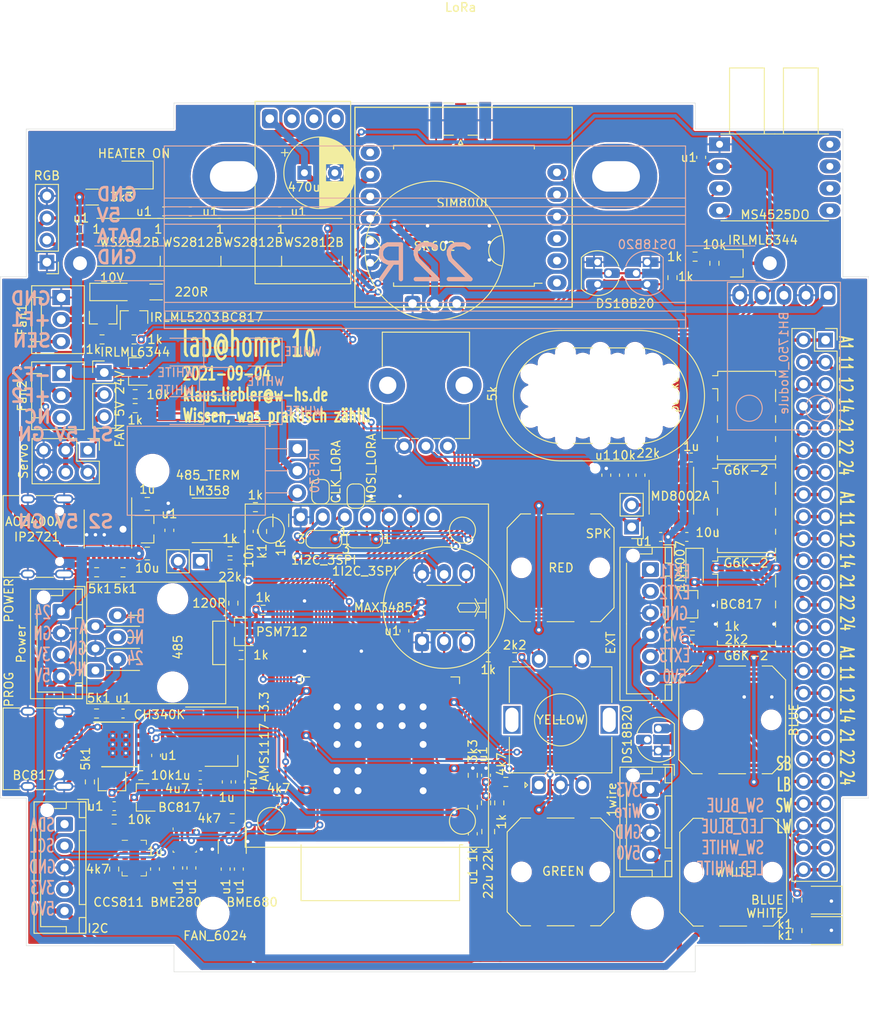
<source format=kicad_pcb>
(kicad_pcb (version 20171130) (host pcbnew "(5.1.8)-1")
  (layers (0 F.Cu signal) (31 B.Cu signal) (34 B.Paste user hide) (35 F.Paste user) (36 B.SilkS user hide) (37 F.SilkS user) (38 B.Mask user hide) (39 F.Mask user hide) (44 Edge.Cuts user))
  (net 0 "")
  (net 1 +5V)
  (net 2 GND)
  (net 3 +3V3)
  (net 4 PROG_EN)
  (net 5 /VBUS)
  (net 6 +24V)
  (net 7 SW)
  (net 8 "Net-(C22-Pad2)")
  (net 9 "Net-(C22-Pad1)")
  (net 10 "Net-(C23-Pad1)")
  (net 11 "Net-(C24-Pad2)")
  (net 12 "Net-(C24-Pad1)")
  (net 13 +4V)
  (net 14 "Net-(D1-Pad2)")
  (net 15 LED_RGB)
  (net 16 "Net-(D2-Pad2)")
  (net 17 RS485A)
  (net 18 RS485B)
  (net 19 "Net-(D5-Pad2)")
  (net 20 "Net-(D6-Pad2)")
  (net 21 "Net-(D6-Pad1)")
  (net 22 "Net-(D7-Pad2)")
  (net 23 "Net-(D8-Pad2)")
  (net 24 "Net-(D9-Pad2)")
  (net 25 "Net-(D9-Pad1)")
  (net 26 "Net-(D10-Pad2)")
  (net 27 "Net-(D10-Pad1)")
  (net 28 "Net-(D11-Pad1)")
  (net 29 "Net-(D12-Pad2)")
  (net 30 "Net-(D13-Pad1)")
  (net 31 "Net-(GSM_Module1-Pad12)")
  (net 32 "Net-(GSM_Module1-Pad11)")
  (net 33 "Net-(GSM_Module1-Pad10)")
  (net 34 "Net-(GSM_Module1-Pad9)")
  (net 35 "Net-(GSM_Module1-Pad8)")
  (net 36 SPI_MOSIx)
  (net 37 SPI_MISO)
  (net 38 "Net-(GSM_Module1-Pad3)")
  (net 39 "Net-(GSM_Module1-Pad1)")
  (net 40 "Net-(J1-PadB8)")
  (net 41 "Net-(J1-PadA5)")
  (net 42 "Net-(J1-PadA7)")
  (net 43 "Net-(J1-PadA6)")
  (net 44 "Net-(J1-PadA8)")
  (net 45 "Net-(J1-PadB5)")
  (net 46 FAN1_SENSE)
  (net 47 485_DE)
  (net 48 SCL)
  (net 49 SDA)
  (net 50 1wire)
  (net 51 485_DI)
  (net 52 485_RO)
  (net 53 "Net-(J7-Pad1)")
  (net 54 "Net-(J7-Pad4)")
  (net 55 "Net-(J8-PadB8)")
  (net 56 "Net-(J8-PadA5)")
  (net 57 "Net-(J8-PadB7)")
  (net 58 "Net-(J8-PadA7)")
  (net 59 "Net-(J8-PadB6)")
  (net 60 "Net-(J8-PadA8)")
  (net 61 "Net-(J8-PadB5)")
  (net 62 "Net-(J8-PadA6)")
  (net 63 "Net-(J10-Pad2)")
  (net 64 "Net-(J11-Pad3)")
  (net 65 "Net-(J11-Pad1)")
  (net 66 LED_WHITE)
  (net 67 SW_WHITE)
  (net 68 LED_BLUE)
  (net 69 SW_BLUE)
  (net 70 K3_24)
  (net 71 K3_22)
  (net 72 K3_21)
  (net 73 K3_14)
  (net 74 K3_12)
  (net 75 K3_11)
  (net 76 K3_A1)
  (net 77 K2_24)
  (net 78 K2_22)
  (net 79 K2_21)
  (net 80 K2_14)
  (net 81 K2_12)
  (net 82 K2_11)
  (net 83 K2_A1)
  (net 84 K1_24)
  (net 85 K1_22)
  (net 86 K1_21)
  (net 87 K1_14)
  (net 88 K1_12)
  (net 89 K1_11)
  (net 90 "Net-(J13-Pad2)")
  (net 91 "Net-(J13-Pad1)")
  (net 92 "Net-(J14-Pad1)")
  (net 93 "Net-(JP1-Pad1)")
  (net 94 SPI_CLK)
  (net 95 SPI_MOSI)
  (net 96 PROG_IO0)
  (net 97 "Net-(Q1-Pad1)")
  (net 98 "Net-(Q2-Pad1)")
  (net 99 "Net-(Q3-Pad1)")
  (net 100 "Net-(Q4-Pad1)")
  (net 101 "Net-(Q5-Pad1)")
  (net 102 "Net-(Q6-Pad2)")
  (net 103 "Net-(Q6-Pad1)")
  (net 104 "Net-(Q8-Pad3)")
  (net 105 "Net-(Q8-Pad1)")
  (net 106 "Net-(Q9-Pad1)")
  (net 107 HEATER)
  (net 108 ROT_A)
  (net 109 "Net-(R21-Pad1)")
  (net 110 "Net-(R22-Pad1)")
  (net 111 LED_WHITE_P)
  (net 112 "Net-(R26-Pad1)")
  (net 113 FAN1_DRIVE)
  (net 114 FAN2_DRIVE)
  (net 115 K1_A1)
  (net 116 "Net-(R38-Pad1)")
  (net 117 AUDIO)
  (net 118 ROT_B)
  (net 119 PROG_RX)
  (net 120 PROG_TX)
  (net 121 "Net-(U2-Pad32)")
  (net 122 SPI_IO1)
  (net 123 "Net-(U2-Pad22)")
  (net 124 "Net-(U2-Pad21)")
  (net 125 "Net-(U2-Pad20)")
  (net 126 "Net-(U2-Pad19)")
  (net 127 "Net-(U2-Pad18)")
  (net 128 "Net-(U2-Pad17)")
  (net 129 MOVE)
  (net 130 "Net-(U4-Pad8)")
  (net 131 "Net-(U4-Pad7)")
  (net 132 "Net-(U4-Pad6)")
  (net 133 "Net-(U4-Pad5)")
  (net 134 "Net-(U14-Pad7)")
  (net 135 "Net-(U16-Pad4)")
  (net 136 "Net-(U16-Pad3)")
  (net 137 "Net-(U16-Pad2)")
  (net 138 "Net-(U17-Pad16)")
  (net 139 "Net-(U17-Pad12)")
  (net 140 "Net-(U17-Pad11)")
  (net 141 "Net-(U17-Pad7)")
  (net 142 "Net-(U17-Pad6)")
  (net 143 "Net-(C10-Pad1)")
  (net 144 /RTS)
  (net 145 /DTR)
  (net 146 "Net-(U3-Pad5)")
  (net 147 "Net-(D15-Pad4)")
  (net 148 "Net-(D15-Pad2)")
  (net 149 "Net-(J12-Pad29)")
  (net 150 K3_ON)
  (net 151 /wireless/SPI_CLKx)
  (net 152 "Net-(R40-Pad1)")
  (net 153 "Net-(U20-Pad8)")
  (net 154 "Net-(U20-Pad4)")
  (net 155 "Net-(U20-Pad3)")
  (net 156 "Net-(U19-Pad1)")
  (net 157 /C)
  (net 158 /D)
  (module liebler_SEMICONDUCTORS:AMS_LGA-10-1EP_2.7x4mm_P0.6mm (layer F.Cu) (at 65.425 136.913)
    (fp_text reference U20 hide)
    (fp_text value CCS811 (at -1.798 5.073) (layer F.SilkS))
    (pad 8 smd rect (at 1.05 0) (size 0.6 0.4) (layers F.Cu F.Paste F.Mask) (net 153 "Net-(U20-Pad8)"))
    (pad 4 smd rect (at -1.05 0.6) (size 0.6 0.4) (layers F.Cu F.Paste F.Mask) (net 154 "Net-(U20-Pad4)"))
    (pad 3 smd rect (at -1.05 0) (size 0.6 0.4) (layers F.Cu F.Paste F.Mask) (net 155 "Net-(U20-Pad3)"))
    (pad 2 smd rect (at -1.05 -0.6) (size 0.6 0.4) (layers F.Cu F.Paste F.Mask) (net 152 "Net-(R40-Pad1)"))
    (pad 1 smd rect (at -1.05 -1.2) (size 0.6 0.4) (layers F.Cu F.Paste F.Mask) (net 2 GND))
    (pad 5 smd rect (at -1.05 1.2) (size 0.6 0.4) (layers F.Cu F.Paste F.Mask) (net 154 "Net-(U20-Pad4)"))
    (pad 9 smd rect (at 1.05 -0.6) (size 0.6 0.4) (layers F.Cu F.Paste F.Mask) (net 49 SDA))
    (pad 10 smd rect (at 1.05 -1.2) (size 0.6 0.4) (layers F.Cu F.Paste F.Mask) (net 48 SCL))
    (pad 7 smd rect (at 1.05 0.6) (size 0.6 0.4) (layers F.Cu F.Paste F.Mask) (net 2 GND))
    (pad 6 smd rect (at 1.05 1.2) (size 0.6 0.4) (layers F.Cu F.Paste F.Mask) (net 3 +3V3))
    (pad 11 smd rect (at 0 0.15) (size 1.1 2.2) (layers F.Cu F.Paste F.Mask) (net 2 GND))
  )
  (module Capacitor_SMD:C_0603_1608Metric (layer F.Cu) (at 67.818 138.176 90)
    (fp_text reference C30 hide)
    (fp_text value 1u (at 2.032 0 180) (layer F.SilkS))
    (pad 2 smd roundrect (at 0.775 0 90) (size 0.9 0.95) (layers F.Cu F.Paste F.Mask) (net 2 GND))
    (pad 1 smd roundrect (at -0.775 0 90) (size 0.9 0.95) (layers F.Cu F.Paste F.Mask) (net 3 +3V3))
  )
  (module Capacitor_SMD:C_0603_1608Metric (layer F.Cu) (at 105.918 127.381 270)
    (fp_text reference C20 hide)
    (fp_text value u1 (at -2.413 0.381 90) (layer F.SilkS))
    (pad 2 smd roundrect (at 0.775 0 270) (size 0.9 0.95) (layers F.Cu F.Paste F.Mask) (net 7 SW))
    (pad 1 smd roundrect (at -0.775 0 270) (size 0.9 0.95) (layers F.Cu F.Paste F.Mask) (net 2 GND))
  )
  (module Resistor_SMD:R_0603_1608Metric (layer F.Cu) (at 108.204 128.143 180)
    (fp_text reference R21 hide)
    (fp_text value 4k7 (at 0.508 2.032 90) (layer F.SilkS))
    (pad 2 smd roundrect (at 0.825 0 180) (size 0.8 0.95) (layers F.Cu F.Paste F.Mask) (net 7 SW))
    (pad 1 smd roundrect (at -0.825 0 180) (size 0.8 0.95) (layers F.Cu F.Paste F.Mask) (net 109 "Net-(R21-Pad1)"))
  )
  (module Package_LGA:Bosch_LGA-8_2.5x2.5mm_P0.65mm_ClockwisePinNumbering (layer F.Cu) (at 71.247 134.874)
    (fp_text reference U19 hide)
    (fp_text value BME280 (at -1.016 7.112) (layer F.SilkS))
    (pad 5 smd rect (at 0.975 1.025 90) (size 0.5 0.35) (layers F.Cu F.Paste F.Mask) (net 2 GND))
    (pad 6 smd rect (at 0.325 1.025 90) (size 0.5 0.35) (layers F.Cu F.Paste F.Mask) (net 3 +3V3))
    (pad 7 smd rect (at -0.325 1.025 90) (size 0.5 0.35) (layers F.Cu F.Paste F.Mask) (net 2 GND))
    (pad 8 smd rect (at -0.975 1.025 90) (size 0.5 0.35) (layers F.Cu F.Paste F.Mask) (net 3 +3V3))
    (pad 1 smd rect (at -0.975 -1.025 90) (size 0.5 0.35) (layers F.Cu F.Paste F.Mask) (net 156 "Net-(U19-Pad1)"))
    (pad 2 smd rect (at -0.325 -1.025 90) (size 0.5 0.35) (layers F.Cu F.Paste F.Mask) (net 3 +3V3))
    (pad 3 smd rect (at 0.325 -1.025 90) (size 0.5 0.35) (layers F.Cu F.Paste F.Mask) (net 49 SDA))
    (pad 4 smd rect (at 0.975 -1.025 90) (size 0.5 0.35) (layers F.Cu F.Paste F.Mask) (net 48 SCL))
  )
  (module liebler_OPTO:LED_PLCC_2835_Handsoldering (layer B.Cu) (at 70.9295 78.6765 180)
    (fp_text reference D14 hide)
    (fp_text value WHITE (at 0.6985 -2.3495) (layer B.SilkS) (effects (justify mirror)))
    (pad 2 smd rect (at 1.75 0 180) (size 2 2.2) (layers B.Cu B.Paste B.Mask) (net 6 +24V))
    (pad 1 smd rect (at -1.3 0 180) (size 3 2.2) (layers B.Cu B.Paste B.Mask) (net 29 "Net-(D12-Pad2)"))
  )
  (module liebler_OPTO:LED_PLCC_2835_Handsoldering (layer B.Cu) (at 79.9465 85.4075 180)
    (fp_text reference D13 hide)
    (fp_text value WHITE (at -5.0165 -0.0635) (layer B.SilkS) (effects (justify mirror)))
    (pad 2 smd rect (at 1.75 0 180) (size 2 2.2) (layers B.Cu B.Paste B.Mask) (net 28 "Net-(D11-Pad1)"))
    (pad 1 smd rect (at -1.3 0 180) (size 3 2.2) (layers B.Cu B.Paste B.Mask) (net 30 "Net-(D13-Pad1)"))
  )
  (module liebler_OPTO:LED_PLCC_2835_Handsoldering (layer B.Cu) (at 79.9465 78.6765 180)
    (fp_text reference D12 hide)
    (fp_text value WHITE (at -4.8895 0.0635) (layer B.SilkS) (effects (justify mirror)))
    (pad 2 smd rect (at 1.75 0 180) (size 2 2.2) (layers B.Cu B.Paste B.Mask) (net 29 "Net-(D12-Pad2)"))
    (pad 1 smd rect (at -1.3 0 180) (size 3 2.2) (layers B.Cu B.Paste B.Mask) (net 26 "Net-(D10-Pad2)"))
  )
  (module liebler_OPTO:LED_PLCC_2835_Handsoldering (layer B.Cu) (at 70.9295 85.4075 180)
    (fp_text reference D11 hide)
    (fp_text value WHITE (at 0.8255 2.3495) (layer B.SilkS) (effects (justify mirror)))
    (pad 2 smd rect (at 1.75 0 180) (size 2 2.2) (layers B.Cu B.Paste B.Mask) (net 27 "Net-(D10-Pad1)"))
    (pad 1 smd rect (at -1.3 0 180) (size 3 2.2) (layers B.Cu B.Paste B.Mask) (net 28 "Net-(D11-Pad1)"))
  )
  (module liebler_OPTO:LED_PLCC_2835_Handsoldering (layer B.Cu) (at 75.438 82.042)
    (fp_text reference D10 hide)
    (fp_text value WHITE (at 5.08 0) (layer B.SilkS) (effects (justify mirror)))
    (pad 2 smd rect (at 1.75 0) (size 2 2.2) (layers B.Cu B.Paste B.Mask) (net 26 "Net-(D10-Pad2)"))
    (pad 1 smd rect (at -1.3 0) (size 3 2.2) (layers B.Cu B.Paste B.Mask) (net 27 "Net-(D10-Pad1)"))
  )
  (module liebler_MODULES:INMP441_Module (layer F.Cu) (at 101.092 108.077 90)
    (fp_text reference U5 hide)
    (fp_text value INMP441_Module hide)
    (pad 6 thru_hole oval (at 3.81 -2.54 90) (size 2 1.6) (drill 1 (offset 0.2 0)) (layers *.Cu *.Mask) (net 2 GND))
    (pad 5 thru_hole oval (at 3.81 0 90) (size 2 1.6) (drill 1 (offset 0.2 0)) (layers *.Cu *.Mask) (net 3 +3V3))
    (pad 4 thru_hole oval (at 3.81 2.54 90) (size 2 1.6) (drill 1 (offset 0.2 0)) (layers *.Cu *.Mask) (net 51 485_DI))
    (pad 3 thru_hole oval (at -3.81 2.54 90) (size 2 1.6) (drill 1 (offset -0.2 0)) (layers *.Cu *.Mask) (net 52 485_RO))
    (pad 2 thru_hole oval (at -3.81 0 90) (size 2 1.6) (drill 1 (offset -0.2 0)) (layers *.Cu *.Mask) (net 47 485_DE))
    (pad 1 thru_hole roundrect (at -3.81 -2.54 90) (size 2 1.6) (drill 1 (offset -0.2 0)) (layers *.Cu *.Mask) (net 2 GND))
  )
  (module Jumper:SolderJumper-3_P1.3mm_Open_RoundedPad1.0x1.5mm_NumberLabels (layer F.Cu) (at 87.249 100.203 180)
    (fp_text reference JP3 hide)
    (fp_text value 1I2C_3SPI (at 0 -2.413) (layer F.SilkS))
    (fp_text user 1 (at -2.286 0.889) (layer F.SilkS))
    (fp_text user 3 (at 2.6 0) (layer F.SilkS))
    (pad 2 smd rect (at 0 0 180) (size 1 1.5) (layers F.Cu F.Mask) (net 157 /C))
    (pad 3 smd custom (at 1.3 0 180) (size 1 0.5) (layers F.Cu F.Mask) (net 94 SPI_CLK) (options (clearance outline) (anchor rect)) (primitives (gr_circle (center 0 0.25) (end 0.5 0.25) (width 0)) (gr_circle (center 0 -0.25) (end 0.5 -0.25) (width 0)) (gr_poly (pts (xy -0.55 -0.75) (xy 0 -0.75) (xy 0 0.75) (xy -0.55 0.75)) (width 0))))
    (pad 1 smd custom (at -1.3 0 180) (size 1 0.5) (layers F.Cu F.Mask) (net 48 SCL) (options (clearance outline) (anchor rect)) (primitives (gr_circle (center 0 0.25) (end 0.5 0.25) (width 0)) (gr_circle (center 0 -0.25) (end 0.5 -0.25) (width 0)) (gr_poly (pts (xy 0.55 -0.75) (xy 0 -0.75) (xy 0 0.75) (xy 0.55 0.75)) (width 0))))
  )
  (module Jumper:SolderJumper-3_P1.3mm_Open_RoundedPad1.0x1.5mm_NumberLabels (layer F.Cu) (at 91.948 100.203 180)
    (fp_text reference JP4 hide)
    (fp_text value 1I2C_3SPI (at 0 -3.683) (layer F.SilkS))
    (fp_text user 1 (at -2.6 0) (layer F.SilkS))
    (fp_text user 3 (at 2.159 -1.143) (layer F.SilkS))
    (pad 2 smd rect (at 0 0 180) (size 1 1.5) (layers F.Cu F.Mask) (net 158 /D))
    (pad 3 smd custom (at 1.3 0 180) (size 1 0.5) (layers F.Cu F.Mask) (net 95 SPI_MOSI) (options (clearance outline) (anchor rect)) (primitives (gr_circle (center 0 0.25) (end 0.5 0.25) (width 0)) (gr_circle (center 0 -0.25) (end 0.5 -0.25) (width 0)) (gr_poly (pts (xy -0.55 -0.75) (xy 0 -0.75) (xy 0 0.75) (xy -0.55 0.75)) (width 0))))
    (pad 1 smd custom (at -1.3 0 180) (size 1 0.5) (layers F.Cu F.Mask) (net 49 SDA) (options (clearance outline) (anchor rect)) (primitives (gr_circle (center 0 0.25) (end 0.5 0.25) (width 0)) (gr_circle (center 0 -0.25) (end 0.5 -0.25) (width 0)) (gr_poly (pts (xy 0.55 -0.75) (xy 0 -0.75) (xy 0 0.75) (xy 0.55 0.75)) (width 0))))
  )
  (module Resistor_SMD:R_0603_1608Metric (layer F.Cu) (at 104.394 131.064 270)
    (fp_text reference R1 hide)
    (fp_text value 1k (at 5.461 0 90) (layer F.SilkS))
    (pad 2 smd roundrect (at 0.825 0 270) (size 0.8 0.95) (layers F.Cu F.Paste F.Mask) (net 3 +3V3))
    (pad 1 smd roundrect (at -0.825 0 270) (size 0.8 0.95) (layers F.Cu F.Paste F.Mask) (net 4 PROG_EN))
  )
  (module Connector_JST:JST_XH_B6B-XH-AM_1x06_P2.50mm_Vertical (layer F.Cu) (at 124.841 103.705 270)
    (fp_text reference J5 hide)
    (fp_text value EXT (at 8.436 4.572 90) (layer F.SilkS))
    (pad "" np_thru_hole circle (at -1.6 2 270) (size 1.2 1.2) (drill 1.2) (layers *.Cu *.Mask))
    (pad 6 thru_hole oval (at 12.5 0 270) (size 1.7 1.95) (drill 0.95) (layers *.Cu *.Mask) (net 1 +5V))
    (pad 5 thru_hole oval (at 10 0 270) (size 1.7 1.95) (drill 0.95) (layers *.Cu *.Mask) (net 52 485_RO))
    (pad 4 thru_hole oval (at 7.5 0 270) (size 1.7 1.95) (drill 0.95) (layers *.Cu *.Mask) (net 3 +3V3))
    (pad 3 thru_hole oval (at 5 0 270) (size 1.7 1.95) (drill 0.95) (layers *.Cu *.Mask) (net 2 GND))
    (pad 2 thru_hole oval (at 2.5 0 270) (size 1.7 1.95) (drill 0.95) (layers *.Cu *.Mask) (net 47 485_DE))
    (pad 1 thru_hole roundrect (at 0 0 270) (size 1.7 1.95) (drill 0.95) (layers *.Cu *.Mask) (roundrect_rratio 0.1470588235294118) (net 51 485_DI))
  )
  (module Resistor_SMD:R_0603_1608Metric (layer F.Cu) (at 77.724 113.538 180)
    (fp_text reference R11 hide)
    (fp_text value 1k (at -2.286 0) (layer F.SilkS))
    (pad 2 smd roundrect (at 0.825 0 180) (size 0.8 0.95) (layers F.Cu F.Paste F.Mask) (net 2 GND))
    (pad 1 smd roundrect (at -0.825 0 180) (size 0.8 0.95) (layers F.Cu F.Paste F.Mask) (net 18 RS485B))
  )
  (module Capacitor_SMD:C_0603_1608Metric (layer F.Cu) (at 96.52 110.757 90)
    (fp_text reference C12 hide)
    (fp_text value u1 (at 0.013 -1.397 180) (layer F.SilkS))
    (pad 2 smd roundrect (at 0.775 0 90) (size 0.9 0.95) (layers F.Cu F.Paste F.Mask) (net 3 +3V3))
    (pad 1 smd roundrect (at -0.775 0 90) (size 0.9 0.95) (layers F.Cu F.Paste F.Mask) (net 2 GND))
  )
  (module Connector_JST:JST_XH_B4B-XH-AM_1x04_P2.50mm_Vertical (layer F.Cu) (at 124.841 129 270)
    (fp_text reference J4 hide)
    (fp_text value 1wire (at 1.175 4.445 90) (layer F.SilkS))
    (pad "" np_thru_hole circle (at -1.6 2 270) (size 1.2 1.2) (drill 1.2) (layers *.Cu *.Mask))
    (pad 4 thru_hole oval (at 7.5 0 270) (size 1.7 1.95) (drill 0.95) (layers *.Cu *.Mask) (net 1 +5V))
    (pad 3 thru_hole oval (at 5 0 270) (size 1.7 1.95) (drill 0.95) (layers *.Cu *.Mask) (net 2 GND))
    (pad 2 thru_hole oval (at 2.5 0 270) (size 1.7 1.95) (drill 0.95) (layers *.Cu *.Mask) (net 50 1wire))
    (pad 1 thru_hole roundrect (at 0 0 270) (size 1.7 1.95) (drill 0.95) (layers *.Cu *.Mask) (roundrect_rratio 0.1470588235294118) (net 3 +3V3))
  )
  (module Button_Switch_SMD:SW_Push_1P1T_NO_CK_PTS125Sx43PSMTR (layer F.Cu) (at 134.366 138.5316 90)
    (fp_text reference SW5 hide)
    (fp_text value WHITE (at -0.0254 0.127 180) (layer F.SilkS))
    (pad "" np_thru_hole circle (at 0 -4.5 90) (size 2 2) (drill 2) (layers *.Cu *.Mask))
    (pad "" np_thru_hole circle (at 0 4.5 90) (size 2 2) (drill 2) (layers *.Cu *.Mask))
    (pad 1 smd rect (at 7.15 -2.5 90) (size 2 1.5) (layers F.Cu F.Paste F.Mask) (net 1 +5V))
    (pad 1 smd rect (at -7.15 -2.5 90) (size 2 1.5) (layers F.Cu F.Paste F.Mask) (net 1 +5V))
    (pad 2 smd rect (at -7.15 2.5 90) (size 2 1.5) (layers F.Cu F.Paste F.Mask) (net 67 SW_WHITE))
    (pad 2 smd rect (at 7.15 2.5 90) (size 2 1.5) (layers F.Cu F.Paste F.Mask) (net 67 SW_WHITE))
  )
  (module liebler_CONN:WR_MJ_Modular_Jack_Vertical_Plastic_6P6C (layer F.Cu) (at 60.96 112.141 270)
    (fp_text reference J7 hide)
    (fp_text value 485 (at 0.5 -9.5 90) (layer F.SilkS))
    (pad "" np_thru_hole circle (at 5.08 -8.89 270) (size 3.2 3.2) (drill 3.2) (layers *.Cu *.Mask))
    (pad "" np_thru_hole circle (at -5.08 -8.89 270) (size 3.2 3.2) (drill 3.2) (layers *.Cu *.Mask))
    (pad 1 thru_hole roundrect (at 3.175 0 270) (size 1.6 2) (drill 0.9) (layers *.Cu *.Mask) (net 53 "Net-(J7-Pad1)"))
    (pad 2 thru_hole oval (at 1.905 -2.54 270) (size 1.6 2) (drill 0.9) (layers *.Cu *.Mask) (net 6 +24V))
    (pad 3 thru_hole oval (at 0.635 0 270) (size 1.6 2) (drill 0.9) (layers *.Cu *.Mask) (net 2 GND))
    (pad 4 thru_hole oval (at -0.635 -2.54 270) (size 1.6 2) (drill 0.9) (layers *.Cu *.Mask) (net 54 "Net-(J7-Pad4)"))
    (pad 5 thru_hole oval (at -1.905 0 270) (size 1.6 2) (drill 0.9) (layers *.Cu *.Mask) (net 17 RS485A))
    (pad 6 thru_hole oval (at -3.175 -2.54 270) (size 1.6 2) (drill 0.9) (layers *.Cu *.Mask) (net 18 RS485B))
  )
  (module Resistor_SMD:R_0603_1608Metric (layer F.Cu) (at 63.119 138.176 270)
    (fp_text reference R40 hide)
    (fp_text value 4k7 (at 0 1.905 180) (layer F.SilkS))
    (pad 2 smd roundrect (at 0.825 0 270) (size 0.8 0.95) (layers F.Cu F.Paste F.Mask) (net 3 +3V3))
    (pad 1 smd roundrect (at -0.825 0 270) (size 0.8 0.95) (layers F.Cu F.Paste F.Mask) (net 152 "Net-(R40-Pad1)"))
  )
  (module Capacitor_SMD:C_0603_1608Metric (layer F.Cu) (at 70.485 138.049 90)
    (fp_text reference C29 hide)
    (fp_text value u1 (at -2.159 0 90) (layer F.SilkS))
    (pad 2 smd roundrect (at 0.775 0 90) (size 0.9 0.95) (layers F.Cu F.Paste F.Mask) (net 3 +3V3))
    (pad 1 smd roundrect (at -0.775 0 90) (size 0.9 0.95) (layers F.Cu F.Paste F.Mask) (net 2 GND))
  )
  (module Capacitor_SMD:C_0603_1608Metric (layer F.Cu) (at 72.009 138.049 90)
    (fp_text reference C28 hide)
    (fp_text value u1 (at -2.159 0 90) (layer F.SilkS))
    (pad 2 smd roundrect (at 0.775 0 90) (size 0.9 0.95) (layers F.Cu F.Paste F.Mask) (net 3 +3V3))
    (pad 1 smd roundrect (at -0.775 0 90) (size 0.9 0.95) (layers F.Cu F.Paste F.Mask) (net 2 GND))
  )
  (module liebler_PASSIVES:Resistor_100W (layer B.Cu) (at 98.882 68.453)
    (fp_text reference R18 hide)
    (fp_text value 22R (at 0 0) (layer B.SilkS) (effects (font (size 4 4) (thickness 0.5)) (justify mirror)))
    (pad 2 thru_hole circle (at 39.7 0) (size 3.6 3.6) (drill 1.6) (layers *.Cu *.Mask) (net 21 "Net-(D6-Pad1)"))
    (pad 1 thru_hole circle (at -39.7 0) (size 3.6 3.6) (drill 1.6) (layers *.Cu *.Mask) (net 6 +24V))
    (pad "" thru_hole oval (at -22 -10) (size 9.5 7.5) (drill oval 5.5 3.5) (layers *.Cu *.Mask))
    (pad "" thru_hole oval (at 22 -10) (size 9.5 7.5) (drill oval 5.5 3.5) (layers *.Cu *.Mask))
  )
  (module Capacitor_SMD:C_0603_1608Metric (layer F.Cu) (at 76.073 128.143 270)
    (fp_text reference C9 hide)
    (fp_text value 1u (at 1.778 0 180) (layer F.SilkS))
    (pad 2 smd roundrect (at 0.775 0 270) (size 0.9 0.95) (layers F.Cu F.Paste F.Mask) (net 2 GND))
    (pad 1 smd roundrect (at -0.775 0 270) (size 0.9 0.95) (layers F.Cu F.Paste F.Mask) (net 3 +3V3))
  )
  (module Capacitor_SMD:C_0603_1608Metric (layer F.Cu) (at 73.025 127.381)
    (fp_text reference C3 hide)
    (fp_text value 1u (at -2.032 0) (layer F.SilkS))
    (pad 2 smd roundrect (at 0.775 0) (size 0.9 0.95) (layers F.Cu F.Paste F.Mask) (net 2 GND))
    (pad 1 smd roundrect (at -0.775 0) (size 0.9 0.95) (layers F.Cu F.Paste F.Mask) (net 1 +5V))
  )
  (module Resistor_SMD:R_1206_3216Metric (layer F.Cu) (at 82.296 98.044 270)
    (fp_text reference R33 hide)
    (fp_text value 1R (at 3.175 0 90) (layer F.SilkS))
    (pad 2 smd roundrect (at 1.4625 0 270) (size 1.125 1.75) (layers F.Cu F.Paste F.Mask) (roundrect_rratio 0.2222213333333333) (net 2 GND))
    (pad 1 smd roundrect (at -1.4625 0 270) (size 1.125 1.75) (layers F.Cu F.Paste F.Mask) (roundrect_rratio 0.2222213333333333) (net 104 "Net-(Q8-Pad3)"))
  )
  (module Resistor_SMD:R_0603_1608Metric (layer F.Cu) (at 61.1 104.013)
    (fp_text reference R10 hide)
    (fp_text value 5k1 (at 0.368 1.905) (layer F.SilkS))
    (pad 2 smd roundrect (at 0.825 0) (size 0.8 0.95) (layers F.Cu F.Paste F.Mask) (net 61 "Net-(J8-PadB5)"))
    (pad 1 smd roundrect (at -0.825 0) (size 0.8 0.95) (layers F.Cu F.Paste F.Mask) (net 2 GND))
  )
  (module LED_SMD:LED_WS2812B_PLCC4_5.0x5.0mm_P3.2mm (layer F.Cu) (at 64.77 66.04)
    (fp_text reference D15 hide)
    (fp_text value WS2812B (at 0.127 0) (layer F.SilkS))
    (fp_text user 1 (at -3.683 -1.524) (layer F.SilkS))
    (pad 1 smd rect (at -2.45 -1.6) (size 1.5 1) (layers F.Cu F.Paste F.Mask) (net 1 +5V))
    (pad 2 smd rect (at -2.45 1.6) (size 1.5 1) (layers F.Cu F.Paste F.Mask) (net 148 "Net-(D15-Pad2)"))
    (pad 4 smd rect (at 2.45 -1.6) (size 1.5 1) (layers F.Cu F.Paste F.Mask) (net 147 "Net-(D15-Pad4)"))
    (pad 3 smd rect (at 2.45 1.6) (size 1.5 1) (layers F.Cu F.Paste F.Mask) (net 2 GND))
  )
  (module Capacitor_SMD:C_0603_1608Metric (layer F.Cu) (at 82.169 62.484)
    (fp_text reference C7 hide)
    (fp_text value u1 (at 2.159 0) (layer F.SilkS))
    (pad 2 smd roundrect (at 0.775 0) (size 0.9 0.95) (layers F.Cu F.Paste F.Mask) (net 1 +5V))
    (pad 1 smd roundrect (at -0.775 0) (size 0.9 0.95) (layers F.Cu F.Paste F.Mask) (net 2 GND))
  )
  (module Package_TO_SOT_SMD:SOT-23 (layer F.Cu) (at 65.405 74.676 90)
    (fp_text reference Q6 hide)
    (fp_text value BC817 (at 0 12.446 180) (layer F.SilkS))
    (pad 3 smd rect (at 1 0 90) (size 0.9 0.8) (layers F.Cu F.Paste F.Mask) (net 24 "Net-(D9-Pad2)"))
    (pad 2 smd rect (at -1 0.95 90) (size 0.9 0.8) (layers F.Cu F.Paste F.Mask) (net 102 "Net-(Q6-Pad2)"))
    (pad 1 smd rect (at -1 -0.95 90) (size 0.9 0.8) (layers F.Cu F.Paste F.Mask) (net 103 "Net-(Q6-Pad1)"))
  )
  (module Resistor_SMD:R_0603_1608Metric (layer F.Cu) (at 109.22 113.792)
    (fp_text reference R22 hide)
    (fp_text value 2k2 (at 0 -1.397) (layer F.SilkS))
    (pad 2 smd roundrect (at 0.825 0) (size 0.8 0.95) (layers F.Cu F.Paste F.Mask) (net 109 "Net-(R21-Pad1)"))
    (pad 1 smd roundrect (at -0.825 0) (size 0.8 0.95) (layers F.Cu F.Paste F.Mask) (net 110 "Net-(R22-Pad1)"))
  )
  (module Resistor_SMD:R_0603_1608Metric (layer F.Cu) (at 61.087 120.269 180)
    (fp_text reference R2 hide)
    (fp_text value 5k1 (at -0.254 1.778) (layer F.SilkS))
    (pad 2 smd roundrect (at 0.825 0 180) (size 0.8 0.95) (layers F.Cu F.Paste F.Mask) (net 41 "Net-(J1-PadA5)"))
    (pad 1 smd roundrect (at -0.825 0 180) (size 0.8 0.95) (layers F.Cu F.Paste F.Mask) (net 2 GND))
  )
  (module Resistor_SMD:R_0603_1608Metric (layer F.Cu) (at 66.167 127.381)
    (fp_text reference R7 hide)
    (fp_text value 10k (at 2.54 0) (layer F.SilkS))
    (pad 2 smd roundrect (at 0.825 0) (size 0.8 0.95) (layers F.Cu F.Paste F.Mask) (net 144 /RTS))
    (pad 1 smd roundrect (at -0.825 0) (size 0.8 0.95) (layers F.Cu F.Paste F.Mask) (net 98 "Net-(Q2-Pad1)"))
  )
  (module liebler_SEMICONDUCTORS:SSOP-10_3.9x4.9mm_P1.00mm_EP (layer F.Cu) (at 63.754 123.825)
    (fp_text reference U3 hide)
    (fp_text value CH340K (at 4.572 -3.429) (layer F.SilkS))
    (pad 11 smd rect (at 0 0) (size 3 3) (layers F.Cu F.Paste F.Mask) (net 2 GND))
    (pad 11 thru_hole circle (at 0.7 1) (size 0.7 0.7) (drill 0.3) (layers *.Cu) (net 2 GND))
    (pad 11 thru_hole circle (at -0.8 1) (size 0.7 0.7) (drill 0.3) (layers *.Cu) (net 2 GND))
    (pad 11 thru_hole circle (at 0.7 -1) (size 0.7 0.7) (drill 0.3) (layers *.Cu) (net 2 GND))
    (pad 11 thru_hole circle (at -0.8 -1) (size 0.7 0.7) (drill 0.3) (layers *.Cu) (net 2 GND))
    (pad 11 thru_hole circle (at 0.7 0) (size 0.7 0.7) (drill 0.3) (layers *.Cu) (net 2 GND))
    (pad 11 thru_hole circle (at -0.8 0) (size 0.7 0.7) (drill 0.3) (layers *.Cu) (net 2 GND))
    (pad 11 smd rect (at 0 0) (size 3.2 5) (layers F.Cu) (net 2 GND))
    (pad 10 smd rect (at 2.55 -2) (size 1.1 0.51) (layers F.Cu F.Paste F.Mask) (net 143 "Net-(C10-Pad1)"))
    (pad 9 smd rect (at 2.55 -1) (size 1.1 0.51) (layers F.Cu F.Paste F.Mask) (net 119 PROG_RX))
    (pad 5 smd rect (at -2.55 2) (size 1.1 0.51) (layers F.Cu F.Paste F.Mask) (net 146 "Net-(U3-Pad5)"))
    (pad 8 smd rect (at 2.55 0) (size 1.1 0.51) (layers F.Cu F.Paste F.Mask) (net 120 PROG_TX))
    (pad 7 smd rect (at 2.55 1) (size 1.1 0.51) (layers F.Cu F.Paste F.Mask) (net 1 +5V))
    (pad 6 smd rect (at 2.55 2) (size 1.1 0.51) (layers F.Cu F.Paste F.Mask) (net 144 /RTS))
    (pad 4 smd rect (at -2.55 1) (size 1.1 0.51) (layers F.Cu F.Paste F.Mask) (net 145 /DTR))
    (pad 3 smd rect (at -2.55 0) (size 1.1 0.51) (layers F.Cu F.Paste F.Mask) (net 2 GND))
    (pad 2 smd rect (at -2.55 -1) (size 1.1 0.51) (layers F.Cu F.Paste F.Mask) (net 42 "Net-(J1-PadA7)"))
    (pad 1 smd rect (at -2.55 -2) (size 1.1 0.51) (layers F.Cu F.Paste F.Mask) (net 43 "Net-(J1-PadA6)"))
  )
  (module Relay_SMD:Relay_DPDT_Omron_G6K-2F-Y (layer F.Cu) (at 135.89 96.647)
    (fp_text reference K2 hide)
    (fp_text value G6K-2 (at -0.04 6.3) (layer F.SilkS))
    (pad 1 smd rect (at -3.5 -3.8) (size 1.8 0.8) (layers F.Cu F.Paste F.Mask) (net 83 K2_A1))
    (pad 2 smd rect (at -3.5 -0.6) (size 1.8 0.8) (layers F.Cu F.Paste F.Mask) (net 78 K2_22))
    (pad 3 smd rect (at -3.5 1.6) (size 1.8 0.8) (layers F.Cu F.Paste F.Mask) (net 79 K2_21))
    (pad 4 smd rect (at -3.5 3.8) (size 1.8 0.8) (layers F.Cu F.Paste F.Mask) (net 77 K2_24))
    (pad 5 smd rect (at 3.5 3.8) (size 1.8 0.8) (layers F.Cu F.Paste F.Mask) (net 80 K2_14))
    (pad 6 smd rect (at 3.5 1.6) (size 1.8 0.8) (layers F.Cu F.Paste F.Mask) (net 82 K2_11))
    (pad 7 smd rect (at 3.5 -0.6) (size 1.8 0.8) (layers F.Cu F.Paste F.Mask) (net 81 K2_12))
    (pad 8 smd rect (at 3.5 -3.8) (size 1.8 0.8) (layers F.Cu F.Paste F.Mask) (net 2 GND))
  )
  (module liebler_OPTO:IPS_240_240_1.3 (layer F.Cu) (at 92.202 97.663)
    (fp_text reference U14 hide)
    (fp_text value IPS_240_240 hide)
    (pad 7 thru_hole oval (at 7.62 0) (size 1.6 2) (drill 1) (layers *.Cu *.Mask) (net 134 "Net-(U14-Pad7)"))
    (pad 6 thru_hole oval (at 5.08 0) (size 1.6 2) (drill 1) (layers *.Cu *.Mask) (net 122 SPI_IO1))
    (pad 5 thru_hole oval (at 2.54 0) (size 1.6 2) (drill 1) (layers *.Cu *.Mask) (net 96 PROG_IO0))
    (pad 4 thru_hole oval (at 0 0) (size 1.6 2) (drill 1) (layers *.Cu *.Mask) (net 158 /D))
    (pad 3 thru_hole oval (at -2.54 0) (size 1.6 2) (drill 1) (layers *.Cu *.Mask) (net 157 /C))
    (pad 2 thru_hole oval (at -5.08 0) (size 1.6 2) (drill 1) (layers *.Cu *.Mask) (net 3 +3V3))
    (pad 1 thru_hole roundrect (at -7.62 0) (size 1.6 2) (drill 1) (layers *.Cu *.Mask) (net 2 GND))
  )
  (module liebler_MECH:FAN_6024 (layer F.Cu) (at 99.5 155.75)
    (fp_text reference X1 hide)
    (fp_text value FAN_6024 (at -24.765 -9.906) (layer F.SilkS))
    (pad "" np_thru_hole circle (at 25 -12.5) (size 3.4 3.4) (drill 3.4) (layers *.Cu *.Mask))
    (pad "" np_thru_hole circle (at -25 -12.5) (size 3.4 3.4) (drill 3.4) (layers *.Cu *.Mask))
  )
  (module Capacitor_SMD:C_0603_1608Metric (layer F.Cu) (at 123.698 92.837 90)
    (fp_text reference R39 hide)
    (fp_text value 22k (at 2.54 0.889) (layer F.SilkS))
    (pad 2 smd roundrect (at 0.775 0 90) (size 0.9 0.95) (layers F.Cu F.Paste F.Mask) (net 116 "Net-(R38-Pad1)"))
    (pad 1 smd roundrect (at -0.775 0 90) (size 0.9 0.95) (layers F.Cu F.Paste F.Mask) (net 91 "Net-(J13-Pad1)"))
  )
  (module Capacitor_SMD:C_0603_1608Metric (layer F.Cu) (at 121.793 92.837 270)
    (fp_text reference R38 hide)
    (fp_text value 10k (at -2.286 0) (layer F.SilkS))
    (pad 2 smd roundrect (at 0.775 0 270) (size 0.9 0.95) (layers F.Cu F.Paste F.Mask) (net 12 "Net-(C24-Pad1)"))
    (pad 1 smd roundrect (at -0.775 0 270) (size 0.9 0.95) (layers F.Cu F.Paste F.Mask) (net 116 "Net-(R38-Pad1)"))
  )
  (module Capacitor_SMD:C_0603_1608Metric (layer F.Cu) (at 129.032 99.949)
    (fp_text reference C26 hide)
    (fp_text value 10u (at 2.413 -0.508) (layer F.SilkS))
    (pad 2 smd roundrect (at 0.775 0) (size 0.9 0.95) (layers F.Cu F.Paste F.Mask) (net 2 GND))
    (pad 1 smd roundrect (at -0.775 0) (size 0.9 0.95) (layers F.Cu F.Paste F.Mask) (net 3 +3V3))
  )
  (module Capacitor_SMD:C_0603_1608Metric (layer F.Cu) (at 126.022 99.949 180)
    (fp_text reference C25 hide)
    (fp_text value u1 (at 1.943 -0.508) (layer F.SilkS))
    (pad 2 smd roundrect (at 0.775 0 180) (size 0.9 0.95) (layers F.Cu F.Paste F.Mask) (net 2 GND))
    (pad 1 smd roundrect (at -0.775 0 180) (size 0.9 0.95) (layers F.Cu F.Paste F.Mask) (net 3 +3V3))
  )
  (module Capacitor_SMD:C_0603_1608Metric (layer F.Cu) (at 119.761 92.837 90)
    (fp_text reference C24 hide)
    (fp_text value u1 (at 2.286 -0.381) (layer F.SilkS))
    (pad 2 smd roundrect (at 0.775 0 90) (size 0.9 0.95) (layers F.Cu F.Paste F.Mask) (net 11 "Net-(C24-Pad2)"))
    (pad 1 smd roundrect (at -0.775 0 90) (size 0.9 0.95) (layers F.Cu F.Paste F.Mask) (net 12 "Net-(C24-Pad1)"))
  )
  (module Capacitor_SMD:C_0603_1608Metric (layer F.Cu) (at 129.54 90.805)
    (fp_text reference C23 hide)
    (fp_text value 1u (at 0 -1.27) (layer F.SilkS))
    (pad 2 smd roundrect (at 0.775 0) (size 0.9 0.95) (layers F.Cu F.Paste F.Mask) (net 2 GND))
    (pad 1 smd roundrect (at -0.775 0) (size 0.9 0.95) (layers F.Cu F.Paste F.Mask) (net 10 "Net-(C23-Pad1)"))
  )
  (module Capacitor_SMD:C_0603_1608Metric (layer F.Cu) (at 67.945 125.095 90)
    (fp_text reference C6 hide)
    (fp_text value u1 (at 0 1.43 180) (layer F.SilkS))
    (pad 2 smd roundrect (at 0.775 0 90) (size 0.9 0.95) (layers F.Cu F.Paste F.Mask) (net 1 +5V))
    (pad 1 smd roundrect (at -0.775 0 90) (size 0.9 0.95) (layers F.Cu F.Paste F.Mask) (net 2 GND))
  )
  (module Package_TO_SOT_SMD:SOT-23 (layer F.Cu) (at 62.865 128.397 270)
    (fp_text reference Q2 hide)
    (fp_text value BC817 (at -1.016 9.017 180) (layer F.SilkS))
    (pad 3 smd rect (at 1 0 270) (size 0.9 0.8) (layers F.Cu F.Paste F.Mask) (net 96 PROG_IO0))
    (pad 2 smd rect (at -1 0.95 270) (size 0.9 0.8) (layers F.Cu F.Paste F.Mask) (net 145 /DTR))
    (pad 1 smd rect (at -1 -0.95 270) (size 0.9 0.8) (layers F.Cu F.Paste F.Mask) (net 98 "Net-(Q2-Pad1)"))
  )
  (module Capacitor_SMD:C_0603_1608Metric (layer F.Cu) (at 64.135 120.269 180)
    (fp_text reference C10 hide)
    (fp_text value u1 (at 0 1.778) (layer F.SilkS))
    (pad 2 smd roundrect (at 0.775 0 180) (size 0.9 0.95) (layers F.Cu F.Paste F.Mask) (net 2 GND))
    (pad 1 smd roundrect (at -0.775 0 180) (size 0.9 0.95) (layers F.Cu F.Paste F.Mask) (net 143 "Net-(C10-Pad1)"))
  )
  (module Resistor_SMD:R_0603_1608Metric (layer F.Cu) (at 60.325 128.143 90)
    (fp_text reference R3 hide)
    (fp_text value 5k1 (at 2.667 -0.508 90) (layer F.SilkS))
    (pad 2 smd roundrect (at 0.825 0 90) (size 0.8 0.95) (layers F.Cu F.Paste F.Mask) (net 45 "Net-(J1-PadB5)"))
    (pad 1 smd roundrect (at -0.825 0 90) (size 0.8 0.95) (layers F.Cu F.Paste F.Mask) (net 2 GND))
  )
  (module liebler_MECH:SPEAKER_2415 (layer F.Cu) (at 119.063 83.693 90)
    (fp_text reference SP1 hide)
    (fp_text value Speaker (at 0 8.5 90) (layer F.SilkS))
    (pad "" np_thru_hole circle (at -2.5 8 90) (size 2 2) (drill 2) (layers *.Cu *.Mask))
    (pad "" np_thru_hole circle (at 0 8 90) (size 2 2) (drill 2) (layers *.Cu *.Mask))
    (pad "" np_thru_hole circle (at 2.5 8 90) (size 2 2) (drill 2) (layers *.Cu *.Mask))
    (pad "" np_thru_hole circle (at 3.75 6 90) (size 2 2) (drill 2) (layers *.Cu *.Mask))
    (pad "" np_thru_hole circle (at 1.25 6 90) (size 2 2) (drill 2) (layers *.Cu *.Mask))
    (pad "" np_thru_hole circle (at -1.25 6 90) (size 2 2) (drill 2) (layers *.Cu *.Mask))
    (pad "" np_thru_hole circle (at -3.75 6 90) (size 2 2) (drill 2) (layers *.Cu *.Mask))
    (pad "" np_thru_hole circle (at -5 4 90) (size 2 2) (drill 2) (layers *.Cu *.Mask))
    (pad "" np_thru_hole circle (at -2.5 4 90) (size 2 2) (drill 2) (layers *.Cu *.Mask))
    (pad "" np_thru_hole circle (at 0 4 90) (size 2 2) (drill 2) (layers *.Cu *.Mask))
    (pad "" np_thru_hole circle (at 2.5 4 90) (size 2 2) (drill 2) (layers *.Cu *.Mask))
    (pad "" np_thru_hole circle (at 5 4 90) (size 2 2) (drill 2) (layers *.Cu *.Mask))
    (pad "" np_thru_hole circle (at 3.75 2 90) (size 2 2) (drill 2) (layers *.Cu *.Mask))
    (pad "" np_thru_hole circle (at 1.25 2 90) (size 2 2) (drill 2) (layers *.Cu *.Mask))
    (pad "" np_thru_hole circle (at -1.25 2 90) (size 2 2) (drill 2) (layers *.Cu *.Mask))
    (pad "" np_thru_hole circle (at -3.75 2 90) (size 2 2) (drill 2) (layers *.Cu *.Mask))
    (pad "" np_thru_hole circle (at 2.5 -8 90) (size 2 2) (drill 2) (layers *.Cu *.Mask))
    (pad "" np_thru_hole circle (at 0 -8 90) (size 2 2) (drill 2) (layers *.Cu *.Mask))
    (pad "" np_thru_hole circle (at -2.5 -8 90) (size 2 2) (drill 2) (layers *.Cu *.Mask))
    (pad "" np_thru_hole circle (at 3.75 -6 90) (size 2 2) (drill 2) (layers *.Cu *.Mask))
    (pad "" np_thru_hole circle (at 1.25 -6 90) (size 2 2) (drill 2) (layers *.Cu *.Mask))
    (pad "" np_thru_hole circle (at -1.25 -6 90) (size 2 2) (drill 2) (layers *.Cu *.Mask))
    (pad "" np_thru_hole circle (at -3.75 -6 90) (size 2 2) (drill 2) (layers *.Cu *.Mask))
    (pad "" np_thru_hole circle (at 5 -4 90) (size 2 2) (drill 2) (layers *.Cu *.Mask))
    (pad "" np_thru_hole circle (at 2.5 -4 90) (size 2 2) (drill 2) (layers *.Cu *.Mask))
    (pad "" np_thru_hole circle (at 0 -4 90) (size 2 2) (drill 2) (layers *.Cu *.Mask))
    (pad "" np_thru_hole circle (at -2.5 -4 90) (size 2 2) (drill 2) (layers *.Cu *.Mask))
    (pad "" np_thru_hole circle (at -5 -4 90) (size 2 2) (drill 2) (layers *.Cu *.Mask))
    (pad "" np_thru_hole circle (at 3.75 -2 90) (size 2 2) (drill 2) (layers *.Cu *.Mask))
    (pad "" np_thru_hole circle (at 1.25 -2 90) (size 2 2) (drill 2) (layers *.Cu *.Mask))
    (pad "" np_thru_hole circle (at -1.25 -2 90) (size 2 2) (drill 2) (layers *.Cu *.Mask))
    (pad "" np_thru_hole circle (at -3.75 -2 90) (size 2 2) (drill 2) (layers *.Cu *.Mask))
    (pad "" np_thru_hole circle (at 5 0 90) (size 2 2) (drill 2) (layers *.Cu *.Mask))
    (pad "" np_thru_hole circle (at 2.5 0 90) (size 2 2) (drill 2) (layers *.Cu *.Mask))
    (pad "" np_thru_hole circle (at 0 0 90) (size 2 2) (drill 2) (layers *.Cu *.Mask))
    (pad "" np_thru_hole circle (at -2.5 0 90) (size 2 2) (drill 2) (layers *.Cu *.Mask))
    (pad "" np_thru_hole circle (at -5 0 90) (size 2 2) (drill 2) (layers *.Cu *.Mask))
  )
  (module Package_SO:SO-8_3.9x4.9mm_P1.27mm (layer F.Cu) (at 127.254 95.377 270)
    (fp_text reference U18 hide)
    (fp_text value MD8002A (at -0.127 -1.016 180) (layer F.SilkS))
    (pad 8 smd roundrect (at 2.575 -1.905 270) (size 1.75 0.6) (layers F.Cu F.Paste F.Mask) (net 90 "Net-(J13-Pad2)"))
    (pad 7 smd roundrect (at 2.575 -0.635 270) (size 1.75 0.6) (layers F.Cu F.Paste F.Mask) (net 2 GND))
    (pad 6 smd roundrect (at 2.575 0.635 270) (size 1.75 0.6) (layers F.Cu F.Paste F.Mask) (net 3 +3V3))
    (pad 5 smd roundrect (at 2.575 1.905 270) (size 1.75 0.6) (layers F.Cu F.Paste F.Mask) (net 91 "Net-(J13-Pad1)"))
    (pad 4 smd roundrect (at -2.575 1.905 270) (size 1.75 0.6) (layers F.Cu F.Paste F.Mask) (net 116 "Net-(R38-Pad1)"))
    (pad 3 smd roundrect (at -2.575 0.635 270) (size 1.75 0.6) (layers F.Cu F.Paste F.Mask) (net 10 "Net-(C23-Pad1)"))
    (pad 2 smd roundrect (at -2.575 -0.635 270) (size 1.75 0.6) (layers F.Cu F.Paste F.Mask) (net 10 "Net-(C23-Pad1)"))
    (pad 1 smd roundrect (at -2.575 -1.905 270) (size 1.75 0.6) (layers F.Cu F.Paste F.Mask) (net 2 GND))
  )
  (module RF_Module:HOPERF_RFM9XW_SMD (layer F.Cu) (at 103.377 63 180)
    (fp_text reference U17 hide)
    (fp_text value RFM95W-868S2 hide)
    (pad 16 smd rect (at 8 -7 180) (size 2 1) (layers F.Cu F.Paste F.Mask) (net 138 "Net-(U17-Pad16)"))
    (pad 15 smd rect (at 8 -5 180) (size 2 1) (layers F.Cu F.Paste F.Mask) (net 122 SPI_IO1))
    (pad 14 smd rect (at 8 -3 180) (size 2 1) (layers F.Cu F.Paste F.Mask) (net 96 PROG_IO0))
    (pad 13 smd rect (at 8 -1 180) (size 2 1) (layers F.Cu F.Paste F.Mask) (net 3 +3V3))
    (pad 12 smd rect (at 8 1 180) (size 2 1) (layers F.Cu F.Paste F.Mask) (net 139 "Net-(U17-Pad12)"))
    (pad 11 smd rect (at 8 3 180) (size 2 1) (layers F.Cu F.Paste F.Mask) (net 140 "Net-(U17-Pad11)"))
    (pad 10 smd rect (at 8 5 180) (size 2 1) (layers F.Cu F.Paste F.Mask) (net 2 GND))
    (pad 9 smd rect (at 8 7 180) (size 2 1) (layers F.Cu F.Paste F.Mask) (net 92 "Net-(J14-Pad1)"))
    (pad 8 smd rect (at -8 7 180) (size 2 1) (layers F.Cu F.Paste F.Mask) (net 2 GND))
    (pad 7 smd rect (at -8 5 180) (size 2 1) (layers F.Cu F.Paste F.Mask) (net 141 "Net-(U17-Pad7)"))
    (pad 6 smd rect (at -8 3 180) (size 2 1) (layers F.Cu F.Paste F.Mask) (net 142 "Net-(U17-Pad6)"))
    (pad 5 smd rect (at -8 1 180) (size 2 1) (layers F.Cu F.Paste F.Mask) (net 2 GND))
    (pad 4 smd rect (at -8 -1 180) (size 2 1) (layers F.Cu F.Paste F.Mask) (net 151 /wireless/SPI_CLKx))
    (pad 3 smd rect (at -8 -3 180) (size 2 1) (layers F.Cu F.Paste F.Mask) (net 36 SPI_MOSIx))
    (pad 2 smd rect (at -8 -5 180) (size 2 1) (layers F.Cu F.Paste F.Mask) (net 37 SPI_MISO))
    (pad 1 smd rect (at -8 -7 180) (size 2 1) (layers F.Cu F.Paste F.Mask) (net 2 GND))
  )
  (module liebler_MODULES:MODULE_STEPDOWN (layer F.Cu) (at 84.836 51.816 90)
    (fp_text reference U16 hide)
    (fp_text value MODULE_STEPDOWN hide)
    (pad 4 thru_hole oval (at 0 3.81 90) (size 2.2 1.8) (drill 1) (layers *.Cu *.Mask) (net 135 "Net-(U16-Pad4)"))
    (pad 3 thru_hole oval (at 0 1.27 90) (size 2.2 1.8) (drill 1) (layers *.Cu *.Mask) (net 136 "Net-(U16-Pad3)"))
    (pad 2 thru_hole oval (at 0 -1.27 90) (size 2.2 1.8) (drill 1) (layers *.Cu *.Mask) (net 137 "Net-(U16-Pad2)"))
    (pad 1 thru_hole roundrect (at 0 -3.81 90) (size 2.2 1.8) (drill 1) (layers *.Cu *.Mask) (net 13 +4V))
  )
  (module Package_TO_SOT_THT:TO-92_HandSolder (layer F.Cu) (at 118.745 68.326 270)
    (fp_text reference U15 hide)
    (fp_text value DS18B20 (at 4.7625 -3.175 180) (layer F.SilkS))
    (pad 1 thru_hole rect (at 0 0 270) (size 1.1 1.8) (drill 0.75 (offset 0 0.4)) (layers *.Cu *.Mask) (net 2 GND))
    (pad 3 thru_hole roundrect (at 2.54 0 270) (size 1.1 1.8) (drill 0.75 (offset 0 0.4)) (layers *.Cu *.Mask) (net 3 +3V3))
    (pad 2 thru_hole roundrect (at 1.27 -1.27 270) (size 1.1 1.8) (drill 0.75 (offset 0 -0.4)) (layers *.Cu *.Mask) (net 50 1wire))
  )
  (module Package_TO_SOT_THT:TO-92_HandSolder (layer F.Cu) (at 125.75 124.54 90)
    (fp_text reference U13 hide)
    (fp_text value DS18B20 (at 1.858 -3.576 90) (layer F.SilkS))
    (pad 1 thru_hole rect (at 0 0 90) (size 1.1 1.8) (drill 0.75 (offset 0 0.4)) (layers *.Cu *.Mask) (net 2 GND))
    (pad 3 thru_hole roundrect (at 2.54 0 90) (size 1.1 1.8) (drill 0.75 (offset 0 0.4)) (layers *.Cu *.Mask) (net 3 +3V3))
    (pad 2 thru_hole roundrect (at 1.27 -1.27 90) (size 1.1 1.8) (drill 0.75 (offset 0 -0.4)) (layers *.Cu *.Mask) (net 50 1wire))
  )
  (module Package_TO_SOT_THT:TO-92_HandSolder (layer B.Cu) (at 124.46 68.326 270)
    (fp_text reference U12 hide)
    (fp_text value DS18B20 (at -2.032 0 180) (layer B.SilkS) (effects (justify mirror)))
    (pad 1 thru_hole rect (at 0 0 270) (size 1.1 1.8) (drill 0.75 (offset 0 -0.4)) (layers *.Cu *.Mask) (net 2 GND))
    (pad 3 thru_hole roundrect (at 2.54 0 270) (size 1.1 1.8) (drill 0.75 (offset 0 -0.4)) (layers *.Cu *.Mask) (net 3 +3V3))
    (pad 2 thru_hole roundrect (at 1.27 1.27 270) (size 1.1 1.8) (drill 0.75 (offset 0 0.4)) (layers *.Cu *.Mask) (net 50 1wire))
  )
  (module Package_SO:SO-8_3.9x4.9mm_P1.27mm (layer F.Cu) (at 74.041 98.044 180)
    (fp_text reference U11 hide)
    (fp_text value LM358 (at 0 3.4) (layer F.SilkS))
    (pad 8 smd roundrect (at 2.575 -1.905 180) (size 1.75 0.6) (layers F.Cu F.Paste F.Mask) (net 6 +24V))
    (pad 7 smd roundrect (at 2.575 -0.635 180) (size 1.75 0.6) (layers F.Cu F.Paste F.Mask))
    (pad 6 smd roundrect (at 2.575 0.635 180) (size 1.75 0.6) (layers F.Cu F.Paste F.Mask))
    (pad 5 smd roundrect (at 2.575 1.905 180) (size 1.75 0.6) (layers F.Cu F.Paste F.Mask))
    (pad 4 smd roundrect (at -2.575 1.905 180) (size 1.75 0.6) (layers F.Cu F.Paste F.Mask) (net 2 GND))
    (pad 3 smd roundrect (at -2.575 0.635 180) (size 1.75 0.6) (layers F.Cu F.Paste F.Mask) (net 112 "Net-(R26-Pad1)"))
    (pad 2 smd roundrect (at -2.575 -0.635 180) (size 1.75 0.6) (layers F.Cu F.Paste F.Mask) (net 9 "Net-(C22-Pad1)"))
    (pad 1 smd roundrect (at -2.575 -1.905 180) (size 1.75 0.6) (layers F.Cu F.Paste F.Mask) (net 8 "Net-(C22-Pad2)"))
  )
  (module liebler_MODULES:PIR_Sensor_SR602 (layer F.Cu) (at 100 67)
    (fp_text reference U10 hide)
    (fp_text value SR602 (at 0 -0.5) (layer F.SilkS))
    (pad 3 thru_hole circle (at 2.54 6.096) (size 1.8 1.8) (drill 1) (layers *.Cu *.Mask) (net 129 MOVE))
    (pad 1 thru_hole roundrect (at -2.54 6.096) (size 1.8 1.8) (drill 1) (layers *.Cu *.Mask) (net 2 GND))
    (pad 2 thru_hole circle (at 0 6.096) (size 1.8 1.8) (drill 1) (layers *.Cu *.Mask) (net 3 +3V3))
  )
  (module liebler_MODULES:GY-302 (layer B.Cu) (at 140.208 72.136 90)
    (fp_text reference U9 hide)
    (fp_text value BH1750_Module (at -1.778 0 270) (layer B.SilkS) (effects (justify left mirror)))
    (pad 5 thru_hole oval (at 0 -5.08 90) (size 2.2 1.7) (drill 1) (layers *.Cu *.Mask) (net 2 GND))
    (pad 4 thru_hole oval (at 0 -2.54 90) (size 2.2 1.7) (drill 1) (layers *.Cu *.Mask) (net 49 SDA))
    (pad 3 thru_hole oval (at 0 0 90) (size 2.2 1.7) (drill 1) (layers *.Cu *.Mask) (net 48 SCL))
    (pad 2 thru_hole oval (at 0 2.54 90) (size 2.2 1.7) (drill 1) (layers *.Cu *.Mask) (net 2 GND))
    (pad 1 thru_hole roundrect (at 0 5.08 90) (size 2.2 1.7) (drill 1) (layers *.Cu *.Mask) (net 3 +3V3))
  )
  (module Package_SO:TSSOP-16_4.4x5mm_P0.65mm (layer F.Cu) (at 62.4 99.035 270)
    (fp_text reference U8 hide)
    (fp_text value IP2721 (at 0.914 8.171 180) (layer F.SilkS))
    (pad 16 smd roundrect (at 2.8625 -2.275 270) (size 1.475 0.4) (layers F.Cu F.Paste F.Mask) (net 6 +24V))
    (pad 15 smd roundrect (at 2.8625 -1.625 270) (size 1.475 0.4) (layers F.Cu F.Paste F.Mask))
    (pad 14 smd roundrect (at 2.8625 -0.975 270) (size 1.475 0.4) (layers F.Cu F.Paste F.Mask))
    (pad 13 smd roundrect (at 2.8625 -0.325 270) (size 1.475 0.4) (layers F.Cu F.Paste F.Mask) (net 56 "Net-(J8-PadA5)"))
    (pad 12 smd roundrect (at 2.8625 0.325 270) (size 1.475 0.4) (layers F.Cu F.Paste F.Mask) (net 61 "Net-(J8-PadB5)"))
    (pad 11 smd roundrect (at 2.8625 0.975 270) (size 1.475 0.4) (layers F.Cu F.Paste F.Mask) (net 5 /VBUS))
    (pad 10 smd roundrect (at 2.8625 1.625 270) (size 1.475 0.4) (layers F.Cu F.Paste F.Mask))
    (pad 9 smd roundrect (at 2.8625 2.275 270) (size 1.475 0.4) (layers F.Cu F.Paste F.Mask))
    (pad 8 smd roundrect (at -2.8625 2.275 270) (size 1.475 0.4) (layers F.Cu F.Paste F.Mask))
    (pad 7 smd roundrect (at -2.8625 1.625 270) (size 1.475 0.4) (layers F.Cu F.Paste F.Mask))
    (pad 6 smd roundrect (at -2.8625 0.975 270) (size 1.475 0.4) (layers F.Cu F.Paste F.Mask))
    (pad 5 smd roundrect (at -2.8625 0.325 270) (size 1.475 0.4) (layers F.Cu F.Paste F.Mask) (net 2 GND))
    (pad 4 smd roundrect (at -2.8625 -0.325 270) (size 1.475 0.4) (layers F.Cu F.Paste F.Mask))
    (pad 3 smd roundrect (at -2.8625 -0.975 270) (size 1.475 0.4) (layers F.Cu F.Paste F.Mask))
    (pad 2 smd roundrect (at -2.8625 -1.625 270) (size 1.475 0.4) (layers F.Cu F.Paste F.Mask) (net 5 /VBUS))
    (pad 1 smd roundrect (at -2.8625 -2.275 270) (size 1.475 0.4) (layers F.Cu F.Paste F.Mask) (net 99 "Net-(Q3-Pad1)"))
  )
  (module Package_LGA:Bosch_LGA-8_3x3mm_P0.8mm_ClockwisePinNumbering (layer F.Cu) (at 76.708 134.874)
    (fp_text reference U7 hide)
    (fp_text value BME680 (at 2.286 7.112) (layer F.SilkS))
    (pad 8 smd roundrect (at -1.2 1.1875) (size 0.5 0.525) (layers F.Cu F.Paste F.Mask) (net 3 +3V3))
    (pad 7 smd roundrect (at -0.4 1.1875) (size 0.5 0.525) (layers F.Cu F.Paste F.Mask) (net 2 GND))
    (pad 6 smd roundrect (at 0.4 1.1875) (size 0.5 0.525) (layers F.Cu F.Paste F.Mask) (net 3 +3V3))
    (pad 5 smd roundrect (at 1.2 1.1875) (size 0.5 0.525) (layers F.Cu F.Paste F.Mask) (net 2 GND))
    (pad 4 smd roundrect (at 1.2 -1.1875) (size 0.5 0.525) (layers F.Cu F.Paste F.Mask) (net 48 SCL))
    (pad 3 smd roundrect (at 0.4 -1.1875) (size 0.5 0.525) (layers F.Cu F.Paste F.Mask) (net 49 SDA))
    (pad 2 smd roundrect (at -0.4 -1.1875) (size 0.5 0.525) (layers F.Cu F.Paste F.Mask) (net 3 +3V3))
    (pad 1 smd roundrect (at -1.2 -1.1875) (size 0.5 0.525) (layers F.Cu F.Paste F.Mask) (net 2 GND))
  )
  (module Package_SO:SO-8_3.9x4.9mm_P1.27mm (layer F.Cu) (at 101.057 108.077 180)
    (fp_text reference U6 hide)
    (fp_text value MAX3485 (at 6.965 0) (layer F.SilkS))
    (pad 8 smd roundrect (at 2.575 -1.905 180) (size 1.75 0.6) (layers F.Cu F.Paste F.Mask) (net 3 +3V3))
    (pad 7 smd roundrect (at 2.575 -0.635 180) (size 1.75 0.6) (layers F.Cu F.Paste F.Mask) (net 18 RS485B))
    (pad 6 smd roundrect (at 2.575 0.635 180) (size 1.75 0.6) (layers F.Cu F.Paste F.Mask) (net 17 RS485A))
    (pad 5 smd roundrect (at 2.575 1.905 180) (size 1.75 0.6) (layers F.Cu F.Paste F.Mask) (net 2 GND))
    (pad 4 smd roundrect (at -2.575 1.905 180) (size 1.75 0.6) (layers F.Cu F.Paste F.Mask) (net 51 485_DI))
    (pad 3 smd roundrect (at -2.575 0.635 180) (size 1.75 0.6) (layers F.Cu F.Paste F.Mask) (net 47 485_DE))
    (pad 2 smd roundrect (at -2.575 -0.635 180) (size 1.75 0.6) (layers F.Cu F.Paste F.Mask) (net 47 485_DE))
    (pad 1 smd roundrect (at -2.575 -1.905 180) (size 1.75 0.6) (layers F.Cu F.Paste F.Mask) (net 52 485_RO))
  )
  (module liebler_MODULES:MS4525DO (layer F.Cu) (at 139.15 58.57)
    (fp_text reference U4 hide)
    (fp_text value MS4525DO (at 0.042 4.295) (layer F.SilkS))
    (pad 8 thru_hole oval (at 6.35 -3.81) (size 2.4 1.6) (drill 0.8) (layers *.Cu *.Mask) (net 130 "Net-(U4-Pad8)"))
    (pad 4 thru_hole oval (at -6.35 3.81) (size 2.4 1.6) (drill 0.8) (layers *.Cu *.Mask) (net 48 SCL))
    (pad 7 thru_hole oval (at 6.35 -1.27) (size 2.4 1.6) (drill 0.8) (layers *.Cu *.Mask) (net 131 "Net-(U4-Pad7)"))
    (pad 3 thru_hole oval (at -6.35 1.27) (size 2.4 1.6) (drill 0.8) (layers *.Cu *.Mask) (net 49 SDA))
    (pad 6 thru_hole oval (at 6.35 1.27) (size 2.4 1.6) (drill 0.8) (layers *.Cu *.Mask) (net 132 "Net-(U4-Pad6)"))
    (pad 2 thru_hole oval (at -6.35 -1.27) (size 2.4 1.6) (drill 0.8) (layers *.Cu *.Mask) (net 1 +5V))
    (pad 5 thru_hole oval (at 6.35 3.81) (size 2.4 1.6) (drill 0.8) (layers *.Cu *.Mask) (net 133 "Net-(U4-Pad5)"))
    (pad 1 thru_hole rect (at -6.35 -3.81) (size 2.4 1.6) (drill 0.8) (layers *.Cu *.Mask) (net 2 GND))
  )
  (module RF_Module:ESP32-WROOM-32 (layer F.Cu) (at 93.75 125.9402 180)
    (fp_text reference U2 hide)
    (fp_text value ESP32-WROOM-32 hide)
    (pad 38 smd rect (at 8.5 -8.255 180) (size 2 0.9) (layers F.Cu F.Paste F.Mask) (net 2 GND))
    (pad 37 smd rect (at 8.5 -6.985 180) (size 2 0.9) (layers F.Cu F.Paste F.Mask) (net 94 SPI_CLK))
    (pad 36 smd rect (at 8.5 -5.715 180) (size 2 0.9) (layers F.Cu F.Paste F.Mask) (net 48 SCL))
    (pad 35 smd rect (at 8.5 -4.445 180) (size 2 0.9) (layers F.Cu F.Paste F.Mask) (net 119 PROG_RX))
    (pad 34 smd rect (at 8.5 -3.175 180) (size 2 0.9) (layers F.Cu F.Paste F.Mask) (net 120 PROG_TX))
    (pad 33 smd rect (at 8.5 -1.905 180) (size 2 0.9) (layers F.Cu F.Paste F.Mask) (net 95 SPI_MOSI))
    (pad 32 smd rect (at 8.5 -0.635 180) (size 2 0.9) (layers F.Cu F.Paste F.Mask) (net 121 "Net-(U2-Pad32)"))
    (pad 31 smd rect (at 8.5 0.635 180) (size 2 0.9) (layers F.Cu F.Paste F.Mask) (net 49 SDA))
    (pad 30 smd rect (at 8.5 1.905 180) (size 2 0.9) (layers F.Cu F.Paste F.Mask) (net 113 FAN1_DRIVE))
    (pad 29 smd rect (at 8.5 3.175 180) (size 2 0.9) (layers F.Cu F.Paste F.Mask) (net 118 ROT_B))
    (pad 28 smd rect (at 8.5 4.445 180) (size 2 0.9) (layers F.Cu F.Paste F.Mask) (net 46 FAN1_SENSE))
    (pad 27 smd rect (at 8.5 5.715 180) (size 2 0.9) (layers F.Cu F.Paste F.Mask) (net 37 SPI_MISO))
    (pad 26 smd rect (at 8.5 6.985 180) (size 2 0.9) (layers F.Cu F.Paste F.Mask) (net 122 SPI_IO1))
    (pad 25 smd rect (at 8.5 8.255 180) (size 2 0.9) (layers F.Cu F.Paste F.Mask) (net 96 PROG_IO0))
    (pad 24 smd rect (at 5.715 9.255 270) (size 2 0.9) (layers F.Cu F.Paste F.Mask) (net 114 FAN2_DRIVE))
    (pad 23 smd rect (at 4.445 9.255 270) (size 2 0.9) (layers F.Cu F.Paste F.Mask) (net 15 LED_RGB))
    (pad 22 smd rect (at 3.175 9.255 270) (size 2 0.9) (layers F.Cu F.Paste F.Mask) (net 123 "Net-(U2-Pad22)"))
    (pad 21 smd rect (at 1.905 9.255 270) (size 2 0.9) (layers F.Cu F.Paste F.Mask) (net 124 "Net-(U2-Pad21)"))
    (pad 20 smd rect (at 0.635 9.255 270) (size 2 0.9) (layers F.Cu F.Paste F.Mask) (net 125 "Net-(U2-Pad20)"))
    (pad 19 smd rect (at -0.635 9.255 270) (size 2 0.9) (layers F.Cu F.Paste F.Mask) (net 126 "Net-(U2-Pad19)"))
    (pad 18 smd rect (at -1.905 9.255 270) (size 2 0.9) (layers F.Cu F.Paste F.Mask) (net 127 "Net-(U2-Pad18)"))
    (pad 17 smd rect (at -3.175 9.255 270) (size 2 0.9) (layers F.Cu F.Paste F.Mask) (net 128 "Net-(U2-Pad17)"))
    (pad 16 smd rect (at -4.445 9.255 270) (size 2 0.9) (layers F.Cu F.Paste F.Mask) (net 111 LED_WHITE_P))
    (pad 15 smd rect (at -5.715 9.255 270) (size 2 0.9) (layers F.Cu F.Paste F.Mask) (net 2 GND))
    (pad 14 smd rect (at -8.5 8.255 180) (size 2 0.9) (layers F.Cu F.Paste F.Mask) (net 107 HEATER))
    (pad 13 smd rect (at -8.5 6.985 180) (size 2 0.9) (layers F.Cu F.Paste F.Mask) (net 50 1wire))
    (pad 12 smd rect (at -8.5 5.715 180) (size 2 0.9) (layers F.Cu F.Paste F.Mask) (net 51 485_DI))
    (pad 11 smd rect (at -8.5 4.445 180) (size 2 0.9) (layers F.Cu F.Paste F.Mask) (net 47 485_DE))
    (pad 10 smd rect (at -8.5 3.175 180) (size 2 0.9) (layers F.Cu F.Paste F.Mask) (net 117 AUDIO))
    (pad 9 smd rect (at -8.5 1.905 180) (size 2 0.9) (layers F.Cu F.Paste F.Mask) (net 52 485_RO))
    (pad 8 smd rect (at -8.5 0.635 180) (size 2 0.9) (layers F.Cu F.Paste F.Mask) (net 150 K3_ON))
    (pad 7 smd rect (at -8.5 -0.635 180) (size 2 0.9) (layers F.Cu F.Paste F.Mask) (net 129 MOVE))
    (pad 6 smd rect (at -8.5 -1.905 180) (size 2 0.9) (layers F.Cu F.Paste F.Mask) (net 76 K3_A1))
    (pad 5 smd rect (at -8.5 -3.175 180) (size 2 0.9) (layers F.Cu F.Paste F.Mask) (net 108 ROT_A))
    (pad 4 smd rect (at -8.5 -4.445 180) (size 2 0.9) (layers F.Cu F.Paste F.Mask) (net 7 SW))
    (pad 3 smd rect (at -8.5 -5.715 180) (size 2 0.9) (layers F.Cu F.Paste F.Mask) (net 4 PROG_EN))
    (pad 2 smd rect (at -8.5 -6.985 180) (size 2 0.9) (layers F.Cu F.Paste F.Mask) (net 3 +3V3))
    (pad 1 smd rect (at -8.5 -8.255 180) (size 2 0.9) (layers F.Cu F.Paste F.Mask) (net 2 GND))
    (pad 39 smd rect (at -1 -0.755 180) (size 5 5) (layers F.Cu F.Paste F.Mask) (net 2 GND))
  )
  (module Package_TO_SOT_SMD:SOT-223-3_TabPin2 (layer F.Cu) (at 75.438 122.936)
    (fp_text reference U1 hide)
    (fp_text value AMS1117-3.3 (at 4.953 0 90) (layer F.SilkS))
    (pad 1 smd rect (at -3.15 -2.3) (size 2 1.5) (layers F.Cu F.Paste F.Mask) (net 2 GND))
    (pad 3 smd rect (at -3.15 2.3) (size 2 1.5) (layers F.Cu F.Paste F.Mask) (net 1 +5V))
    (pad 2 smd rect (at -3.15 0) (size 2 1.5) (layers F.Cu F.Paste F.Mask) (net 3 +3V3))
    (pad 2 smd rect (at 3.15 0) (size 2 3.8) (layers F.Cu F.Paste F.Mask) (net 3 +3V3))
  )
  (module Button_Switch_SMD:SW_Push_1P1T_NO_CK_PTS125Sx43PSMTR (layer F.Cu) (at 114.5 103.5 270)
    (fp_text reference SW4 hide)
    (fp_text value RED (at 0 -0.054 180) (layer F.SilkS))
    (pad "" np_thru_hole circle (at 0 -4.5 270) (size 2 2) (drill 2) (layers *.Cu *.Mask))
    (pad "" np_thru_hole circle (at 0 4.5 270) (size 2 2) (drill 2) (layers *.Cu *.Mask))
    (pad 1 smd rect (at 7.15 -2.5 270) (size 2 1.5) (layers F.Cu F.Paste F.Mask) (net 2 GND))
    (pad 1 smd rect (at -7.15 -2.5 270) (size 2 1.5) (layers F.Cu F.Paste F.Mask) (net 2 GND))
    (pad 2 smd rect (at -7.15 2.5 270) (size 2 1.5) (layers F.Cu F.Paste F.Mask) (net 110 "Net-(R22-Pad1)"))
    (pad 2 smd rect (at 7.15 2.5 270) (size 2 1.5) (layers F.Cu F.Paste F.Mask) (net 110 "Net-(R22-Pad1)"))
  )
  (module Button_Switch_SMD:SW_Push_1P1T_NO_CK_PTS125Sx43PSMTR (layer F.Cu) (at 114.5 138.5 90)
    (fp_text reference SW3 hide)
    (fp_text value GREEN (at 0.07 0.308 180) (layer F.SilkS))
    (pad "" np_thru_hole circle (at 0 -4.5 90) (size 2 2) (drill 2) (layers *.Cu *.Mask))
    (pad "" np_thru_hole circle (at 0 4.5 90) (size 2 2) (drill 2) (layers *.Cu *.Mask))
    (pad 1 smd rect (at 7.15 -2.5 90) (size 2 1.5) (layers F.Cu F.Paste F.Mask) (net 109 "Net-(R21-Pad1)"))
    (pad 1 smd rect (at -7.15 -2.5 90) (size 2 1.5) (layers F.Cu F.Paste F.Mask) (net 109 "Net-(R21-Pad1)"))
    (pad 2 smd rect (at -7.15 2.5 90) (size 2 1.5) (layers F.Cu F.Paste F.Mask) (net 7 SW))
    (pad 2 smd rect (at 7.15 2.5 90) (size 2 1.5) (layers F.Cu F.Paste F.Mask) (net 7 SW))
  )
  (module liebler_MECH:RotaryEncoder_Alps_EC11E-Switch_Vertical_H20mm (layer F.Cu) (at 114.5 121 90)
    (fp_text reference SW2 hide)
    (fp_text value YELLOW (at 0 0 180) (layer F.SilkS))
    (pad A thru_hole roundrect (at -7.5 -2.5 90) (size 2 1.6) (drill 1) (layers *.Cu *.Mask) (net 108 ROT_A))
    (pad C thru_hole oval (at -7.5 0 90) (size 2 1.6) (drill 1) (layers *.Cu *.Mask) (net 2 GND))
    (pad B thru_hole oval (at -7.5 2.5 90) (size 2 1.6) (drill 1) (layers *.Cu *.Mask) (net 118 ROT_B))
    (pad MP thru_hole rect (at 0 -5.6 90) (size 3.2 2) (drill oval 2.8 1.5) (layers *.Cu *.Mask))
    (pad MP thru_hole rect (at 0 5.6 90) (size 3.2 2) (drill oval 2.8 1.5) (layers *.Cu *.Mask))
    (pad S2 thru_hole oval (at 7 -2.5 90) (size 2 1.6) (drill 1) (layers *.Cu *.Mask) (net 110 "Net-(R22-Pad1)"))
    (pad S1 thru_hole oval (at 7 2.5 90) (size 2 1.6) (drill 1) (layers *.Cu *.Mask) (net 109 "Net-(R21-Pad1)"))
  )
  (module Button_Switch_SMD:SW_Push_1P1T_NO_CK_PTS125Sx43PSMTR (layer F.Cu) (at 134.25 121 90)
    (fp_text reference SW1 hide)
    (fp_text value BLUE (at 0 7.1 90) (layer F.SilkS))
    (pad "" np_thru_hole circle (at 0 -4.5 90) (size 2 2) (drill 2) (layers *.Cu *.Mask))
    (pad "" np_thru_hole circle (at 0 4.5 90) (size 2 2) (drill 2) (layers *.Cu *.Mask))
    (pad 1 smd rect (at 7.15 -2.5 90) (size 2 1.5) (layers F.Cu F.Paste F.Mask) (net 1 +5V))
    (pad 1 smd rect (at -7.15 -2.5 90) (size 2 1.5) (layers F.Cu F.Paste F.Mask) (net 1 +5V))
    (pad 2 smd rect (at -7.15 2.5 90) (size 2 1.5) (layers F.Cu F.Paste F.Mask) (net 69 SW_BLUE))
    (pad 2 smd rect (at 7.15 2.5 90) (size 2 1.5) (layers F.Cu F.Paste F.Mask) (net 69 SW_BLUE))
  )
  (module Potentiometer_THT:Potentiometer_Alps_RK09K_Single_Vertical (layer F.Cu) (at 101.5 89.5 90)
    (fp_text reference RV1 hide)
    (fp_text value 5k (at 6.05 5.15 90) (layer F.SilkS))
    (pad "" np_thru_hole circle (at 7 1.9 90) (size 4 4) (drill 2) (layers *.Cu *.Mask))
    (pad "" np_thru_hole circle (at 7 -6.9 90) (size 4 4) (drill 2) (layers *.Cu *.Mask))
    (pad 1 thru_hole circle (at 0 0 90) (size 1.8 1.8) (drill 1) (layers *.Cu *.Mask) (net 117 AUDIO))
    (pad 2 thru_hole circle (at 0 -2.5 90) (size 1.8 1.8) (drill 1) (layers *.Cu *.Mask) (net 11 "Net-(C24-Pad2)"))
    (pad 3 thru_hole circle (at 0 -5 90) (size 1.8 1.8) (drill 1) (layers *.Cu *.Mask) (net 2 GND))
  )
  (module Resistor_SMD:R_0603_1608Metric (layer F.Cu) (at 129.667 111.76 180)
    (fp_text reference R37 hide)
    (fp_text value 2k2 (at -5.08 0) (layer F.SilkS))
    (pad 2 smd roundrect (at 0.825 0 180) (size 0.8 0.95) (layers F.Cu F.Paste F.Mask) (net 149 "Net-(J12-Pad29)"))
    (pad 1 smd roundrect (at -0.825 0 180) (size 0.8 0.95) (layers F.Cu F.Paste F.Mask) (net 76 K3_A1))
  )
  (module Resistor_SMD:R_0603_1608Metric (layer F.Cu) (at 104.394 127.381 270)
    (fp_text reference R36 hide)
    (fp_text value 3k3 (at -2.794 0 90) (layer F.SilkS))
    (pad 2 smd roundrect (at 0.825 0 270) (size 0.8 0.95) (layers F.Cu F.Paste F.Mask) (net 76 K3_A1))
    (pad 1 smd roundrect (at -0.825 0 270) (size 0.8 0.95) (layers F.Cu F.Paste F.Mask) (net 2 GND))
  )
  (module Resistor_SMD:R_0603_1608Metric (layer F.Cu) (at 65.532 83.52 180)
    (fp_text reference R35 hide)
    (fp_text value 10k (at -2.667 -0.046) (layer F.SilkS))
    (pad 2 smd roundrect (at 0.825 0 180) (size 0.8 0.95) (layers F.Cu F.Paste F.Mask) (net 106 "Net-(Q9-Pad1)"))
    (pad 1 smd roundrect (at -0.825 0 180) (size 0.8 0.95) (layers F.Cu F.Paste F.Mask) (net 2 GND))
  )
  (module Resistor_SMD:R_0603_1608Metric (layer F.Cu) (at 65.532 85.12)
    (fp_text reference R34 hide)
    (fp_text value 1k (at 0 1.367) (layer F.SilkS))
    (pad 2 smd roundrect (at 0.825 0) (size 0.8 0.95) (layers F.Cu F.Paste F.Mask) (net 114 FAN2_DRIVE))
    (pad 1 smd roundrect (at -0.825 0) (size 0.8 0.95) (layers F.Cu F.Paste F.Mask) (net 106 "Net-(Q9-Pad1)"))
  )
  (module Resistor_SMD:R_0603_1608Metric (layer F.Cu) (at 79.375 96.52)
    (fp_text reference R32 hide)
    (fp_text value 1k (at 0 -1.397) (layer F.SilkS))
    (pad 2 smd roundrect (at 0.825 0) (size 0.8 0.95) (layers F.Cu F.Paste F.Mask) (net 104 "Net-(Q8-Pad3)"))
    (pad 1 smd roundrect (at -0.825 0) (size 0.8 0.95) (layers F.Cu F.Paste F.Mask) (net 9 "Net-(C22-Pad1)"))
  )
  (module Resistor_SMD:R_0603_1608Metric (layer F.Cu) (at 80.137 99.314 90)
    (fp_text reference R31 hide)
    (fp_text value k1 (at -2.286 0 90) (layer F.SilkS))
    (pad 2 smd roundrect (at 0.825 0 90) (size 0.8 0.95) (layers F.Cu F.Paste F.Mask) (net 105 "Net-(Q8-Pad1)"))
    (pad 1 smd roundrect (at -0.825 0 90) (size 0.8 0.95) (layers F.Cu F.Paste F.Mask) (net 8 "Net-(C22-Pad2)"))
  )
  (module Resistor_SMD:R_1206_3216Metric (layer F.Cu) (at 67.945 71.755 180)
    (fp_text reference R30 hide)
    (fp_text value 220R (at -4.064 0) (layer F.SilkS))
    (pad 2 smd roundrect (at 1.4625 0 180) (size 1.125 1.75) (layers F.Cu F.Paste F.Mask) (roundrect_rratio 0.2222213333333333) (net 102 "Net-(Q6-Pad2)"))
    (pad 1 smd roundrect (at -1.4625 0 180) (size 1.125 1.75) (layers F.Cu F.Paste F.Mask) (roundrect_rratio 0.2222213333333333) (net 2 GND))
  )
  (module Resistor_SMD:R_0603_1608Metric (layer F.Cu) (at 61.722 77.216 180)
    (fp_text reference R29 hide)
    (fp_text value 1k (at 1.016 -1.143) (layer F.SilkS))
    (pad 2 smd roundrect (at 0.825 0 180) (size 0.8 0.95) (layers F.Cu F.Paste F.Mask) (net 25 "Net-(D9-Pad1)"))
    (pad 1 smd roundrect (at -0.825 0 180) (size 0.8 0.95) (layers F.Cu F.Paste F.Mask) (net 24 "Net-(D9-Pad2)"))
  )
  (module Resistor_SMD:R_0603_1608Metric (layer F.Cu) (at 65.405 77.216)
    (fp_text reference R28 hide)
    (fp_text value 1k (at 2.413 0) (layer F.SilkS))
    (pad 2 smd roundrect (at 0.825 0) (size 0.8 0.95) (layers F.Cu F.Paste F.Mask) (net 113 FAN1_DRIVE))
    (pad 1 smd roundrect (at -0.825 0) (size 0.8 0.95) (layers F.Cu F.Paste F.Mask) (net 103 "Net-(Q6-Pad1)"))
  )
  (module Resistor_SMD:R_0603_1608Metric (layer F.Cu) (at 76.454 101.6 180)
    (fp_text reference R27 hide)
    (fp_text value 1k (at 0 1.43) (layer F.SilkS))
    (pad 2 smd roundrect (at 0.825 0 180) (size 0.8 0.95) (layers F.Cu F.Paste F.Mask) (net 112 "Net-(R26-Pad1)"))
    (pad 1 smd roundrect (at -0.825 0 180) (size 0.8 0.95) (layers F.Cu F.Paste F.Mask) (net 2 GND))
  )
  (module Resistor_SMD:R_0603_1608Metric (layer F.Cu) (at 76.454 103.124)
    (fp_text reference R26 hide)
    (fp_text value 22k (at 0 1.43) (layer F.SilkS))
    (pad 2 smd roundrect (at 0.825 0) (size 0.8 0.95) (layers F.Cu F.Paste F.Mask) (net 111 LED_WHITE_P))
    (pad 1 smd roundrect (at -0.825 0) (size 0.8 0.95) (layers F.Cu F.Paste F.Mask) (net 112 "Net-(R26-Pad1)"))
  )
  (module Resistor_SMD:R_0603_1608Metric (layer F.Cu) (at 141.75 141.75 90)
    (fp_text reference R25 hide)
    (fp_text value k1 (at -2.776 -1.415 180) (layer F.SilkS))
    (pad 2 smd roundrect (at 0.825 0 90) (size 0.8 0.95) (layers F.Cu F.Paste F.Mask) (net 68 LED_BLUE))
    (pad 1 smd roundrect (at -0.825 0 90) (size 0.8 0.95) (layers F.Cu F.Paste F.Mask) (net 23 "Net-(D8-Pad2)"))
  )
  (module Resistor_SMD:R_0603_1608Metric (layer F.Cu) (at 141.75 145.25 90)
    (fp_text reference R24 hide)
    (fp_text value k1 (at -0.546 -1.415 180) (layer F.SilkS))
    (pad 2 smd roundrect (at 0.825 0 90) (size 0.8 0.95) (layers F.Cu F.Paste F.Mask) (net 66 LED_WHITE))
    (pad 1 smd roundrect (at -0.825 0 90) (size 0.8 0.95) (layers F.Cu F.Paste F.Mask) (net 22 "Net-(D7-Pad2)"))
  )
  (module Resistor_SMD:R_0603_1608Metric (layer F.Cu) (at 106.172 113.792)
    (fp_text reference R23 hide)
    (fp_text value 1k (at 0 1.43) (layer F.SilkS))
    (pad 2 smd roundrect (at 0.825 0) (size 0.8 0.95) (layers F.Cu F.Paste F.Mask) (net 110 "Net-(R22-Pad1)"))
    (pad 1 smd roundrect (at -0.825 0) (size 0.8 0.95) (layers F.Cu F.Paste F.Mask) (net 2 GND))
  )
  (module Resistor_SMD:R_0603_1608Metric (layer F.Cu) (at 105.918 130.556 90)
    (fp_text reference R20 hide)
    (fp_text value 22k (at -6.477 0.254 90) (layer F.SilkS))
    (pad 2 smd roundrect (at 0.825 0 90) (size 0.8 0.95) (layers F.Cu F.Paste F.Mask) (net 7 SW))
    (pad 1 smd roundrect (at -0.825 0 90) (size 0.8 0.95) (layers F.Cu F.Paste F.Mask) (net 3 +3V3))
  )
  (module Resistor_SMD:R_1206_3216Metric (layer F.Cu) (at 60.579 60.833)
    (fp_text reference R19 hide)
    (fp_text value 3k3 (at 3.429 0) (layer F.SilkS))
    (pad 2 smd roundrect (at 1.4625 0) (size 1.125 1.75) (layers F.Cu F.Paste F.Mask) (roundrect_rratio 0.2222213333333333) (net 20 "Net-(D6-Pad2)"))
    (pad 1 smd roundrect (at -1.4625 0) (size 1.125 1.75) (layers F.Cu F.Paste F.Mask) (roundrect_rratio 0.2222213333333333) (net 6 +24V))
  )
  (module Resistor_SMD:R_0603_1608Metric (layer F.Cu) (at 107.442 130.556 270)
    (fp_text reference R17 hide)
    (fp_text value 1k (at 2.159 -0.254 90) (layer F.SilkS))
    (pad 2 smd roundrect (at 0.825 0 270) (size 0.8 0.95) (layers F.Cu F.Paste F.Mask) (net 3 +3V3))
    (pad 1 smd roundrect (at -0.825 0 270) (size 0.8 0.95) (layers F.Cu F.Paste F.Mask) (net 108 ROT_A))
  )
  (module Resistor_SMD:R_0603_1608Metric (layer F.Cu) (at 132.207 68.453 90)
    (fp_text reference R16 hide)
    (fp_text value 10k (at 2.159 0 180) (layer F.SilkS))
    (pad 2 smd roundrect (at 0.825 0 90) (size 0.8 0.95) (layers F.Cu F.Paste F.Mask) (net 101 "Net-(Q5-Pad1)"))
    (pad 1 smd roundrect (at -0.825 0 90) (size 0.8 0.95) (layers F.Cu F.Paste F.Mask) (net 2 GND))
  )
  (module Resistor_SMD:R_0603_1608Metric (layer F.Cu) (at 129.984 67.691 180)
    (fp_text reference R15 hide)
    (fp_text value 1k (at 2.349 0) (layer F.SilkS))
    (pad 2 smd roundrect (at 0.825 0 180) (size 0.8 0.95) (layers F.Cu F.Paste F.Mask) (net 107 HEATER))
    (pad 1 smd roundrect (at -0.825 0 180) (size 0.8 0.95) (layers F.Cu F.Paste F.Mask) (net 101 "Net-(Q5-Pad1)"))
  )
  (module Resistor_SMD:R_0603_1608Metric (layer F.Cu) (at 129.667 110.236 180)
    (fp_text reference R14 hide)
    (fp_text value 1k (at -4.572 0) (layer F.SilkS))
    (pad 2 smd roundrect (at 0.825 0 180) (size 0.8 0.95) (layers F.Cu F.Paste F.Mask) (net 150 K3_ON))
    (pad 1 smd roundrect (at -0.825 0 180) (size 0.8 0.95) (layers F.Cu F.Paste F.Mask) (net 100 "Net-(Q4-Pad1)"))
  )
  (module Resistor_SMD:R_0603_1608Metric (layer F.Cu) (at 76.835 107.569 90)
    (fp_text reference R13 hide)
    (fp_text value 120R (at 0 -2.794 180) (layer F.SilkS))
    (pad 2 smd roundrect (at 0.825 0 90) (size 0.8 0.95) (layers F.Cu F.Paste F.Mask) (net 93 "Net-(JP1-Pad1)"))
    (pad 1 smd roundrect (at -0.825 0 90) (size 0.8 0.95) (layers F.Cu F.Paste F.Mask) (net 17 RS485A))
  )
  (module Resistor_SMD:R_0603_1608Metric (layer F.Cu) (at 80.264 108.331 180)
    (fp_text reference R12 hide)
    (fp_text value 1k (at 0 1.43) (layer F.SilkS))
    (pad 2 smd roundrect (at 0.825 0 180) (size 0.8 0.95) (layers F.Cu F.Paste F.Mask) (net 17 RS485A))
    (pad 1 smd roundrect (at -0.825 0 180) (size 0.8 0.95) (layers F.Cu F.Paste F.Mask) (net 3 +3V3))
  )
  (module Resistor_SMD:R_0603_1608Metric (layer F.Cu) (at 64.135 104.013 180)
    (fp_text reference R9 hide)
    (fp_text value 5k1 (at -0.254 -1.905) (layer F.SilkS))
    (pad 2 smd roundrect (at 0.825 0 180) (size 0.8 0.95) (layers F.Cu F.Paste F.Mask) (net 56 "Net-(J8-PadA5)"))
    (pad 1 smd roundrect (at -0.825 0 180) (size 0.8 0.95) (layers F.Cu F.Paste F.Mask) (net 2 GND))
  )
  (module Resistor_SMD:R_0603_1608Metric (layer F.Cu) (at 82.042 130.302 180)
    (fp_text reference R8 hide)
    (fp_text value 4k7 (at 0 1.43) (layer F.SilkS))
    (pad 2 smd roundrect (at 0.825 0 180) (size 0.8 0.95) (layers F.Cu F.Paste F.Mask) (net 3 +3V3))
    (pad 1 smd roundrect (at -0.825 0 180) (size 0.8 0.95) (layers F.Cu F.Paste F.Mask) (net 48 SCL))
  )
  (module Resistor_SMD:R_0603_1608Metric (layer F.Cu) (at 63.119 132.461 180)
    (fp_text reference R6 hide)
    (fp_text value 10k (at -2.921 0) (layer F.SilkS))
    (pad 2 smd roundrect (at 0.825 0 180) (size 0.8 0.95) (layers F.Cu F.Paste F.Mask) (net 145 /DTR))
    (pad 1 smd roundrect (at -0.825 0 180) (size 0.8 0.95) (layers F.Cu F.Paste F.Mask) (net 97 "Net-(Q1-Pad1)"))
  )
  (module Resistor_SMD:R_0603_1608Metric (layer F.Cu) (at 76.708 132.334 180)
    (fp_text reference R5 hide)
    (fp_text value 4k7 (at 2.667 0) (layer F.SilkS))
    (pad 2 smd roundrect (at 0.825 0 180) (size 0.8 0.95) (layers F.Cu F.Paste F.Mask) (net 3 +3V3))
    (pad 1 smd roundrect (at -0.825 0 180) (size 0.8 0.95) (layers F.Cu F.Paste F.Mask) (net 49 SDA))
  )
  (module Resistor_SMD:R_0603_1608Metric (layer F.Cu) (at 127.381 70.104 270)
    (fp_text reference R4 hide)
    (fp_text value 1k (at -0.127 -1.524 180) (layer F.SilkS))
    (pad 2 smd roundrect (at 0.825 0 270) (size 0.8 0.95) (layers F.Cu F.Paste F.Mask) (net 3 +3V3))
    (pad 1 smd roundrect (at -0.825 0 270) (size 0.8 0.95) (layers F.Cu F.Paste F.Mask) (net 50 1wire))
  )
  (module Package_TO_SOT_SMD:SOT-23 (layer F.Cu) (at 65.532 80.899 180)
    (fp_text reference Q9 hide)
    (fp_text value IRLML6344 (at 0 2.2225) (layer F.SilkS))
    (pad 3 smd rect (at 1 0 180) (size 0.9 0.8) (layers F.Cu F.Paste F.Mask) (net 65 "Net-(J11-Pad1)"))
    (pad 2 smd rect (at -1 0.95 180) (size 0.9 0.8) (layers F.Cu F.Paste F.Mask) (net 2 GND))
    (pad 1 smd rect (at -1 -0.95 180) (size 0.9 0.8) (layers F.Cu F.Paste F.Mask) (net 106 "Net-(Q9-Pad1)"))
  )
  (module Package_TO_SOT_THT:TO-220-3_Horizontal_TabDown (layer B.Cu) (at 84.201 89.789 270)
    (fp_text reference Q8 hide)
    (fp_text value IRF530 (at 2.54 -2 90) (layer B.SilkS) (effects (justify mirror)))
    (pad 3 thru_hole oval (at 5.08 0 270) (size 1.905 2) (drill 1.1) (layers *.Cu *.Mask) (net 104 "Net-(Q8-Pad3)"))
    (pad 2 thru_hole oval (at 2.54 0 270) (size 1.905 2) (drill 1.1) (layers *.Cu *.Mask) (net 30 "Net-(D13-Pad1)"))
    (pad 1 thru_hole rect (at 0 0 270) (size 1.905 2) (drill 1.1) (layers *.Cu *.Mask) (net 105 "Net-(Q8-Pad1)"))
    (pad "" np_thru_hole oval (at 2.54 16.66 270) (size 3.5 3.5) (drill 3.5) (layers *.Cu *.Mask))
  )
  (module Package_TO_SOT_SMD:SOT-23 (layer F.Cu) (at 61.849 74.676 270)
    (fp_text reference Q7 hide)
    (fp_text value IRLML5203 (at 0 -9.398 180) (layer F.SilkS))
    (pad 3 smd rect (at 1 0 270) (size 0.9 0.8) (layers F.Cu F.Paste F.Mask) (net 25 "Net-(D9-Pad1)"))
    (pad 2 smd rect (at -1 0.95 270) (size 0.9 0.8) (layers F.Cu F.Paste F.Mask) (net 63 "Net-(J10-Pad2)"))
    (pad 1 smd rect (at -1 -0.95 270) (size 0.9 0.8) (layers F.Cu F.Paste F.Mask) (net 24 "Net-(D9-Pad2)"))
  )
  (module Package_TO_SOT_SMD:SOT-23 (layer F.Cu) (at 134.747 68.453)
    (fp_text reference Q5 hide)
    (fp_text value IRLML6344 (at 3.048 -2.667) (layer F.SilkS))
    (pad 3 smd rect (at 1 0) (size 0.9 0.8) (layers F.Cu F.Paste F.Mask) (net 21 "Net-(D6-Pad1)"))
    (pad 2 smd rect (at -1 0.95) (size 0.9 0.8) (layers F.Cu F.Paste F.Mask) (net 2 GND))
    (pad 1 smd rect (at -1 -0.95) (size 0.9 0.8) (layers F.Cu F.Paste F.Mask) (net 101 "Net-(Q5-Pad1)"))
  )
  (module Package_TO_SOT_SMD:SOT-23 (layer F.Cu) (at 129.54 107.696)
    (fp_text reference Q4 hide)
    (fp_text value BC817 (at 5.715 0) (layer F.SilkS))
    (pad 3 smd rect (at 1 0) (size 0.9 0.8) (layers F.Cu F.Paste F.Mask) (net 19 "Net-(D5-Pad2)"))
    (pad 2 smd rect (at -1 0.95) (size 0.9 0.8) (layers F.Cu F.Paste F.Mask) (net 2 GND))
    (pad 1 smd rect (at -1 -0.95) (size 0.9 0.8) (layers F.Cu F.Paste F.Mask) (net 100 "Net-(Q4-Pad1)"))
  )
  (module Package_TO_SOT_SMD:SOT-23 (layer F.Cu) (at 66.929 99.06)
    (fp_text reference Q3 hide)
    (fp_text value AO3400A (at -13.081 -0.889) (layer F.SilkS))
    (pad 3 smd rect (at 1 0) (size 0.9 0.8) (layers F.Cu F.Paste F.Mask) (net 5 /VBUS))
    (pad 2 smd rect (at -1 0.95) (size 0.9 0.8) (layers F.Cu F.Paste F.Mask) (net 6 +24V))
    (pad 1 smd rect (at -1 -0.95) (size 0.9 0.8) (layers F.Cu F.Paste F.Mask) (net 99 "Net-(Q3-Pad1)"))
  )
  (module Package_TO_SOT_SMD:SOT-23 (layer F.Cu) (at 66.421 129.921 180)
    (fp_text reference Q1 hide)
    (fp_text value BC817 (at -4.191 -1.143) (layer F.SilkS))
    (pad 3 smd rect (at 1 0 180) (size 0.9 0.8) (layers F.Cu F.Paste F.Mask) (net 4 PROG_EN))
    (pad 2 smd rect (at -1 0.95 180) (size 0.9 0.8) (layers F.Cu F.Paste F.Mask) (net 144 /RTS))
    (pad 1 smd rect (at -1 -0.95 180) (size 0.9 0.8) (layers F.Cu F.Paste F.Mask) (net 97 "Net-(Q1-Pad1)"))
  )
  (module Relay_SMD:Relay_DPDT_Omron_G6K-2F-Y (layer F.Cu) (at 135.89 107.315)
    (fp_text reference K3 hide)
    (fp_text value G6K-2 (at -0.04 6.3) (layer F.SilkS))
    (pad 1 smd rect (at -3.5 -3.8) (size 1.8 0.8) (layers F.Cu F.Paste F.Mask) (net 1 +5V))
    (pad 2 smd rect (at -3.5 -0.6) (size 1.8 0.8) (layers F.Cu F.Paste F.Mask) (net 71 K3_22))
    (pad 3 smd rect (at -3.5 1.6) (size 1.8 0.8) (layers F.Cu F.Paste F.Mask) (net 72 K3_21))
    (pad 4 smd rect (at -3.5 3.8) (size 1.8 0.8) (layers F.Cu F.Paste F.Mask) (net 70 K3_24))
    (pad 5 smd rect (at 3.5 3.8) (size 1.8 0.8) (layers F.Cu F.Paste F.Mask) (net 73 K3_14))
    (pad 6 smd rect (at 3.5 1.6) (size 1.8 0.8) (layers F.Cu F.Paste F.Mask) (net 75 K3_11))
    (pad 7 smd rect (at 3.5 -0.6) (size 1.8 0.8) (layers F.Cu F.Paste F.Mask) (net 74 K3_12))
    (pad 8 smd rect (at 3.5 -3.8) (size 1.8 0.8) (layers F.Cu F.Paste F.Mask) (net 19 "Net-(D5-Pad2)"))
  )
  (module Relay_SMD:Relay_DPDT_Omron_G6K-2F-Y (layer F.Cu) (at 135.89 85.979)
    (fp_text reference K1 hide)
    (fp_text value G6K-2 (at -0.04 6.3) (layer F.SilkS))
    (pad 1 smd rect (at -3.5 -3.8) (size 1.8 0.8) (layers F.Cu F.Paste F.Mask) (net 115 K1_A1))
    (pad 2 smd rect (at -3.5 -0.6) (size 1.8 0.8) (layers F.Cu F.Paste F.Mask) (net 85 K1_22))
    (pad 3 smd rect (at -3.5 1.6) (size 1.8 0.8) (layers F.Cu F.Paste F.Mask) (net 86 K1_21))
    (pad 4 smd rect (at -3.5 3.8) (size 1.8 0.8) (layers F.Cu F.Paste F.Mask) (net 84 K1_24))
    (pad 5 smd rect (at 3.5 3.8) (size 1.8 0.8) (layers F.Cu F.Paste F.Mask) (net 87 K1_14))
    (pad 6 smd rect (at 3.5 1.6) (size 1.8 0.8) (layers F.Cu F.Paste F.Mask) (net 89 K1_11))
    (pad 7 smd rect (at 3.5 -0.6) (size 1.8 0.8) (layers F.Cu F.Paste F.Mask) (net 88 K1_12))
    (pad 8 smd rect (at 3.5 -3.8) (size 1.8 0.8) (layers F.Cu F.Paste F.Mask) (net 2 GND))
  )
  (module Jumper:SolderJumper-2_P1.3mm_Open_RoundedPad1.0x1.5mm (layer F.Cu) (at 86.868 94.742 90)
    (fp_text reference JP7 hide)
    (fp_text value CLK_LORA (at 2.286 1.778 90) (layer F.SilkS))
    (pad 2 smd custom (at 0.65 0 90) (size 1 0.5) (layers F.Cu F.Mask) (net 151 /wireless/SPI_CLKx) (options (clearance outline) (anchor rect)) (primitives (gr_circle (center 0 0.25) (end 0.5 0.25) (width 0)) (gr_circle (center 0 -0.25) (end 0.5 -0.25) (width 0)) (gr_poly (pts (xy 0 -0.75) (xy -0.5 -0.75) (xy -0.5 0.75) (xy 0 0.75)) (width 0))))
    (pad 1 smd custom (at -0.65 0 90) (size 1 0.5) (layers F.Cu F.Mask) (net 94 SPI_CLK) (options (clearance outline) (anchor rect)) (primitives (gr_circle (center 0 0.25) (end 0.5 0.25) (width 0)) (gr_circle (center 0 -0.25) (end 0.5 -0.25) (width 0)) (gr_poly (pts (xy 0 -0.75) (xy 0.5 -0.75) (xy 0.5 0.75) (xy 0 0.75)) (width 0))))
  )
  (module Jumper:SolderJumper-2_P1.3mm_Open_RoundedPad1.0x1.5mm (layer F.Cu) (at 90.932 95.25 90)
    (fp_text reference JP6 hide)
    (fp_text value MOSI_LORA (at 3.175 1.778 90) (layer F.SilkS))
    (pad 2 smd custom (at 0.65 0 90) (size 1 0.5) (layers F.Cu F.Mask) (net 36 SPI_MOSIx) (options (clearance outline) (anchor rect)) (primitives (gr_circle (center 0 0.25) (end 0.5 0.25) (width 0)) (gr_circle (center 0 -0.25) (end 0.5 -0.25) (width 0)) (gr_poly (pts (xy 0 -0.75) (xy -0.5 -0.75) (xy -0.5 0.75) (xy 0 0.75)) (width 0))))
    (pad 1 smd custom (at -0.65 0 90) (size 1 0.5) (layers F.Cu F.Mask) (net 95 SPI_MOSI) (options (clearance outline) (anchor rect)) (primitives (gr_circle (center 0 0.25) (end 0.5 0.25) (width 0)) (gr_circle (center 0 -0.25) (end 0.5 -0.25) (width 0)) (gr_poly (pts (xy 0 -0.75) (xy 0.5 -0.75) (xy 0.5 0.75) (xy 0 0.75)) (width 0))))
  )
  (module Connector_PinHeader_2.54mm:PinHeader_1x03_P2.54mm_Vertical (layer F.Cu) (at 61.976 81.026)
    (fp_text reference JP2 hide)
    (fp_text value "FAN 5V 24V" (at 1.778 4.191 90) (layer F.SilkS))
    (pad 3 thru_hole oval (at 0 5.08) (size 1.7 1.7) (drill 1) (layers *.Cu *.Mask) (net 1 +5V))
    (pad 2 thru_hole oval (at 0 2.54) (size 1.7 1.7) (drill 1) (layers *.Cu *.Mask) (net 25 "Net-(D9-Pad1)"))
    (pad 1 thru_hole rect (at 0 0) (size 1.7 1.7) (drill 1) (layers *.Cu *.Mask) (net 6 +24V))
  )
  (module Connector_PinHeader_2.54mm:PinHeader_1x02_P2.54mm_Vertical (layer F.Cu) (at 73.025 102.743 270)
    (fp_text reference JP1 hide)
    (fp_text value 485_TERM (at -9.906 -0.889 180) (layer F.SilkS))
    (pad 2 thru_hole oval (at 0 2.54 270) (size 1.7 1.7) (drill 1) (layers *.Cu *.Mask) (net 18 RS485B))
    (pad 1 thru_hole rect (at 0 0 270) (size 1.7 1.7) (drill 1) (layers *.Cu *.Mask) (net 93 "Net-(JP1-Pad1)"))
  )
  (module Connector_Coaxial:SMA_Samtec_SMA-J-P-X-ST-EM1_EdgeMount (layer F.Cu) (at 103 52 180)
    (fp_text reference J14 hide)
    (fp_text value LoRa (at 0 13) (layer F.SilkS))
    (pad 1 smd rect (at 0 0.2 180) (size 1.27 3.6) (layers F.Cu F.Paste F.Mask) (net 92 "Net-(J14-Pad1)"))
    (pad 2 smd rect (at 2.825 0 180) (size 1.35 4.2) (layers F.Cu F.Paste F.Mask) (net 2 GND))
    (pad 2 smd rect (at -2.825 0 180) (size 1.35 4.2) (layers F.Cu F.Paste F.Mask) (net 2 GND))
    (pad 2 smd rect (at 2.825 0 180) (size 1.35 4.2) (layers B.Cu B.Paste B.Mask) (net 2 GND))
    (pad 2 smd rect (at -2.825 0 180) (size 1.35 4.2) (layers B.Cu B.Paste B.Mask) (net 2 GND))
  )
  (module Connector_PinHeader_2.54mm:PinHeader_1x02_P2.54mm_Vertical (layer F.Cu) (at 122.682 98.806 180)
    (fp_text reference J13 hide)
    (fp_text value SPK (at 3.81 -0.762) (layer F.SilkS))
    (pad 2 thru_hole oval (at 0 2.54 180) (size 1.7 1.7) (drill 1) (layers *.Cu *.Mask) (net 90 "Net-(J13-Pad2)"))
    (pad 1 thru_hole rect (at 0 0 180) (size 1.7 1.7) (drill 1) (layers *.Cu *.Mask) (net 91 "Net-(J13-Pad1)"))
  )
  (module Connector_PinSocket_2.54mm:PinSocket_2x25_P2.54mm_Vertical (layer F.Cu) (at 145 77.29)
    (fp_text reference J12 hide)
    (fp_text value VPS hide)
    (pad 50 thru_hole oval (at -2.54 60.96) (size 1.7 1.7) (drill 1) (layers *.Cu *.Mask) (net 66 LED_WHITE))
    (pad 49 thru_hole oval (at 0 60.96) (size 1.7 1.7) (drill 1) (layers *.Cu *.Mask) (net 66 LED_WHITE))
    (pad 48 thru_hole oval (at -2.54 58.42) (size 1.7 1.7) (drill 1) (layers *.Cu *.Mask) (net 67 SW_WHITE))
    (pad 47 thru_hole oval (at 0 58.42) (size 1.7 1.7) (drill 1) (layers *.Cu *.Mask) (net 67 SW_WHITE))
    (pad 46 thru_hole oval (at -2.54 55.88) (size 1.7 1.7) (drill 1) (layers *.Cu *.Mask) (net 68 LED_BLUE))
    (pad 45 thru_hole oval (at 0 55.88) (size 1.7 1.7) (drill 1) (layers *.Cu *.Mask) (net 68 LED_BLUE))
    (pad 44 thru_hole oval (at -2.54 53.34) (size 1.7 1.7) (drill 1) (layers *.Cu *.Mask) (net 69 SW_BLUE))
    (pad 43 thru_hole oval (at 0 53.34) (size 1.7 1.7) (drill 1) (layers *.Cu *.Mask) (net 69 SW_BLUE))
    (pad 42 thru_hole oval (at -2.54 50.8) (size 1.7 1.7) (drill 1) (layers *.Cu *.Mask) (net 70 K3_24))
    (pad 41 thru_hole oval (at 0 50.8) (size 1.7 1.7) (drill 1) (layers *.Cu *.Mask) (net 70 K3_24))
    (pad 40 thru_hole oval (at -2.54 48.26) (size 1.7 1.7) (drill 1) (layers *.Cu *.Mask) (net 71 K3_22))
    (pad 39 thru_hole oval (at 0 48.26) (size 1.7 1.7) (drill 1) (layers *.Cu *.Mask) (net 71 K3_22))
    (pad 38 thru_hole oval (at -2.54 45.72) (size 1.7 1.7) (drill 1) (layers *.Cu *.Mask) (net 72 K3_21))
    (pad 37 thru_hole oval (at 0 45.72) (size 1.7 1.7) (drill 1) (layers *.Cu *.Mask) (net 72 K3_21))
    (pad 36 thru_hole oval (at -2.54 43.18) (size 1.7 1.7) (drill 1) (layers *.Cu *.Mask) (net 73 K3_14))
    (pad 35 thru_hole oval (at 0 43.18) (size 1.7 1.7) (drill 1) (layers *.Cu *.Mask) (net 73 K3_14))
    (pad 34 thru_hole oval (at -2.54 40.64) (size 1.7 1.7) (drill 1) (layers *.Cu *.Mask) (net 74 K3_12))
    (pad 33 thru_hole oval (at 0 40.64) (size 1.7 1.7) (drill 1) (layers *.Cu *.Mask) (net 74 K3_12))
    (pad 32 thru_hole oval (at -2.54 38.1) (size 1.7 1.7) (drill 1) (layers *.Cu *.Mask) (net 75 K3_11))
    (pad 31 thru_hole oval (at 0 38.1) (size 1.7 1.7) (drill 1) (layers *.Cu *.Mask) (net 75 K3_11))
    (pad 30 thru_hole oval (at -2.54 35.56) (size 1.7 1.7) (drill 1) (layers *.Cu *.Mask) (net 149 "Net-(J12-Pad29)"))
    (pad 29 thru_hole oval (at 0 35.56) (size 1.7 1.7) (drill 1) (layers *.Cu *.Mask) (net 149 "Net-(J12-Pad29)"))
    (pad 28 thru_hole oval (at -2.54 33.02) (size 1.7 1.7) (drill 1) (layers *.Cu *.Mask) (net 77 K2_24))
    (pad 27 thru_hole oval (at 0 33.02) (size 1.7 1.7) (drill 1) (layers *.Cu *.Mask) (net 77 K2_24))
    (pad 26 thru_hole oval (at -2.54 30.48) (size 1.7 1.7) (drill 1) (layers *.Cu *.Mask) (net 78 K2_22))
    (pad 25 thru_hole oval (at 0 30.48) (size 1.7 1.7) (drill 1) (layers *.Cu *.Mask) (net 78 K2_22))
    (pad 24 thru_hole oval (at -2.54 27.94) (size 1.7 1.7) (drill 1) (layers *.Cu *.Mask) (net 79 K2_21))
    (pad 23 thru_hole oval (at 0 27.94) (size 1.7 1.7) (drill 1) (layers *.Cu *.Mask) (net 79 K2_21))
    (pad 22 thru_hole oval (at -2.54 25.4) (size 1.7 1.7) (drill 1) (layers *.Cu *.Mask) (net 80 K2_14))
    (pad 21 thru_hole oval (at 0 25.4) (size 1.7 1.7) (drill 1) (layers *.Cu *.Mask) (net 80 K2_14))
    (pad 20 thru_hole oval (at -2.54 22.86) (size 1.7 1.7) (drill 1) (layers *.Cu *.Mask) (net 81 K2_12))
    (pad 19 thru_hole oval (at 0 22.86) (size 1.7 1.7) (drill 1) (layers *.Cu *.Mask) (net 81 K2_12))
    (pad 18 thru_hole oval (at -2.54 20.32) (size 1.7 1.7) (drill 1) (layers *.Cu *.Mask) (net 82 K2_11))
    (pad 17 thru_hole oval (at 0 20.32) (size 1.7 1.7) (drill 1) (layers *.Cu *.Mask) (net 82 K2_11))
    (pad 16 thru_hole oval (at -2.54 17.78) (size 1.7 1.7) (drill 1) (layers *.Cu *.Mask) (net 83 K2_A1))
    (pad 15 thru_hole oval (at 0 17.78) (size 1.7 1.7) (drill 1) (layers *.Cu *.Mask) (net 83 K2_A1))
    (pad 14 thru_hole oval (at -2.54 15.24) (size 1.7 1.7) (drill 1) (layers *.Cu *.Mask) (net 84 K1_24))
    (pad 13 thru_hole oval (at 0 15.24) (size 1.7 1.7) (drill 1) (layers *.Cu *.Mask) (net 84 K1_24))
    (pad 12 thru_hole oval (at -2.54 12.7) (size 1.7 1.7) (drill 1) (layers *.Cu *.Mask) (net 85 K1_22))
    (pad 11 thru_hole oval (at 0 12.7) (size 1.7 1.7) (drill 1) (layers *.Cu *.Mask) (net 85 K1_22))
    (pad 10 thru_hole oval (at -2.54 10.16) (size 1.7 1.7) (drill 1) (layers *.Cu *.Mask) (net 86 K1_21))
    (pad 9 thru_hole oval (at 0 10.16) (size 1.7 1.7) (drill 1) (layers *.Cu *.Mask) (net 86 K1_21))
    (pad 8 thru_hole oval (at -2.54 7.62) (size 1.7 1.7) (drill 1) (layers *.Cu *.Mask) (net 87 K1_14))
    (pad 7 thru_hole oval (at 0 7.62) (size 1.7 1.7) (drill 1) (layers *.Cu *.Mask) (net 87 K1_14))
    (pad 6 thru_hole oval (at -2.54 5.08) (size 1.7 1.7) (drill 1) (layers *.Cu *.Mask) (net 88 K1_12))
    (pad 5 thru_hole oval (at 0 5.08) (size 1.7 1.7) (drill 1) (layers *.Cu *.Mask) (net 88 K1_12))
    (pad 4 thru_hole oval (at -2.54 2.54) (size 1.7 1.7) (drill 1) (layers *.Cu *.Mask) (net 89 K1_11))
    (pad 3 thru_hole oval (at 0 2.54) (size 1.7 1.7) (drill 1) (layers *.Cu *.Mask) (net 89 K1_11))
    (pad 2 thru_hole oval (at -2.54 0) (size 1.7 1.7) (drill 1) (layers *.Cu *.Mask) (net 115 K1_A1))
    (pad 1 thru_hole rect (at 0 0) (size 1.7 1.7) (drill 1) (layers *.Cu *.Mask) (net 115 K1_A1))
  )
  (module Connector:FanPinHeader_1x03_P2.54mm_Vertical (layer F.Cu) (at 57.023 81.153 270)
    (fp_text reference J11 hide)
    (fp_text value Fan2 (at 2.55 4.5 90) (layer F.SilkS))
    (pad 3 thru_hole oval (at 5.08 0) (size 2.03 1.73) (drill 1.02) (layers *.Cu *.Mask) (net 64 "Net-(J11-Pad3)"))
    (pad 2 thru_hole oval (at 2.54 0) (size 2.03 1.73) (drill 1.02) (layers *.Cu *.Mask) (net 25 "Net-(D9-Pad1)"))
    (pad 1 thru_hole rect (at 0 0) (size 2.03 1.73) (drill 1.02) (layers *.Cu *.Mask) (net 65 "Net-(J11-Pad1)"))
  )
  (module Connector:FanPinHeader_1x03_P2.54mm_Vertical (layer F.Cu) (at 57.023 72.39 270)
    (fp_text reference J10 hide)
    (fp_text value Fan1 (at 2.55 4.5 90) (layer F.SilkS))
    (pad 3 thru_hole oval (at 5.08 0) (size 2.03 1.73) (drill 1.02) (layers *.Cu *.Mask) (net 46 FAN1_SENSE))
    (pad 2 thru_hole oval (at 2.54 0) (size 2.03 1.73) (drill 1.02) (layers *.Cu *.Mask) (net 63 "Net-(J10-Pad2)"))
    (pad 1 thru_hole rect (at 0 0) (size 2.03 1.73) (drill 1.02) (layers *.Cu *.Mask) (net 2 GND))
  )
  (module Connector_PinHeader_2.54mm:PinHeader_1x04_P2.54mm_Vertical (layer F.Cu) (at 55.372 68.326 180)
    (fp_text reference J9 hide)
    (fp_text value RGB (at 0 9.95) (layer F.SilkS))
    (pad 4 thru_hole oval (at 0 7.62 180) (size 1.7 1.7) (drill 1) (layers *.Cu *.Mask) (net 2 GND))
    (pad 3 thru_hole oval (at 0 5.08 180) (size 1.7 1.7) (drill 1) (layers *.Cu *.Mask) (net 1 +5V))
    (pad 2 thru_hole oval (at 0 2.54 180) (size 1.7 1.7) (drill 1) (layers *.Cu *.Mask) (net 148 "Net-(D15-Pad2)"))
    (pad 1 thru_hole rect (at 0 0 180) (size 1.7 1.7) (drill 1) (layers *.Cu *.Mask) (net 2 GND))
  )
  (module Connector_USB:USB_C_Receptacle_HRO_TYPE-C-31-M-12 (layer F.Cu) (at 54.229 99.893 270)
    (fp_text reference J8 hide)
    (fp_text value POWER (at 7.357 3.229 90) (layer F.SilkS))
    (pad B1 smd rect (at 3.25 -4.045 270) (size 0.6 1.45) (layers F.Cu F.Paste F.Mask) (net 2 GND))
    (pad A9 smd rect (at 2.45 -4.045 270) (size 0.6 1.45) (layers F.Cu F.Paste F.Mask) (net 5 /VBUS))
    (pad B9 smd rect (at -2.45 -4.045 270) (size 0.6 1.45) (layers F.Cu F.Paste F.Mask) (net 5 /VBUS))
    (pad B12 smd rect (at -3.25 -4.045 270) (size 0.6 1.45) (layers F.Cu F.Paste F.Mask) (net 2 GND))
    (pad A1 smd rect (at -3.25 -4.045 270) (size 0.6 1.45) (layers F.Cu F.Paste F.Mask) (net 2 GND))
    (pad A4 smd rect (at -2.45 -4.045 270) (size 0.6 1.45) (layers F.Cu F.Paste F.Mask) (net 5 /VBUS))
    (pad B4 smd rect (at 2.45 -4.045 270) (size 0.6 1.45) (layers F.Cu F.Paste F.Mask) (net 5 /VBUS))
    (pad A12 smd rect (at 3.25 -4.045 270) (size 0.6 1.45) (layers F.Cu F.Paste F.Mask) (net 2 GND))
    (pad B8 smd rect (at -1.75 -4.045 270) (size 0.3 1.45) (layers F.Cu F.Paste F.Mask) (net 55 "Net-(J8-PadB8)"))
    (pad A5 smd rect (at -1.25 -4.045 270) (size 0.3 1.45) (layers F.Cu F.Paste F.Mask) (net 56 "Net-(J8-PadA5)"))
    (pad B7 smd rect (at -0.75 -4.045 270) (size 0.3 1.45) (layers F.Cu F.Paste F.Mask) (net 57 "Net-(J8-PadB7)"))
    (pad A7 smd rect (at 0.25 -4.045 270) (size 0.3 1.45) (layers F.Cu F.Paste F.Mask) (net 58 "Net-(J8-PadA7)"))
    (pad B6 smd rect (at 0.75 -4.045 270) (size 0.3 1.45) (layers F.Cu F.Paste F.Mask) (net 59 "Net-(J8-PadB6)"))
    (pad A8 smd rect (at 1.25 -4.045 270) (size 0.3 1.45) (layers F.Cu F.Paste F.Mask) (net 60 "Net-(J8-PadA8)"))
    (pad B5 smd rect (at 1.75 -4.045 270) (size 0.3 1.45) (layers F.Cu F.Paste F.Mask) (net 61 "Net-(J8-PadB5)"))
    (pad A6 smd rect (at -0.25 -4.045 270) (size 0.3 1.45) (layers F.Cu F.Paste F.Mask) (net 62 "Net-(J8-PadA6)"))
    (pad S1 thru_hole oval (at 4.32 -3.13 270) (size 1 2.1) (drill oval 0.6 1.7) (layers *.Cu *.Mask) (net 2 GND))
    (pad S1 thru_hole oval (at -4.32 -3.13 270) (size 1 2.1) (drill oval 0.6 1.7) (layers *.Cu *.Mask) (net 2 GND))
    (pad "" np_thru_hole circle (at -2.89 -2.6 270) (size 0.65 0.65) (drill 0.65) (layers *.Cu *.Mask))
    (pad S1 thru_hole oval (at -4.32 1.05 270) (size 1 1.6) (drill oval 0.6 1.2) (layers *.Cu *.Mask) (net 2 GND))
    (pad "" np_thru_hole circle (at 2.89 -2.6 270) (size 0.65 0.65) (drill 0.65) (layers *.Cu *.Mask))
    (pad S1 thru_hole oval (at 4.32 1.05 270) (size 1 1.6) (drill oval 0.6 1.2) (layers *.Cu *.Mask) (net 2 GND))
  )
  (module Connector_JST:JST_XH_B4B-XH-AM_1x04_P2.50mm_Vertical (layer F.Cu) (at 57 108.5 270)
    (fp_text reference J6 hide)
    (fp_text value Power (at 3.75 4.6 90) (layer F.SilkS))
    (pad "" np_thru_hole circle (at -1.6 2 270) (size 1.2 1.2) (drill 1.2) (layers *.Cu *.Mask))
    (pad 4 thru_hole oval (at 7.5 0 270) (size 1.7 1.95) (drill 0.95) (layers *.Cu *.Mask) (net 1 +5V))
    (pad 3 thru_hole oval (at 5 0 270) (size 1.7 1.95) (drill 0.95) (layers *.Cu *.Mask) (net 3 +3V3))
    (pad 2 thru_hole oval (at 2.5 0 270) (size 1.7 1.95) (drill 0.95) (layers *.Cu *.Mask) (net 2 GND))
    (pad 1 thru_hole roundrect (at 0 0 270) (size 1.7 1.95) (drill 0.95) (layers *.Cu *.Mask) (roundrect_rratio 0.1470588235294118) (net 6 +24V))
  )
  (module Connector_JST:JST_XH_B5B-XH-AM_1x05_P2.50mm_Vertical (layer F.Cu) (at 57.404 133 270)
    (fp_text reference J3 hide)
    (fp_text value I2C (at 12 -3.846 180) (layer F.SilkS))
    (pad "" np_thru_hole circle (at -1.6 2 270) (size 1.2 1.2) (drill 1.2) (layers *.Cu *.Mask))
    (pad 5 thru_hole oval (at 10 0 270) (size 1.7 1.95) (drill 0.95) (layers *.Cu *.Mask) (net 1 +5V))
    (pad 4 thru_hole oval (at 7.5 0 270) (size 1.7 1.95) (drill 0.95) (layers *.Cu *.Mask) (net 3 +3V3))
    (pad 3 thru_hole oval (at 5 0 270) (size 1.7 1.95) (drill 0.95) (layers *.Cu *.Mask) (net 2 GND))
    (pad 2 thru_hole oval (at 2.5 0 270) (size 1.7 1.95) (drill 0.95) (layers *.Cu *.Mask) (net 48 SCL))
    (pad 1 thru_hole roundrect (at 0 0 270) (size 1.7 1.95) (drill 0.95) (layers *.Cu *.Mask) (roundrect_rratio 0.1470588235294118) (net 49 SDA))
  )
  (module Connector_PinHeader_2.54mm:PinHeader_2x03_P2.54mm_Vertical (layer F.Cu) (at 60.08 89.96 270)
    (fp_text reference J2 hide)
    (fp_text value Servo (at 1.27 7.41 90) (layer F.SilkS))
    (pad 6 thru_hole oval (at 2.54 5.08 270) (size 1.7 1.7) (drill 1) (layers *.Cu *.Mask) (net 2 GND))
    (pad 5 thru_hole oval (at 0 5.08 270) (size 1.7 1.7) (drill 1) (layers *.Cu *.Mask) (net 2 GND))
    (pad 4 thru_hole oval (at 2.54 2.54 270) (size 1.7 1.7) (drill 1) (layers *.Cu *.Mask) (net 1 +5V))
    (pad 3 thru_hole oval (at 0 2.54 270) (size 1.7 1.7) (drill 1) (layers *.Cu *.Mask) (net 1 +5V))
    (pad 2 thru_hole oval (at 2.54 0 270) (size 1.7 1.7) (drill 1) (layers *.Cu *.Mask) (net 46 FAN1_SENSE))
    (pad 1 thru_hole rect (at 0 0 270) (size 1.7 1.7) (drill 1) (layers *.Cu *.Mask) (net 51 485_DI))
  )
  (module Connector_USB:USB_C_Receptacle_HRO_TYPE-C-31-M-12 (layer F.Cu) (at 54.229 124.333 270)
    (fp_text reference J1 hide)
    (fp_text value PROG (at -6.833 3.229 90) (layer F.SilkS))
    (pad B1 smd rect (at 3.25 -4.045 270) (size 0.6 1.45) (layers F.Cu F.Paste F.Mask) (net 2 GND))
    (pad A9 smd rect (at 2.45 -4.045 270) (size 0.6 1.45) (layers F.Cu F.Paste F.Mask) (net 1 +5V))
    (pad B9 smd rect (at -2.45 -4.045 270) (size 0.6 1.45) (layers F.Cu F.Paste F.Mask) (net 1 +5V))
    (pad B12 smd rect (at -3.25 -4.045 270) (size 0.6 1.45) (layers F.Cu F.Paste F.Mask) (net 2 GND))
    (pad A1 smd rect (at -3.25 -4.045 270) (size 0.6 1.45) (layers F.Cu F.Paste F.Mask) (net 2 GND))
    (pad A4 smd rect (at -2.45 -4.045 270) (size 0.6 1.45) (layers F.Cu F.Paste F.Mask) (net 1 +5V))
    (pad B4 smd rect (at 2.45 -4.045 270) (size 0.6 1.45) (layers F.Cu F.Paste F.Mask) (net 1 +5V))
    (pad A12 smd rect (at 3.25 -4.045 270) (size 0.6 1.45) (layers F.Cu F.Paste F.Mask) (net 2 GND))
    (pad B8 smd rect (at -1.75 -4.045 270) (size 0.3 1.45) (layers F.Cu F.Paste F.Mask) (net 40 "Net-(J1-PadB8)"))
    (pad A5 smd rect (at -1.25 -4.045 270) (size 0.3 1.45) (layers F.Cu F.Paste F.Mask) (net 41 "Net-(J1-PadA5)"))
    (pad B7 smd rect (at -0.75 -4.045 270) (size 0.3 1.45) (layers F.Cu F.Paste F.Mask) (net 42 "Net-(J1-PadA7)"))
    (pad A7 smd rect (at 0.25 -4.045 270) (size 0.3 1.45) (layers F.Cu F.Paste F.Mask) (net 42 "Net-(J1-PadA7)"))
    (pad B6 smd rect (at 0.75 -4.045 270) (size 0.3 1.45) (layers F.Cu F.Paste F.Mask) (net 43 "Net-(J1-PadA6)"))
    (pad A8 smd rect (at 1.25 -4.045 270) (size 0.3 1.45) (layers F.Cu F.Paste F.Mask) (net 44 "Net-(J1-PadA8)"))
    (pad B5 smd rect (at 1.75 -4.045 270) (size 0.3 1.45) (layers F.Cu F.Paste F.Mask) (net 45 "Net-(J1-PadB5)"))
    (pad A6 smd rect (at -0.25 -4.045 270) (size 0.3 1.45) (layers F.Cu F.Paste F.Mask) (net 43 "Net-(J1-PadA6)"))
    (pad S1 thru_hole oval (at 4.32 -3.13 270) (size 1 2.1) (drill oval 0.6 1.7) (layers *.Cu *.Mask) (net 2 GND))
    (pad S1 thru_hole oval (at -4.32 -3.13 270) (size 1 2.1) (drill oval 0.6 1.7) (layers *.Cu *.Mask) (net 2 GND))
    (pad "" np_thru_hole circle (at -2.89 -2.6 270) (size 0.65 0.65) (drill 0.65) (layers *.Cu *.Mask))
    (pad S1 thru_hole oval (at -4.32 1.05 270) (size 1 1.6) (drill oval 0.6 1.2) (layers *.Cu *.Mask) (net 2 GND))
    (pad "" np_thru_hole circle (at 2.89 -2.6 270) (size 0.65 0.65) (drill 0.65) (layers *.Cu *.Mask))
    (pad S1 thru_hole oval (at 4.32 1.05 270) (size 1 1.6) (drill oval 0.6 1.2) (layers *.Cu *.Mask) (net 2 GND))
  )
  (module liebler_MODULES:SIM800L (layer F.Cu) (at 103.333 62)
    (fp_text reference GSM_Module1 hide)
    (fp_text value SIM800L (at 0 -0.5) (layer F.SilkS))
    (pad 12 thru_hole oval (at 10.75 8.7) (size 2.2 1.7) (drill 0.9) (layers *.Cu *.Mask) (net 31 "Net-(GSM_Module1-Pad12)"))
    (pad 11 thru_hole oval (at 10.75 6.16) (size 2.2 1.7) (drill 0.9) (layers *.Cu *.Mask) (net 32 "Net-(GSM_Module1-Pad11)"))
    (pad 10 thru_hole oval (at 10.75 3.62) (size 2.2 1.7) (drill 0.9) (layers *.Cu *.Mask) (net 33 "Net-(GSM_Module1-Pad10)"))
    (pad 9 thru_hole oval (at 10.75 1.08) (size 2.2 1.7) (drill 0.9) (layers *.Cu *.Mask) (net 34 "Net-(GSM_Module1-Pad9)"))
    (pad 8 thru_hole oval (at 10.75 -1.46) (size 2.2 1.7) (drill 0.9) (layers *.Cu *.Mask) (net 35 "Net-(GSM_Module1-Pad8)"))
    (pad 6 thru_hole oval (at -10.75 6.4) (size 2.2 1.7) (drill 0.9) (layers *.Cu *.Mask) (net 2 GND))
    (pad 5 thru_hole oval (at -10.75 3.86) (size 2.2 1.7) (drill 0.9) (layers *.Cu *.Mask) (net 36 SPI_MOSIx))
    (pad 4 thru_hole oval (at -10.75 1.32) (size 2.2 1.7) (drill 0.9) (layers *.Cu *.Mask) (net 37 SPI_MISO))
    (pad 3 thru_hole oval (at -10.75 -1.22) (size 2.2 1.7) (drill 0.9) (layers *.Cu *.Mask) (net 38 "Net-(GSM_Module1-Pad3)"))
    (pad 2 thru_hole oval (at -10.75 -3.76) (size 2.2 1.7) (drill 0.9) (layers *.Cu *.Mask) (net 13 +4V))
    (pad 7 thru_hole oval (at 10.75 -4) (size 2.2 1.7) (drill 0.9) (layers *.Cu *.Mask) (net 96 PROG_IO0))
    (pad 1 thru_hole oval (at -10.75 -6.3) (size 2.2 1.7) (drill 0.9) (layers *.Cu *.Mask) (net 39 "Net-(GSM_Module1-Pad1)"))
  )
  (module Diode_SMD:D_MiniMELF (layer F.Cu) (at 62.865 71.755)
    (fp_text reference D9 hide)
    (fp_text value 10V (at 0 -1.651) (layer F.SilkS))
    (pad 2 smd rect (at 1.75 0) (size 1.3 1.7) (layers F.Cu F.Paste F.Mask) (net 24 "Net-(D9-Pad2)"))
    (pad 1 smd rect (at -1.75 0) (size 1.3 1.7) (layers F.Cu F.Paste F.Mask) (net 25 "Net-(D9-Pad1)"))
  )
  (module LED_SMD:LED_PLCC_2835 (layer F.Cu) (at 144.75 141.75 180)
    (fp_text reference D8 hide)
    (fp_text value BLUE (at 6.447 0.018) (layer F.SilkS))
    (pad 2 smd rect (at 1.375 0 180) (size 1.25 2.2) (layers F.Cu F.Paste F.Mask) (net 23 "Net-(D8-Pad2)"))
    (pad 1 smd rect (at -0.9 0 180) (size 2.2 2.2) (layers F.Cu F.Paste F.Mask) (net 2 GND))
  )
  (module LED_SMD:LED_PLCC_2835 (layer F.Cu) (at 144.75 145.25 180)
    (fp_text reference D7 hide)
    (fp_text value WHITE (at 6.701 1.994) (layer F.SilkS))
    (pad 2 smd rect (at 1.375 0 180) (size 1.25 2.2) (layers F.Cu F.Paste F.Mask) (net 22 "Net-(D7-Pad2)"))
    (pad 1 smd rect (at -0.9 0 180) (size 2.2 2.2) (layers F.Cu F.Paste F.Mask) (net 2 GND))
  )
  (module LED_SMD:LED_PLCC_2835 (layer F.Cu) (at 65.405 58.293 180)
    (fp_text reference D6 hide)
    (fp_text value "HEATER ON" (at 0 2.475) (layer F.SilkS))
    (pad 2 smd rect (at 1.375 0 180) (size 1.25 2.2) (layers F.Cu F.Paste F.Mask) (net 20 "Net-(D6-Pad2)"))
    (pad 1 smd rect (at -0.9 0 180) (size 2.2 2.2) (layers F.Cu F.Paste F.Mask) (net 21 "Net-(D6-Pad1)"))
  )
  (module Diode_SMD:D_SOD-123 (layer F.Cu) (at 129.921 103.505 270)
    (fp_text reference D5 hide)
    (fp_text value 1N4007 (at -0.254 1.651 90) (layer F.SilkS))
    (pad 2 smd rect (at 1.65 0 270) (size 0.9 1.2) (layers F.Cu F.Paste F.Mask) (net 19 "Net-(D5-Pad2)"))
    (pad 1 smd rect (at -1.65 0 270) (size 0.9 1.2) (layers F.Cu F.Paste F.Mask) (net 1 +5V))
  )
  (module Package_TO_SOT_SMD:SOT-23 (layer F.Cu) (at 77.724 110.871 180)
    (fp_text reference D4 hide)
    (fp_text value PSM712 (at -4.699 0) (layer F.SilkS))
    (pad 3 smd rect (at 1 0 180) (size 0.9 0.8) (layers F.Cu F.Paste F.Mask) (net 2 GND))
    (pad 2 smd rect (at -1 0.95 180) (size 0.9 0.8) (layers F.Cu F.Paste F.Mask) (net 17 RS485A))
    (pad 1 smd rect (at -1 -0.95 180) (size 0.9 0.8) (layers F.Cu F.Paste F.Mask) (net 18 RS485B))
  )
  (module LED_SMD:LED_WS2812B_PLCC4_5.0x5.0mm_P3.2mm (layer F.Cu) (at 71.755 66.04)
    (fp_text reference D3 hide)
    (fp_text value WS2812B (at 0.381 0) (layer F.SilkS))
    (fp_text user 1 (at -3.556 -1.524) (layer F.SilkS))
    (pad 1 smd rect (at -2.45 -1.6) (size 1.5 1) (layers F.Cu F.Paste F.Mask) (net 1 +5V))
    (pad 2 smd rect (at -2.45 1.6) (size 1.5 1) (layers F.Cu F.Paste F.Mask) (net 147 "Net-(D15-Pad4)"))
    (pad 4 smd rect (at 2.45 -1.6) (size 1.5 1) (layers F.Cu F.Paste F.Mask) (net 16 "Net-(D2-Pad2)"))
    (pad 3 smd rect (at 2.45 1.6) (size 1.5 1) (layers F.Cu F.Paste F.Mask) (net 2 GND))
  )
  (module LED_SMD:LED_WS2812B_PLCC4_5.0x5.0mm_P3.2mm (layer F.Cu) (at 78.74 66.04)
    (fp_text reference D2 hide)
    (fp_text value WS2812B (at 0.381 0) (layer F.SilkS))
    (fp_text user 1 (at -3.429 -1.524) (layer F.SilkS))
    (pad 1 smd rect (at -2.45 -1.6) (size 1.5 1) (layers F.Cu F.Paste F.Mask) (net 1 +5V))
    (pad 2 smd rect (at -2.45 1.6) (size 1.5 1) (layers F.Cu F.Paste F.Mask) (net 16 "Net-(D2-Pad2)"))
    (pad 4 smd rect (at 2.45 -1.6) (size 1.5 1) (layers F.Cu F.Paste F.Mask) (net 14 "Net-(D1-Pad2)"))
    (pad 3 smd rect (at 2.45 1.6) (size 1.5 1) (layers F.Cu F.Paste F.Mask) (net 2 GND))
  )
  (module LED_SMD:LED_WS2812B_PLCC4_5.0x5.0mm_P3.2mm (layer F.Cu) (at 85.725 66.04)
    (fp_text reference D1 hide)
    (fp_text value WS2812B (at 0.381 0) (layer F.SilkS))
    (fp_text user 1 (at -3.429 -1.524) (layer F.SilkS))
    (pad 1 smd rect (at -2.45 -1.6) (size 1.5 1) (layers F.Cu F.Paste F.Mask) (net 1 +5V))
    (pad 2 smd rect (at -2.45 1.6) (size 1.5 1) (layers F.Cu F.Paste F.Mask) (net 14 "Net-(D1-Pad2)"))
    (pad 4 smd rect (at 2.45 -1.6) (size 1.5 1) (layers F.Cu F.Paste F.Mask) (net 15 LED_RGB))
    (pad 3 smd rect (at 2.45 1.6) (size 1.5 1) (layers F.Cu F.Paste F.Mask) (net 2 GND))
  )
  (module Capacitor_THT:CP_Radial_D8.0mm_P3.50mm (layer F.Cu) (at 85.019 58.039)
    (fp_text reference C27 hide)
    (fp_text value 470u (at -0.056 1.651) (layer F.SilkS))
    (pad 2 thru_hole circle (at 3.5 0) (size 1.6 1.6) (drill 0.8) (layers *.Cu *.Mask) (net 2 GND))
    (pad 1 thru_hole rect (at 0 0) (size 1.6 1.6) (drill 0.8) (layers *.Cu *.Mask) (net 13 +4V))
  )
  (module Capacitor_SMD:C_0603_1608Metric (layer F.Cu) (at 78.613 99.314 270)
    (fp_text reference C22 hide)
    (fp_text value 10n (at 2.794 0 90) (layer F.SilkS))
    (pad 2 smd roundrect (at 0.775 0 270) (size 0.9 0.95) (layers F.Cu F.Paste F.Mask) (net 8 "Net-(C22-Pad2)"))
    (pad 1 smd roundrect (at -0.775 0 270) (size 0.9 0.95) (layers F.Cu F.Paste F.Mask) (net 9 "Net-(C22-Pad1)"))
  )
  (module Capacitor_SMD:C_0603_1608Metric (layer F.Cu) (at 69.469 99.187 90)
    (fp_text reference C21 hide)
    (fp_text value u1 (at 1.905 0 180) (layer F.SilkS))
    (pad 2 smd roundrect (at 0.775 0 90) (size 0.9 0.95) (layers F.Cu F.Paste F.Mask) (net 2 GND))
    (pad 1 smd roundrect (at -0.775 0 90) (size 0.9 0.95) (layers F.Cu F.Paste F.Mask) (net 6 +24V))
  )
  (module Capacitor_SMD:C_0805_2012Metric (layer F.Cu) (at 66.929 101.854)
    (fp_text reference C19 hide)
    (fp_text value 10u (at 0 1.68) (layer F.SilkS))
    (pad 2 smd roundrect (at 0.95 0) (size 1 1.45) (layers F.Cu F.Paste F.Mask) (net 2 GND))
    (pad 1 smd roundrect (at -0.95 0) (size 1 1.45) (layers F.Cu F.Paste F.Mask) (net 6 +24V))
  )
  (module Capacitor_SMD:C_0603_1608Metric (layer F.Cu) (at 59.309 64.516)
    (fp_text reference C18 hide)
    (fp_text value u1 (at 0 -1.27) (layer F.SilkS))
    (pad 2 smd roundrect (at 0.775 0) (size 0.9 0.95) (layers F.Cu F.Paste F.Mask) (net 1 +5V))
    (pad 1 smd roundrect (at -0.775 0) (size 0.9 0.95) (layers F.Cu F.Paste F.Mask) (net 2 GND))
  )
  (module Capacitor_SMD:C_0805_2012Metric (layer F.Cu) (at 66.929 96.139 180)
    (fp_text reference C17 hide)
    (fp_text value 1u (at 0 1.68) (layer F.SilkS))
    (pad 2 smd roundrect (at 0.95 0 180) (size 1 1.45) (layers F.Cu F.Paste F.Mask) (net 5 /VBUS))
    (pad 1 smd roundrect (at -0.95 0 180) (size 1 1.45) (layers F.Cu F.Paste F.Mask) (net 2 GND))
  )
  (module Capacitor_SMD:C_0603_1608Metric (layer F.Cu) (at 68.834 62.484 180)
    (fp_text reference C16 hide)
    (fp_text value u1 (at 2.286 0) (layer F.SilkS))
    (pad 2 smd roundrect (at 0.775 0 180) (size 0.9 0.95) (layers F.Cu F.Paste F.Mask) (net 1 +5V))
    (pad 1 smd roundrect (at -0.775 0 180) (size 0.9 0.95) (layers F.Cu F.Paste F.Mask) (net 2 GND))
  )
  (module Capacitor_SMD:C_0603_1608Metric (layer F.Cu) (at 130.683 56.261 270)
    (fp_text reference C15 hide)
    (fp_text value u1 (at 0 1.43 180) (layer F.SilkS))
    (pad 2 smd roundrect (at 0.775 0 270) (size 0.9 0.95) (layers F.Cu F.Paste F.Mask) (net 1 +5V))
    (pad 1 smd roundrect (at -0.775 0 270) (size 0.9 0.95) (layers F.Cu F.Paste F.Mask) (net 2 GND))
  )
  (module Capacitor_SMD:C_0603_1608Metric (layer F.Cu) (at 71.882 62.484)
    (fp_text reference C14 hide)
    (fp_text value u1 (at 2.286 0) (layer F.SilkS))
    (pad 2 smd roundrect (at 0.775 0) (size 0.9 0.95) (layers F.Cu F.Paste F.Mask) (net 1 +5V))
    (pad 1 smd roundrect (at -0.775 0) (size 0.9 0.95) (layers F.Cu F.Paste F.Mask) (net 2 GND))
  )
  (module Capacitor_SMD:C_0603_1608Metric (layer F.Cu) (at 75.946 138.176 90)
    (fp_text reference C13 hide)
    (fp_text value u1 (at -2.032 0 90) (layer F.SilkS))
    (pad 2 smd roundrect (at 0.775 0 90) (size 0.9 0.95) (layers F.Cu F.Paste F.Mask) (net 3 +3V3))
    (pad 1 smd roundrect (at -0.775 0 90) (size 0.9 0.95) (layers F.Cu F.Paste F.Mask) (net 2 GND))
  )
  (module Capacitor_SMD:C_0603_1608Metric (layer F.Cu) (at 77.47 138.176 90)
    (fp_text reference C11 hide)
    (fp_text value u1 (at -2.032 0 90) (layer F.SilkS))
    (pad 2 smd roundrect (at 0.775 0 90) (size 0.9 0.95) (layers F.Cu F.Paste F.Mask) (net 3 +3V3))
    (pad 1 smd roundrect (at -0.775 0 90) (size 0.9 0.95) (layers F.Cu F.Paste F.Mask) (net 2 GND))
  )
  (module Capacitor_SMD:C_0603_1608Metric (layer F.Cu) (at 77.597 128.143 90)
    (fp_text reference C8 hide)
    (fp_text value 4u7 (at 0 1.43 90) (layer F.SilkS))
    (pad 2 smd roundrect (at 0.775 0 90) (size 0.9 0.95) (layers F.Cu F.Paste F.Mask) (net 3 +3V3))
    (pad 1 smd roundrect (at -0.775 0 90) (size 0.9 0.95) (layers F.Cu F.Paste F.Mask) (net 2 GND))
  )
  (module Capacitor_SMD:C_0603_1608Metric (layer F.Cu) (at 63.119 130.937)
    (fp_text reference C5 hide)
    (fp_text value u1 (at -2.159 0) (layer F.SilkS))
    (pad 2 smd roundrect (at 0.775 0) (size 0.9 0.95) (layers F.Cu F.Paste F.Mask) (net 4 PROG_EN))
    (pad 1 smd roundrect (at -0.775 0) (size 0.9 0.95) (layers F.Cu F.Paste F.Mask) (net 2 GND))
  )
  (module Capacitor_SMD:C_0603_1608Metric (layer F.Cu) (at 104.394 134.112 90)
    (fp_text reference C4 hide)
    (fp_text value u1 (at -4.953 0 90) (layer F.SilkS))
    (pad 2 smd roundrect (at 0.775 0 90) (size 0.9 0.95) (layers F.Cu F.Paste F.Mask) (net 3 +3V3))
    (pad 1 smd roundrect (at -0.775 0 90) (size 0.9 0.95) (layers F.Cu F.Paste F.Mask) (net 2 GND))
  )
  (module Capacitor_SMD:C_0805_2012Metric (layer F.Cu) (at 106.172 133.858 270)
    (fp_text reference C2 hide)
    (fp_text value 22u (at 6.35 0 90) (layer F.SilkS))
    (pad 2 smd roundrect (at 0.95 0 270) (size 1 1.45) (layers F.Cu F.Paste F.Mask) (net 2 GND))
    (pad 1 smd roundrect (at -0.95 0 270) (size 1 1.45) (layers F.Cu F.Paste F.Mask) (net 3 +3V3))
  )
  (module Capacitor_SMD:C_0603_1608Metric (layer F.Cu) (at 73.025 128.905 180)
    (fp_text reference C1 hide)
    (fp_text value 4u7 (at 2.667 0) (layer F.SilkS))
    (pad 2 smd roundrect (at 0.775 0 180) (size 0.9 0.95) (layers F.Cu F.Paste F.Mask) (net 1 +5V))
    (pad 1 smd roundrect (at -0.775 0 180) (size 0.9 0.95) (layers F.Cu F.Paste F.Mask) (net 2 GND))
  )
  (gr_text "SW_BLUE\nLED_BLUE\nSW_WHITE\nLED_WHITE" (at 138.049 134.493) (layer B.SilkS) (effects (font (size 1.5 1) (thickness 0.2)) (justify left mirror)))
  (gr_text "-F2\n+F2\nNC" (at 56.007 83.693) (layer B.SilkS) (effects (font (size 1.5 1.5) (thickness 0.3)) (justify left mirror)))
  (gr_text "GND\n+F1\nSEN" (at 56.007 74.93) (layer B.SilkS) (effects (font (size 1.5 1.5) (thickness 0.3)) (justify left mirror)))
  (gr_text "EXT1\nEXT2\nGND\n3V3\nEXT3\n5V0" (at 127.635 109.982) (layer B.SilkS) (effects (font (size 1.5 1) (thickness 0.2)) (justify mirror)))
  (gr_text "3V3\nWire\nGND\n5V0" (at 122.301 132.715) (layer B.SilkS) (effects (font (size 1.5 1) (thickness 0.2)) (justify mirror)))
  (gr_text "SDA\nSCL\nGND\n3V3\n5V0" (at 54.864 137.922) (layer B.SilkS) (effects (font (size 1.5 1) (thickness 0.2)) (justify mirror)))
  (gr_text "24\nGN\n3V\n5V" (at 54.864 112.268) (layer B.SilkS) (effects (font (size 1.5 1) (thickness 0.2)) (justify mirror)))
  (gr_text "A-\nGN\nNC" (at 58.928 112.776) (layer B.SilkS) (effects (font (size 1.5 1) (thickness 0.2)) (justify mirror)))
  (gr_text "B+\nNC\n24" (at 65.532 111.506) (layer B.SilkS) (effects (font (size 1.5 1) (thickness 0.2)) (justify mirror)))
  (gr_text "S1 5V GN" (at 57.531 88.138) (layer B.SilkS) (effects (font (size 1.5 1.5) (thickness 0.3)) (justify mirror)))
  (gr_text "S2 5V GN" (at 57.531 98.171) (layer B.SilkS) (effects (font (size 1.5 1.5) (thickness 0.3)) (justify mirror)))
  (gr_text "GND\n5V\nDATA\nGND" (at 60.96 64.135) (layer B.SilkS) (effects (font (size 1.5 1.5) (thickness 0.3)) (justify right mirror)))
  (gr_text "SB\nLB\nSW\nLW" (at 140.208 129.667) (layer F.SilkS) (effects (font (size 1.5 0.9) (thickness 0.2))))
  (gr_text "A1 11 12 14 21 22 24" (at 147.447 120.523 270) (layer F.SilkS) (effects (font (size 1.5 0.9) (thickness 0.2))))
  (gr_text "A1 11 12 14 21 22 24" (at 147.447 102.743 270) (layer F.SilkS) (effects (font (size 1.5 0.9) (thickness 0.2))))
  (gr_text "A1 11 12 14 21 22 24" (at 147.32 84.836 270) (layer F.SilkS) (effects (font (size 1.5 0.9) (thickness 0.2))))
  (gr_text "2021-09-04\nklaus.liebler@w-hs.de\nWissen, was praktisch zählt!" (at 70.866 83.566) (layer F.SilkS) (effects (font (size 1.5 1) (thickness 0.25)) (justify left)))
  (gr_text "lab@home 10" (at 70.739 77.724) (layer F.SilkS) (effects (font (size 3 1.5) (thickness 0.3)) (justify left)))
  (gr_line (start 147 70) (end 147 53) (layer Edge.Cuts) (width 0.05))
  (gr_line (start 150 70) (end 147 70) (layer Edge.Cuts) (width 0.05))
  (gr_line (start 130 53) (end 147 53) (layer Edge.Cuts) (width 0.05))
  (gr_line (start 130 50) (end 130 53) (layer Edge.Cuts) (width 0.05))
  (gr_line (start 147 130) (end 150 130) (layer Edge.Cuts) (width 0.05))
  (gr_line (start 147 147) (end 147 130) (layer Edge.Cuts) (width 0.05))
  (gr_line (start 130 147) (end 147 147) (layer Edge.Cuts) (width 0.05))
  (gr_line (start 130 150) (end 130 147) (layer Edge.Cuts) (width 0.05))
  (gr_line (start 53 130) (end 50 130) (layer Edge.Cuts) (width 0.05))
  (gr_line (start 53 147) (end 53 130) (layer Edge.Cuts) (width 0.05))
  (gr_line (start 70 147) (end 53 147) (layer Edge.Cuts) (width 0.05))
  (gr_line (start 70 150) (end 70 147) (layer Edge.Cuts) (width 0.05))
  (gr_line (start 53 70) (end 50 70) (layer Edge.Cuts) (width 0.05))
  (gr_line (start 53 53) (end 53 70) (layer Edge.Cuts) (width 0.05))
  (gr_line (start 70 53) (end 53 53) (layer Edge.Cuts) (width 0.05))
  (gr_line (start 70 50) (end 70 53) (layer Edge.Cuts) (width 0.05))
  (gr_line (start 50 130) (end 50 70) (layer Edge.Cuts) (width 0.05))
  (gr_line (start 130 150) (end 70 150) (layer Edge.Cuts) (width 0.05))
  (gr_line (start 150 70) (end 150 130) (layer Edge.Cuts) (width 0.05))
  (gr_line (start 70 50) (end 130 50) (layer Edge.Cuts) (width 0.05))
  (segment (start 61.394 86.106) (end 61.976 86.106) (width 0.6) (layer F.Cu) (net 1))
  (segment (start 57.54 89.96) (end 61.394 86.106) (width 0.6) (layer F.Cu) (net 1))
  (segment (start 61.812 64.44) (end 62.712001 63.539999) (width 0.4) (layer F.Cu) (net 1))
  (segment (start 75.782 63.59) (end 75.731999 63.539999) (width 0.4) (layer F.Cu) (net 1))
  (segment (start 75.782 64.44) (end 75.782 63.59) (width 0.4) (layer F.Cu) (net 1))
  (segment (start 75.731999 63.539999) (end 81.866999 63.539999) (width 0.4) (layer F.Cu) (net 1))
  (segment (start 68.797 63.669998) (end 68.667001 63.539999) (width 0.4) (layer F.Cu) (net 1))
  (segment (start 68.797 64.44) (end 68.797 63.669998) (width 0.4) (layer F.Cu) (net 1))
  (segment (start 68.667001 63.539999) (end 75.731999 63.539999) (width 0.4) (layer F.Cu) (net 1))
  (segment (start 62.712001 63.539999) (end 68.667001 63.539999) (width 0.4) (layer F.Cu) (net 1))
  (segment (start 60.16 64.44) (end 60.084 64.516) (width 0.4) (layer F.Cu) (net 1))
  (segment (start 61.812 64.44) (end 60.16 64.44) (width 0.4) (layer F.Cu) (net 1))
  (segment (start 73.712999 63.539999) (end 72.657 62.484) (width 0.4) (layer F.Cu) (net 1))
  (segment (start 75.731999 63.539999) (end 73.712999 63.539999) (width 0.4) (layer F.Cu) (net 1))
  (segment (start 68.059 62.931998) (end 68.667001 63.539999) (width 0.4) (layer F.Cu) (net 1))
  (segment (start 68.059 62.484) (end 68.059 62.931998) (width 0.4) (layer F.Cu) (net 1))
  (segment (start 82.767 62.661) (end 82.944 62.484) (width 0.4) (layer F.Cu) (net 1))
  (segment (start 82.767 64.44) (end 82.767 62.661) (width 0.4) (layer F.Cu) (net 1))
  (segment (start 60.618 63.246) (end 61.812 64.44) (width 0.4) (layer F.Cu) (net 1))
  (segment (start 55.372 63.246) (end 60.618 63.246) (width 0.4) (layer F.Cu) (net 1))
  (segment (start 132.536 57.036) (end 132.8 57.3) (width 0.4) (layer F.Cu) (net 1))
  (segment (start 130.683 57.036) (end 132.536 57.036) (width 0.4) (layer F.Cu) (net 1))
  (segment (start 82.374999 63.539999) (end 83.275 64.44) (width 0.4) (layer F.Cu) (net 1))
  (segment (start 81.866999 63.539999) (end 82.374999 63.539999) (width 0.4) (layer F.Cu) (net 1))
  (segment (start 135.200002 57.3) (end 132.8 57.3) (width 0.4) (layer F.Cu) (net 1))
  (segment (start 146.250001 68.349999) (end 135.200002 57.3) (width 0.4) (layer F.Cu) (net 1))
  (segment (start 146.250001 69.851055) (end 146.250001 68.349999) (width 0.4) (layer F.Cu) (net 1))
  (segment (start 147.066 70.667054) (end 146.250001 69.851055) (width 0.4) (layer F.Cu) (net 1))
  (segment (start 57.466999 121.883) (end 57.048999 122.301) (width 0.4) (layer F.Cu) (net 1))
  (segment (start 58.274 121.883) (end 57.466999 121.883) (width 0.4) (layer F.Cu) (net 1))
  (segment (start 55.80899 117.19101) (end 57 116) (width 0.6) (layer F.Cu) (net 1))
  (segment (start 56.007 122.301) (end 57.048999 122.301) (width 0.6) (layer F.Cu) (net 1))
  (segment (start 55.80899 122.10299) (end 56.007 122.301) (width 0.6) (layer F.Cu) (net 1))
  (segment (start 55.80899 122.10299) (end 55.80899 117.19101) (width 0.6) (layer F.Cu) (net 1))
  (segment (start 55.80899 126.29399) (end 56.95199 126.29399) (width 0.6) (layer F.Cu) (net 1))
  (segment (start 56.95199 126.29399) (end 57.048999 126.390999) (width 0.6) (layer F.Cu) (net 1))
  (segment (start 55.80899 126.29399) (end 55.80899 122.10299) (width 0.6) (layer F.Cu) (net 1))
  (segment (start 57.048999 126.390999) (end 57.048999 126.397999) (width 0.6) (layer F.Cu) (net 1))
  (segment (start 57.441 126.783) (end 57.048999 126.390999) (width 0.4) (layer F.Cu) (net 1))
  (segment (start 58.274 126.783) (end 57.441 126.783) (width 0.4) (layer F.Cu) (net 1))
  (segment (start 54.021999 64.596001) (end 55.372 63.246) (width 0.6) (layer F.Cu) (net 1))
  (segment (start 54.021999 69.720477) (end 54.021999 64.596001) (width 0.6) (layer F.Cu) (net 1))
  (segment (start 51.87899 71.863486) (end 54.021999 69.720477) (width 0.6) (layer F.Cu) (net 1))
  (segment (start 57 116) (end 51.87899 110.87899) (width 0.6) (layer F.Cu) (net 1))
  (segment (start 55.65399 88.07399) (end 57.54 89.96) (width 0.6) (layer F.Cu) (net 1))
  (segment (start 51.87899 88.07399) (end 55.65399 88.07399) (width 0.6) (layer F.Cu) (net 1))
  (segment (start 51.87899 110.87899) (end 51.87899 88.07399) (width 0.6) (layer F.Cu) (net 1))
  (segment (start 51.87899 88.07399) (end 51.87899 71.863486) (width 0.6) (layer F.Cu) (net 1))
  (segment (start 57.54 92.5) (end 57.54 89.96) (width 0.6) (layer F.Cu) (net 1))
  (segment (start 131.75 131.2656) (end 131.866 131.3816) (width 0.6) (layer F.Cu) (net 1))
  (segment (start 131.75 128.15) (end 131.75 131.2656) (width 0.6) (layer F.Cu) (net 1))
  (segment (start 130.6194 131.3816) (end 131.866 131.3816) (width 0.6) (layer F.Cu) (net 1))
  (segment (start 125.501 136.5) (end 130.6194 131.3816) (width 0.6) (layer F.Cu) (net 1))
  (segment (start 124.841 136.5) (end 125.501 136.5) (width 0.6) (layer F.Cu) (net 1))
  (segment (start 130.1624 145.6816) (end 131.866 145.6816) (width 0.6) (layer F.Cu) (net 1))
  (segment (start 73.217466 149.47499) (end 126.36901 149.47499) (width 0.6) (layer F.Cu) (net 1))
  (segment (start 70.217466 146.47499) (end 73.217466 149.47499) (width 0.6) (layer F.Cu) (net 1))
  (segment (start 60.87899 146.47499) (end 70.217466 146.47499) (width 0.6) (layer F.Cu) (net 1))
  (segment (start 57.404 143) (end 60.87899 146.47499) (width 0.6) (layer F.Cu) (net 1))
  (segment (start 55.878 143) (end 57.404 143) (width 0.6) (layer F.Cu) (net 1))
  (segment (start 54.303999 141.425999) (end 55.878 143) (width 0.6) (layer F.Cu) (net 1))
  (segment (start 54.303999 130.871999) (end 54.303999 141.425999) (width 0.6) (layer F.Cu) (net 1))
  (segment (start 55.80899 129.367008) (end 54.303999 130.871999) (width 0.6) (layer F.Cu) (net 1))
  (segment (start 55.80899 126.29399) (end 55.80899 129.367008) (width 0.6) (layer F.Cu) (net 1))
  (segment (start 130.73 101.855) (end 132.39 103.515) (width 0.4) (layer F.Cu) (net 1))
  (segment (start 129.921 101.855) (end 130.73 101.855) (width 0.4) (layer F.Cu) (net 1))
  (segment (start 131.75 128.15) (end 131.75 113.85) (width 0.6) (layer F.Cu) (net 1))
  (segment (start 128.165193 139.824193) (end 124.841 136.5) (width 0.6) (layer F.Cu) (net 1))
  (segment (start 128.165193 147.678807) (end 128.165193 139.824193) (width 0.6) (layer F.Cu) (net 1))
  (segment (start 127.3175 148.5265) (end 128.165193 147.678807) (width 0.6) (layer F.Cu) (net 1))
  (segment (start 126.36901 149.47499) (end 127.3175 148.5265) (width 0.6) (layer F.Cu) (net 1))
  (segment (start 127.3175 148.5265) (end 130.1624 145.6816) (width 0.6) (layer F.Cu) (net 1))
  (segment (start 124.841 116.205) (end 129.794 116.205) (width 0.8) (layer B.Cu) (net 1))
  (segment (start 129.794 116.205) (end 131.699 114.3) (width 0.8) (layer B.Cu) (net 1))
  (via (at 131.75 113.85) (size 0.8) (drill 0.4) (layers F.Cu B.Cu) (net 1))
  (segment (start 131.699 113.901) (end 131.75 113.85) (width 0.8) (layer B.Cu) (net 1))
  (segment (start 131.699 114.3) (end 131.699 113.901) (width 0.8) (layer B.Cu) (net 1))
  (via (at 132.39 103.515) (size 0.8) (drill 0.4) (layers F.Cu B.Cu) (net 1))
  (segment (start 147.066 101.346) (end 147.066 70.667054) (width 0.4) (layer F.Cu) (net 1))
  (segment (start 147.066 104.013) (end 147.066 101.346) (width 0.4) (layer F.Cu) (net 1))
  (segment (start 72.25 128.905) (end 72.25 127.381) (width 0.8) (layer F.Cu) (net 1))
  (segment (start 67.44 124.825) (end 67.945 124.32) (width 0.4) (layer F.Cu) (net 1))
  (segment (start 66.304 124.825) (end 67.44 124.825) (width 0.4) (layer F.Cu) (net 1))
  (segment (start 64.88101 118.09401) (end 59.09401 118.09401) (width 0.8) (layer F.Cu) (net 1))
  (segment (start 59.09401 118.09401) (end 57 116) (width 0.8) (layer F.Cu) (net 1))
  (segment (start 72.288 125.236) (end 72.023 125.236) (width 0.8) (layer F.Cu) (net 1))
  (segment (start 72.25 125.274) (end 72.288 125.236) (width 0.8) (layer F.Cu) (net 1))
  (segment (start 72.25 127.381) (end 72.25 125.274) (width 0.8) (layer F.Cu) (net 1))
  (segment (start 68.689628 122.191372) (end 68.834 122.047) (width 0.4) (layer F.Cu) (net 1))
  (segment (start 68.689628 123.575372) (end 68.689628 122.191372) (width 0.4) (layer F.Cu) (net 1))
  (segment (start 67.945 124.32) (end 68.689628 123.575372) (width 0.4) (layer F.Cu) (net 1))
  (segment (start 68.834 122.047) (end 64.88101 118.09401) (width 0.8) (layer F.Cu) (net 1))
  (segment (start 72.023 125.236) (end 68.834 122.047) (width 0.8) (layer F.Cu) (net 1))
  (segment (start 148.082 126.858002) (end 148.082 105.029) (width 0.4) (layer F.Cu) (net 1))
  (segment (start 148.082 105.029) (end 147.066 104.013) (width 0.4) (layer F.Cu) (net 1))
  (segment (start 145.600001 129.340001) (end 148.082 126.858002) (width 0.4) (layer F.Cu) (net 1))
  (segment (start 138.668168 126.238) (end 141.770169 129.340001) (width 0.4) (layer F.Cu) (net 1))
  (segment (start 133.662 126.238) (end 138.668168 126.238) (width 0.4) (layer F.Cu) (net 1))
  (segment (start 141.770169 129.340001) (end 145.600001 129.340001) (width 0.4) (layer F.Cu) (net 1))
  (segment (start 131.75 128.15) (end 133.662 126.238) (width 0.4) (layer F.Cu) (net 1))
  (via (at 138.684002 102.108) (size 0.8) (drill 0.4) (layers F.Cu B.Cu) (net 1))
  (segment (start 137.277002 103.515) (end 138.684002 102.108) (width 0.4) (layer B.Cu) (net 1))
  (segment (start 132.39 103.515) (end 137.277002 103.515) (width 0.4) (layer B.Cu) (net 1))
  (segment (start 140.003002 102.108) (end 138.684002 102.108) (width 0.4) (layer F.Cu) (net 1))
  (segment (start 147.066 104.013) (end 141.908002 104.013) (width 0.4) (layer F.Cu) (net 1))
  (segment (start 141.908002 104.013) (end 140.003002 102.108) (width 0.4) (layer F.Cu) (net 1))
  (via (at 105.918 126.5555) (size 0.8) (drill 0.4) (layers F.Cu B.Cu) (net 2))
  (via (at 104.394 126.5555) (size 0.8) (drill 0.4) (layers F.Cu B.Cu) (net 2))
  (via (at 145.669 141.859) (size 0.8) (drill 0.4) (layers F.Cu B.Cu) (net 2))
  (via (at 145.669 145.2245) (size 0.8) (drill 0.4) (layers F.Cu B.Cu) (net 2))
  (segment (start 57.359 95.728) (end 58.274 96.643) (width 0.4) (layer F.Cu) (net 2))
  (segment (start 57.359 95.573) (end 57.359 95.728) (width 0.4) (layer F.Cu) (net 2))
  (segment (start 62.075 97.056) (end 62.075 96.1725) (width 0.4) (layer F.Cu) (net 2))
  (segment (start 61.82099 97.31001) (end 62.075 97.056) (width 0.4) (layer F.Cu) (net 2))
  (segment (start 59.817886 97.31001) (end 61.82099 97.31001) (width 0.4) (layer F.Cu) (net 2))
  (segment (start 59.150876 96.643) (end 59.817886 97.31001) (width 0.4) (layer F.Cu) (net 2))
  (segment (start 58.274 96.643) (end 59.150876 96.643) (width 0.4) (layer F.Cu) (net 2))
  (segment (start 58.274 127.738) (end 57.359 128.653) (width 0.4) (layer F.Cu) (net 2))
  (segment (start 58.274 127.583) (end 58.274 127.738) (width 0.4) (layer F.Cu) (net 2))
  (segment (start 58.274 103.298) (end 57.359 104.213) (width 0.4) (layer F.Cu) (net 2))
  (segment (start 58.274 103.143) (end 58.274 103.298) (width 0.4) (layer F.Cu) (net 2))
  (segment (start 65.425 135.963) (end 65.575 135.813) (width 0.25) (layer F.Cu) (net 2))
  (segment (start 65.425 137.063) (end 65.425 135.963) (width 0.25) (layer F.Cu) (net 2))
  (segment (start 65.425 137.063) (end 65.425 136.277998) (width 0.25) (layer F.Cu) (net 2))
  (segment (start 65.875 137.513) (end 65.425 137.063) (width 0.25) (layer F.Cu) (net 2))
  (segment (start 66.475 137.513) (end 65.875 137.513) (width 0.25) (layer F.Cu) (net 2))
  (segment (start 70.922 135.4787) (end 70.4443 135.001) (width 0.25) (layer F.Cu) (net 2))
  (segment (start 70.922 135.899) (end 70.922 135.4787) (width 0.25) (layer F.Cu) (net 2))
  (segment (start 129.54519 99.949) (end 129.807 99.949) (width 0.4) (layer F.Cu) (net 2))
  (segment (start 127.889 98.29281) (end 129.54519 99.949) (width 0.4) (layer F.Cu) (net 2))
  (segment (start 127.889 97.952) (end 127.889 98.29281) (width 0.4) (layer F.Cu) (net 2))
  (via (at 69.4055 97.0915) (size 0.8) (drill 0.4) (layers F.Cu B.Cu) (net 2))
  (via (at 69.342 96.0755) (size 0.8) (drill 0.4) (layers F.Cu B.Cu) (net 2))
  (via (at 85.0265 113.0935) (size 0.8) (drill 0.4) (layers F.Cu B.Cu) (net 2))
  (via (at 91.567 113.0935) (size 0.8) (drill 0.4) (layers F.Cu B.Cu) (net 2))
  (via (at 85.0265 107.315) (size 0.8) (drill 0.4) (layers F.Cu B.Cu) (net 2))
  (via (at 91.6305 107.315) (size 0.8) (drill 0.4) (layers F.Cu B.Cu) (net 2))
  (via (at 74.422 135.89) (size 0.8) (drill 0.4) (layers F.Cu B.Cu) (net 2))
  (via (at 73.152 135.89) (size 0.8) (drill 0.4) (layers F.Cu B.Cu) (net 2))
  (segment (start 73.8 127.381) (end 73.8 128.905) (width 0.8) (layer F.Cu) (net 2))
  (segment (start 73.8 128.905) (end 73.8 132.982) (width 0.8) (layer F.Cu) (net 2))
  (segment (start 73.8 132.982) (end 74.168 133.35) (width 0.8) (layer F.Cu) (net 2))
  (segment (start 73.813 128.918) (end 73.8 128.905) (width 0.8) (layer F.Cu) (net 2))
  (segment (start 77.597 128.918) (end 73.813 128.918) (width 0.8) (layer F.Cu) (net 2))
  (segment (start 76.899 111.046) (end 76.724 110.871) (width 0.8) (layer F.Cu) (net 2))
  (segment (start 76.899 113.538) (end 76.899 111.046) (width 0.8) (layer F.Cu) (net 2))
  (segment (start 76.308 136.0615) (end 76.308 135.655) (width 0.4) (layer F.Cu) (net 2))
  (segment (start 76.309429 135.653571) (end 76.308 135.655) (width 0.4) (layer F.Cu) (net 2))
  (segment (start 76.308 136.0615) (end 76.308 135.951142) (width 0.25) (layer F.Cu) (net 2))
  (segment (start 76.308 135.951142) (end 77.004142 135.255) (width 0.25) (layer F.Cu) (net 2))
  (segment (start 77.004142 135.255) (end 78.105 135.255) (width 0.25) (layer F.Cu) (net 2))
  (segment (start 65.618026 116.14399) (end 64.135 116.14399) (width 0.8) (layer F.Cu) (net 2))
  (segment (start 72.288 120.636) (end 70.110036 120.636) (width 0.8) (layer F.Cu) (net 2))
  (segment (start 70.110036 120.636) (end 65.618026 116.14399) (width 0.8) (layer F.Cu) (net 2))
  (segment (start 58.274 120.928) (end 57.359 120.013) (width 0.6) (layer F.Cu) (net 2))
  (segment (start 58.274 121.083) (end 58.274 120.928) (width 0.6) (layer F.Cu) (net 2))
  (segment (start 61.204 123.825) (end 63.754 123.825) (width 0.6) (layer F.Cu) (net 2))
  (segment (start 62.964999 124.614001) (end 62.964999 128.369999) (width 0.6) (layer F.Cu) (net 2))
  (segment (start 63.754 123.825) (end 62.964999 124.614001) (width 0.6) (layer F.Cu) (net 2))
  (via (at 88.773 119.507) (size 1.6) (drill 0.8) (layers F.Cu B.Cu) (net 2))
  (via (at 98.679 119.507) (size 1.6) (drill 0.8) (layers F.Cu B.Cu) (net 2))
  (via (at 96.266 119.507) (size 1.6) (drill 0.8) (layers F.Cu B.Cu) (net 2))
  (via (at 93.726 119.507) (size 1.6) (drill 0.8) (layers F.Cu B.Cu) (net 2))
  (via (at 91.186 119.507) (size 1.6) (drill 0.8) (layers F.Cu B.Cu) (net 2))
  (via (at 88.773 121.666) (size 1.6) (drill 0.8) (layers F.Cu B.Cu) (net 2))
  (via (at 91.186 121.666) (size 1.6) (drill 0.8) (layers F.Cu B.Cu) (net 2))
  (via (at 93.726 121.666) (size 1.6) (drill 0.8) (layers F.Cu B.Cu) (net 2))
  (via (at 96.266 121.666) (size 1.6) (drill 0.8) (layers F.Cu B.Cu) (net 2))
  (via (at 98.679 121.666) (size 1.6) (drill 0.8) (layers F.Cu B.Cu) (net 2))
  (via (at 88.773 123.825) (size 1.6) (drill 0.8) (layers F.Cu B.Cu) (net 2))
  (via (at 91.186 123.825) (size 1.6) (drill 0.8) (layers F.Cu B.Cu) (net 2))
  (via (at 98.679 123.825) (size 1.6) (drill 0.8) (layers F.Cu B.Cu) (net 2))
  (via (at 88.773 126.873) (size 1.6) (drill 0.8) (layers F.Cu B.Cu) (net 2))
  (via (at 91.186 126.873) (size 1.6) (drill 0.8) (layers F.Cu B.Cu) (net 2))
  (via (at 98.679 126.873) (size 1.6) (drill 0.8) (layers F.Cu B.Cu) (net 2))
  (via (at 88.773 129.159) (size 1.6) (drill 0.8) (layers F.Cu B.Cu) (net 2))
  (via (at 91.186 129.159) (size 1.6) (drill 0.8) (layers F.Cu B.Cu) (net 2))
  (via (at 98.679 129.159) (size 1.6) (drill 0.8) (layers F.Cu B.Cu) (net 2))
  (via (at 96.012 95.25) (size 0.8) (drill 0.4) (layers F.Cu B.Cu) (net 2))
  (via (at 88.9 95.25) (size 0.8) (drill 0.4) (layers F.Cu B.Cu) (net 2))
  (via (at 92.71 95.25) (size 0.8) (drill 0.4) (layers F.Cu B.Cu) (net 2))
  (via (at 99.187 64.135) (size 0.8) (drill 0.4) (layers F.Cu B.Cu) (net 2))
  (via (at 106.299 64.135) (size 0.8) (drill 0.4) (layers F.Cu B.Cu) (net 2))
  (via (at 101.346 66.04) (size 0.8) (drill 0.4) (layers F.Cu B.Cu) (net 2))
  (via (at 106.299 66.04) (size 0.8) (drill 0.4) (layers F.Cu B.Cu) (net 2))
  (via (at 106.299 68.072) (size 0.8) (drill 0.4) (layers F.Cu B.Cu) (net 2))
  (via (at 138.811 118.364) (size 0.8) (drill 0.4) (layers F.Cu B.Cu) (net 2))
  (via (at 135.636 118.364) (size 0.8) (drill 0.4) (layers F.Cu B.Cu) (net 2))
  (via (at 132.334 109.982) (size 0.8) (drill 0.4) (layers F.Cu B.Cu) (net 2))
  (via (at 132.08 107.823) (size 0.8) (drill 0.4) (layers F.Cu B.Cu) (net 2))
  (via (at 139.065 109.982) (size 0.8) (drill 0.4) (layers F.Cu B.Cu) (net 2))
  (via (at 64.135 99.06) (size 1.6) (drill 0.8) (layers F.Cu B.Cu) (net 2))
  (via (at 59.944 99.695) (size 0.8) (drill 0.4) (layers F.Cu B.Cu) (net 2))
  (via (at 60.96 99.695) (size 0.8) (drill 0.4) (layers F.Cu B.Cu) (net 2))
  (via (at 61.976 99.695) (size 0.8) (drill 0.4) (layers F.Cu B.Cu) (net 2))
  (via (at 78.486 135.001) (size 0.8) (drill 0.4) (layers F.Cu B.Cu) (net 2))
  (segment (start 85.25 134.1952) (end 88.3048 134.1952) (width 0.8) (layer F.Cu) (net 2))
  (segment (start 102.25 134.1952) (end 99.6952 134.1952) (width 0.8) (layer F.Cu) (net 2))
  (segment (start 127.318 70.866) (end 127.381 70.929) (width 0.25) (layer F.Cu) (net 3))
  (segment (start 124.46 70.866) (end 127.318 70.866) (width 0.25) (layer F.Cu) (net 3))
  (segment (start 118.745 70.866) (end 124.46 70.866) (width 0.8) (layer B.Cu) (net 3))
  (segment (start 77.127 137.058) (end 77.47 137.401) (width 0.4) (layer F.Cu) (net 3))
  (segment (start 77.127 136.106) (end 77.127 137.058) (width 0.4) (layer F.Cu) (net 3))
  (segment (start 104.394 131.889) (end 104.394 133.337) (width 0.8) (layer F.Cu) (net 3))
  (segment (start 103.9822 132.9252) (end 104.394 133.337) (width 0.8) (layer F.Cu) (net 3))
  (segment (start 102.25 132.9252) (end 103.9822 132.9252) (width 0.8) (layer F.Cu) (net 3))
  (segment (start 106.312 133.337) (end 104.394 133.337) (width 0.8) (layer F.Cu) (net 3))
  (segment (start 106.97199 133.70799) (end 106.601 133.337) (width 0.8) (layer F.Cu) (net 3))
  (segment (start 106.999088 133.70799) (end 106.97199 133.70799) (width 0.8) (layer F.Cu) (net 3))
  (segment (start 106.601 133.337) (end 106.312 133.337) (width 0.8) (layer F.Cu) (net 3))
  (segment (start 107.49701 134.205912) (end 106.999088 133.70799) (width 0.8) (layer F.Cu) (net 3))
  (segment (start 107.49701 134.23301) (end 107.49701 134.205912) (width 0.8) (layer F.Cu) (net 3))
  (segment (start 108.399999 135.135999) (end 107.49701 134.23301) (width 0.8) (layer F.Cu) (net 3))
  (segment (start 108.399999 147.632001) (end 108.399999 135.135999) (width 0.8) (layer F.Cu) (net 3))
  (segment (start 107.569 148.463) (end 108.399999 147.632001) (width 0.8) (layer F.Cu) (net 3))
  (segment (start 105.918 132.654) (end 106.172 132.908) (width 0.25) (layer F.Cu) (net 3))
  (segment (start 105.918 131.381) (end 105.918 132.654) (width 0.25) (layer F.Cu) (net 3))
  (segment (start 107.442 131.638) (end 106.172 132.908) (width 0.25) (layer F.Cu) (net 3))
  (segment (start 107.442 131.381) (end 107.442 131.638) (width 0.25) (layer F.Cu) (net 3))
  (segment (start 126.797 98.13) (end 126.619 97.952) (width 0.4) (layer F.Cu) (net 3))
  (segment (start 126.797 99.949) (end 126.797 98.13) (width 0.4) (layer F.Cu) (net 3))
  (segment (start 128.257 99.949) (end 126.797 99.949) (width 0.4) (layer F.Cu) (net 3))
  (segment (start 123.19 130.651) (end 124.841 129) (width 0.8) (layer F.Cu) (net 3))
  (segment (start 123.19 137.024623) (end 123.19 130.651) (width 0.8) (layer F.Cu) (net 3))
  (segment (start 127.265183 141.099806) (end 123.19 137.024623) (width 0.8) (layer F.Cu) (net 3))
  (segment (start 107.569 148.463) (end 126.108194 148.463) (width 0.8) (layer F.Cu) (net 3))
  (segment (start 125.816 129) (end 127.650001 127.165999) (width 0.8) (layer B.Cu) (net 3))
  (segment (start 124.841 129) (end 125.816 129) (width 0.8) (layer B.Cu) (net 3))
  (segment (start 127.204002 122) (end 127.650001 121.554001) (width 0.8) (layer B.Cu) (net 3))
  (segment (start 125.75 122) (end 127.204002 122) (width 0.8) (layer B.Cu) (net 3))
  (segment (start 127.650001 127.165999) (end 127.650001 121.554001) (width 0.8) (layer B.Cu) (net 3))
  (segment (start 124.841 110.880623) (end 126.873 108.848623) (width 0.8) (layer B.Cu) (net 3))
  (segment (start 124.841 111.205) (end 124.841 110.880623) (width 0.8) (layer B.Cu) (net 3))
  (segment (start 126.873 108.848623) (end 126.873 99.949) (width 0.8) (layer B.Cu) (net 3))
  (segment (start 126.873 99.949) (end 126.873 99.949) (width 0.8) (layer B.Cu) (net 3))
  (via (at 126.873 99.949) (size 0.8) (drill 0.4) (layers F.Cu B.Cu) (net 3))
  (segment (start 80.749742 130.302) (end 80.518 130.070258) (width 0.25) (layer F.Cu) (net 3))
  (segment (start 81.217 130.302) (end 80.749742 130.302) (width 0.25) (layer F.Cu) (net 3))
  (segment (start 77.47 137.401) (end 75.946 137.401) (width 0.6) (layer F.Cu) (net 3))
  (segment (start 72.136 137.401) (end 72.009 137.274) (width 0.6) (layer F.Cu) (net 3))
  (segment (start 75.946 137.401) (end 72.136 137.401) (width 0.6) (layer F.Cu) (net 3))
  (segment (start 72.009 137.274) (end 70.485 137.274) (width 0.6) (layer F.Cu) (net 3))
  (segment (start 67.768 139.001) (end 67.818 138.951) (width 0.6) (layer F.Cu) (net 3))
  (segment (start 58.903 139.001) (end 57.404 140.5) (width 0.6) (layer F.Cu) (net 3))
  (segment (start 63.119 139.001) (end 58.903 139.001) (width 0.6) (layer F.Cu) (net 3))
  (segment (start 70.272 137.061) (end 70.485 137.274) (width 0.4) (layer F.Cu) (net 3))
  (segment (start 70.272 135.899) (end 70.272 137.061) (width 0.4) (layer F.Cu) (net 3))
  (segment (start 71.572 136.837) (end 72.009 137.274) (width 0.4) (layer F.Cu) (net 3))
  (segment (start 71.572 135.899) (end 71.572 136.837) (width 0.4) (layer F.Cu) (net 3))
  (segment (start 75.508 136.963) (end 75.946 137.401) (width 0.4) (layer F.Cu) (net 3))
  (segment (start 75.508 136.0615) (end 75.508 136.963) (width 0.4) (layer F.Cu) (net 3))
  (segment (start 76.308 133.891478) (end 76.308 133.6865) (width 0.4) (layer F.Cu) (net 3))
  (segment (start 75.508 134.691478) (end 76.308 133.891478) (width 0.4) (layer F.Cu) (net 3))
  (segment (start 75.508 136.0615) (end 75.508 134.691478) (width 0.4) (layer F.Cu) (net 3))
  (segment (start 76.308 132.759) (end 75.883 132.334) (width 0.25) (layer F.Cu) (net 3))
  (segment (start 76.308 133.6865) (end 76.308 132.759) (width 0.25) (layer F.Cu) (net 3))
  (segment (start 68.567 138.951) (end 67.818 138.951) (width 0.6) (layer F.Cu) (net 3))
  (segment (start 70.244 137.274) (end 68.567 138.951) (width 0.6) (layer F.Cu) (net 3))
  (segment (start 70.485 137.274) (end 70.244 137.274) (width 0.6) (layer F.Cu) (net 3))
  (segment (start 98.482 109.982) (end 96.52 109.982) (width 0.4) (layer F.Cu) (net 3))
  (via (at 84.201 99.822) (size 0.8) (drill 0.4) (layers F.Cu B.Cu) (net 3))
  (segment (start 84.201 103.143524) (end 84.201 99.822) (width 0.4) (layer F.Cu) (net 3))
  (segment (start 84.963 99.822) (end 87.122 97.663) (width 0.4) (layer B.Cu) (net 3))
  (segment (start 84.201 99.822) (end 84.963 99.822) (width 0.4) (layer B.Cu) (net 3))
  (segment (start 101.092 108.247) (end 101.092 104.267) (width 0.4) (layer F.Cu) (net 3))
  (segment (start 99.357 109.982) (end 101.092 108.247) (width 0.4) (layer F.Cu) (net 3))
  (segment (start 98.482 109.982) (end 99.357 109.982) (width 0.4) (layer F.Cu) (net 3))
  (segment (start 127.265183 147.306011) (end 127.265183 141.099806) (width 0.8) (layer F.Cu) (net 3))
  (segment (start 126.108194 148.463) (end 127.265183 147.306011) (width 0.8) (layer F.Cu) (net 3))
  (segment (start 123.26599 112.78001) (end 124.841 111.205) (width 0.8) (layer B.Cu) (net 3))
  (segment (start 123.26599 116.805613) (end 123.26599 112.78001) (width 0.8) (layer B.Cu) (net 3))
  (segment (start 127.650001 121.189624) (end 123.26599 116.805613) (width 0.8) (layer B.Cu) (net 3))
  (segment (start 127.650001 121.554001) (end 127.650001 121.189624) (width 0.8) (layer B.Cu) (net 3))
  (segment (start 77.597 127.368) (end 76.073 127.368) (width 0.8) (layer F.Cu) (net 3))
  (segment (start 78.588 126.377) (end 77.597 127.368) (width 0.8) (layer F.Cu) (net 3))
  (segment (start 78.588 122.936) (end 78.588 126.377) (width 0.8) (layer F.Cu) (net 3))
  (segment (start 80.518 128.307) (end 78.588 126.377) (width 0.8) (layer F.Cu) (net 3))
  (segment (start 80.518 130.070258) (end 80.518 128.307) (width 0.8) (layer F.Cu) (net 3))
  (segment (start 75.438 122.936) (end 72.288 122.936) (width 0.8) (layer F.Cu) (net 3))
  (segment (start 78.588 122.936) (end 75.438 122.936) (width 0.8) (layer F.Cu) (net 3))
  (segment (start 66.475 138.992) (end 66.484 139.001) (width 0.25) (layer F.Cu) (net 3))
  (segment (start 66.475 138.113) (end 66.475 138.992) (width 0.25) (layer F.Cu) (net 3))
  (segment (start 66.484 139.001) (end 67.768 139.001) (width 0.6) (layer F.Cu) (net 3))
  (segment (start 63.119 139.001) (end 66.484 139.001) (width 0.6) (layer F.Cu) (net 3))
  (segment (start 70.922 134.913002) (end 71.572 135.563002) (width 0.25) (layer F.Cu) (net 3))
  (segment (start 71.572 135.563002) (end 71.572 135.899) (width 0.25) (layer F.Cu) (net 3))
  (segment (start 70.922 133.849) (end 70.922 134.913002) (width 0.25) (layer F.Cu) (net 3))
  (segment (start 128.613001 75.019001) (end 124.46 70.866) (width 0.8) (layer B.Cu) (net 3))
  (segment (start 128.613001 98.208999) (end 128.613001 75.019001) (width 0.8) (layer B.Cu) (net 3))
  (segment (start 126.873 99.949) (end 128.613001 98.208999) (width 0.8) (layer B.Cu) (net 3))
  (segment (start 127.38001 73.78601) (end 124.46 70.866) (width 0.8) (layer B.Cu) (net 3))
  (segment (start 143.63799 73.78601) (end 127.38001 73.78601) (width 0.8) (layer B.Cu) (net 3))
  (segment (start 145.288 72.136) (end 143.63799 73.78601) (width 0.8) (layer B.Cu) (net 3))
  (segment (start 101.450001 71.645999) (end 100 73.096) (width 0.8) (layer B.Cu) (net 3))
  (segment (start 103.690012 72.10001) (end 103.236001 71.645999) (width 0.8) (layer B.Cu) (net 3))
  (segment (start 117.51099 72.10001) (end 103.690012 72.10001) (width 0.8) (layer B.Cu) (net 3))
  (segment (start 103.236001 71.645999) (end 101.450001 71.645999) (width 0.8) (layer B.Cu) (net 3))
  (segment (start 118.745 70.866) (end 117.51099 72.10001) (width 0.8) (layer B.Cu) (net 3))
  (via (at 95.377 64) (size 0.8) (drill 0.4) (layers F.Cu B.Cu) (net 3))
  (segment (start 100 68.623) (end 95.377 64) (width 0.8) (layer B.Cu) (net 3))
  (segment (start 100 73.096) (end 100 68.623) (width 0.8) (layer B.Cu) (net 3))
  (segment (start 84.201 103.143524) (end 84.201 102.108) (width 0.4) (layer F.Cu) (net 3))
  (segment (start 98.933 102.108) (end 84.766685 102.108) (width 0.4) (layer B.Cu) (net 3))
  (via (at 84.201 102.108) (size 0.8) (drill 0.4) (layers F.Cu B.Cu) (net 3))
  (segment (start 101.092 104.267) (end 98.933 102.108) (width 0.4) (layer B.Cu) (net 3))
  (segment (start 84.766685 102.108) (end 84.201 102.108) (width 0.4) (layer B.Cu) (net 3))
  (segment (start 84.201 103.505) (end 84.201 103.143524) (width 0.4) (layer F.Cu) (net 3))
  (segment (start 81.407 106.299) (end 84.201 103.505) (width 0.4) (layer F.Cu) (net 3))
  (segment (start 78.588 122.936) (end 79.988 122.936) (width 0.4) (layer F.Cu) (net 3))
  (segment (start 79.988 122.936) (end 81.407 121.517) (width 0.4) (layer F.Cu) (net 3))
  (segment (start 72.288 122.936) (end 71.066518 122.936) (width 0.8) (layer F.Cu) (net 3))
  (segment (start 58.57501 115.07501) (end 57 113.5) (width 0.8) (layer F.Cu) (net 3))
  (segment (start 71.066518 122.936) (end 65.224518 117.094) (width 0.8) (layer F.Cu) (net 3))
  (segment (start 65.224518 117.094) (end 60.06977 117.094) (width 0.8) (layer F.Cu) (net 3))
  (segment (start 58.57501 115.59924) (end 58.57501 115.07501) (width 0.8) (layer F.Cu) (net 3))
  (segment (start 60.06977 117.094) (end 58.57501 115.59924) (width 0.8) (layer F.Cu) (net 3))
  (segment (start 81.089 108.331) (end 81.407 108.331) (width 0.4) (layer F.Cu) (net 3))
  (segment (start 81.407 108.331) (end 81.407 106.299) (width 0.4) (layer F.Cu) (net 3))
  (segment (start 81.407 121.517) (end 81.407 108.331) (width 0.4) (layer F.Cu) (net 3))
  (segment (start 80.518 130.070258) (end 80.01 130.578258) (width 0.8) (layer F.Cu) (net 3))
  (segment (start 77.483 137.414) (end 77.47 137.401) (width 0.6) (layer F.Cu) (net 3))
  (segment (start 77.873002 137.401) (end 77.47 137.401) (width 0.8) (layer F.Cu) (net 3))
  (segment (start 80.01 135.264002) (end 77.873002 137.401) (width 0.8) (layer F.Cu) (net 3))
  (segment (start 80.01 134.874) (end 80.01 135.264002) (width 0.8) (layer F.Cu) (net 3))
  (segment (start 80.01 130.578258) (end 80.01 134.874) (width 0.8) (layer F.Cu) (net 3))
  (segment (start 78.74 137.414) (end 77.483 137.414) (width 0.6) (layer F.Cu) (net 3))
  (segment (start 105.283 148.463) (end 107.569 148.463) (width 0.8) (layer F.Cu) (net 3))
  (segment (start 104.314834 148.463) (end 105.283 148.463) (width 0.8) (layer F.Cu) (net 3))
  (segment (start 104.227824 148.55001) (end 104.314834 148.463) (width 0.8) (layer F.Cu) (net 3))
  (segment (start 79.55001 148.55001) (end 104.227824 148.55001) (width 0.8) (layer F.Cu) (net 3))
  (segment (start 78.74 147.74) (end 79.55001 148.55001) (width 0.8) (layer F.Cu) (net 3))
  (segment (start 78.74 137.414) (end 78.74 147.74) (width 0.8) (layer F.Cu) (net 3))
  (segment (start 102.25 131.6552) (end 102.25 131.6552) (width 0.4) (layer B.Cu) (net 4))
  (segment (start 102.25 131.6552) (end 102.2788 131.6552) (width 0.25) (layer F.Cu) (net 4))
  (segment (start 104.394 130.556) (end 104.394 130.239) (width 0.25) (layer F.Cu) (net 4))
  (segment (start 103.2948 131.6552) (end 104.394 130.556) (width 0.25) (layer F.Cu) (net 4))
  (segment (start 102.2788 131.6552) (end 103.2948 131.6552) (width 0.25) (layer F.Cu) (net 4))
  (via (at 102.2788 131.6552) (size 0.8) (drill 0.4) (layers F.Cu B.Cu) (net 4))
  (segment (start 64.405 130.937) (end 65.421 129.921) (width 0.3) (layer F.Cu) (net 4))
  (segment (start 63.894 130.937) (end 64.405 130.937) (width 0.3) (layer F.Cu) (net 4))
  (segment (start 65.945 129.397) (end 65.421 129.921) (width 0.4) (layer B.Cu) (net 4))
  (segment (start 83.077795 129.397) (end 65.945 129.397) (width 0.4) (layer B.Cu) (net 4))
  (segment (start 85.335995 131.6552) (end 83.077795 129.397) (width 0.4) (layer B.Cu) (net 4))
  (segment (start 102.25 131.6552) (end 85.335995 131.6552) (width 0.4) (layer B.Cu) (net 4))
  (via (at 65.421 129.921) (size 0.8) (drill 0.4) (layers F.Cu B.Cu) (net 4))
  (segment (start 67.929 98.089) (end 67.929 99.06) (width 0.4) (layer F.Cu) (net 5))
  (segment (start 65.979 96.139) (end 67.929 98.089) (width 0.4) (layer F.Cu) (net 5))
  (segment (start 59.102334 97.443) (end 59.569354 97.91002) (width 0.4) (layer F.Cu) (net 5))
  (segment (start 58.274 97.443) (end 59.102334 97.443) (width 0.4) (layer F.Cu) (net 5))
  (segment (start 64.025 96.967124) (end 64.025 96.1725) (width 0.4) (layer F.Cu) (net 5))
  (segment (start 63.082104 97.91002) (end 64.025 96.967124) (width 0.4) (layer F.Cu) (net 5))
  (segment (start 59.569354 97.91002) (end 63.082104 97.91002) (width 0.4) (layer F.Cu) (net 5))
  (segment (start 65.979 95.414) (end 65.979 96.139) (width 0.4) (layer F.Cu) (net 5))
  (segment (start 65.59999 95.03499) (end 65.979 95.414) (width 0.4) (layer F.Cu) (net 5))
  (segment (start 64.367886 95.03499) (end 65.59999 95.03499) (width 0.4) (layer F.Cu) (net 5))
  (segment (start 64.025 95.377876) (end 64.367886 95.03499) (width 0.4) (layer F.Cu) (net 5))
  (segment (start 64.025 96.1725) (end 64.025 95.377876) (width 0.4) (layer F.Cu) (net 5))
  (segment (start 61.082114 103.03501) (end 61.425 102.692124) (width 0.4) (layer F.Cu) (net 5))
  (segment (start 61.425 102.692124) (end 61.425 101.8975) (width 0.4) (layer F.Cu) (net 5))
  (segment (start 59.817886 103.03501) (end 61.082114 103.03501) (width 0.4) (layer F.Cu) (net 5))
  (segment (start 59.125876 102.343) (end 59.817886 103.03501) (width 0.4) (layer F.Cu) (net 5))
  (segment (start 58.274 102.343) (end 59.125876 102.343) (width 0.4) (layer F.Cu) (net 5))
  (segment (start 57.462002 97.443) (end 58.274 97.443) (width 0.4) (layer F.Cu) (net 5))
  (segment (start 57.15 97.755002) (end 57.462002 97.443) (width 0.4) (layer F.Cu) (net 5))
  (segment (start 57.15 102.030998) (end 57.15 97.755002) (width 0.4) (layer F.Cu) (net 5))
  (segment (start 57.462002 102.343) (end 57.15 102.030998) (width 0.4) (layer F.Cu) (net 5))
  (segment (start 58.274 102.343) (end 57.462002 102.343) (width 0.4) (layer F.Cu) (net 5))
  (segment (start 64.675 101.8975) (end 64.675 101.51) (width 0.4) (layer F.Cu) (net 6))
  (segment (start 65.929 101.804) (end 65.979 101.854) (width 0.4) (layer F.Cu) (net 6))
  (segment (start 65.929 100.01) (end 65.929 101.804) (width 0.4) (layer F.Cu) (net 6))
  (segment (start 64.675 101.8975) (end 65.9355 101.8975) (width 0.4) (layer F.Cu) (net 6))
  (segment (start 65.979 101.854) (end 65.9355 101.8975) (width 1.2) (layer F.Cu) (net 6))
  (segment (start 58.83801 68.79699) (end 59.182 68.453) (width 1.2) (layer B.Cu) (net 6))
  (segment (start 58.83801 81.06301) (end 61.93899 81.06301) (width 1.2) (layer B.Cu) (net 6))
  (segment (start 61.93899 81.06301) (end 61.976 81.026) (width 1.2) (layer B.Cu) (net 6))
  (via (at 59.1165 60.833) (size 0.8) (drill 0.4) (layers F.Cu B.Cu) (net 6))
  (segment (start 59.182 60.8985) (end 59.1165 60.833) (width 0.4) (layer B.Cu) (net 6))
  (segment (start 59.182 68.453) (end 59.182 60.8985) (width 0.4) (layer B.Cu) (net 6))
  (segment (start 58.83801 79.97299) (end 58.83801 68.79699) (width 1.2) (layer B.Cu) (net 6))
  (segment (start 58.83801 81.06301) (end 58.83801 79.97299) (width 1.2) (layer B.Cu) (net 6))
  (segment (start 65.979 101.854) (end 65.979 101.854) (width 0.4) (layer F.Cu) (net 6))
  (via (at 65.979 101.854) (size 0.8) (drill 0.4) (layers F.Cu B.Cu) (net 6))
  (segment (start 65.782999 101.657999) (end 65.979 101.854) (width 1.2) (layer B.Cu) (net 6))
  (segment (start 59.378001 106.121999) (end 57 108.5) (width 1.2) (layer B.Cu) (net 6))
  (segment (start 59.378001 101.657999) (end 59.378001 106.121999) (width 1.2) (layer B.Cu) (net 6))
  (segment (start 59.378001 101.657999) (end 65.782999 101.657999) (width 1.2) (layer B.Cu) (net 6))
  (segment (start 51.57899 96.40999) (end 56.826999 101.657999) (width 1.2) (layer B.Cu) (net 6))
  (segment (start 51.57899 81.89801) (end 51.57899 96.40999) (width 1.2) (layer B.Cu) (net 6))
  (segment (start 53.989001 79.487999) (end 51.57899 81.89801) (width 1.2) (layer B.Cu) (net 6))
  (segment (start 58.83801 79.648008) (end 58.678001 79.487999) (width 1.2) (layer B.Cu) (net 6))
  (segment (start 56.826999 101.657999) (end 59.378001 101.657999) (width 1.2) (layer B.Cu) (net 6))
  (segment (start 58.678001 79.487999) (end 53.989001 79.487999) (width 1.2) (layer B.Cu) (net 6))
  (segment (start 58.83801 79.97299) (end 58.83801 79.648008) (width 1.2) (layer B.Cu) (net 6))
  (segment (start 126.59601 149.37499) (end 129.921 146.05) (width 0.8) (layer B.Cu) (net 6))
  (segment (start 73.258887 149.37499) (end 126.59601 149.37499) (width 0.8) (layer B.Cu) (net 6))
  (segment (start 70.258887 146.37499) (end 73.258887 149.37499) (width 0.8) (layer B.Cu) (net 6))
  (segment (start 53.799999 145.493999) (end 54.68099 146.37499) (width 0.8) (layer B.Cu) (net 6))
  (segment (start 53.799999 130.823999) (end 53.799999 145.493999) (width 0.8) (layer B.Cu) (net 6))
  (segment (start 54.57901 130.044988) (end 53.799999 130.823999) (width 0.8) (layer B.Cu) (net 6))
  (segment (start 54.68099 146.37499) (end 70.258887 146.37499) (width 0.8) (layer B.Cu) (net 6))
  (segment (start 69.421 100.01) (end 69.469 99.962) (width 0.4) (layer F.Cu) (net 6))
  (segment (start 65.929 100.01) (end 69.421 100.01) (width 0.4) (layer F.Cu) (net 6))
  (segment (start 69.482 99.949) (end 69.469 99.962) (width 0.4) (layer F.Cu) (net 6))
  (segment (start 71.466 99.949) (end 69.482 99.949) (width 0.4) (layer F.Cu) (net 6))
  (segment (start 66.83 81.026) (end 69.1795 78.6765) (width 0.8) (layer B.Cu) (net 6))
  (segment (start 61.976 81.026) (end 66.83 81.026) (width 0.8) (layer B.Cu) (net 6))
  (segment (start 61.57499 117.57101) (end 54.57901 117.57101) (width 0.8) (layer B.Cu) (net 6))
  (segment (start 63.373 114.173) (end 63.373 115.773) (width 0.8) (layer B.Cu) (net 6))
  (segment (start 63.373 115.773) (end 61.57499 117.57101) (width 0.8) (layer B.Cu) (net 6))
  (segment (start 54.57901 117.57101) (end 54.57901 130.044988) (width 0.8) (layer B.Cu) (net 6))
  (segment (start 54.57901 110.92099) (end 57 108.5) (width 0.8) (layer B.Cu) (net 6))
  (segment (start 54.57901 117.57101) (end 54.57901 110.92099) (width 0.8) (layer B.Cu) (net 6))
  (segment (start 105.643 129.456) (end 105.918 129.731) (width 0.25) (layer F.Cu) (net 7))
  (segment (start 103.959522 129.456) (end 105.643 129.456) (width 0.25) (layer F.Cu) (net 7))
  (segment (start 103.030322 130.3852) (end 103.959522 129.456) (width 0.25) (layer F.Cu) (net 7))
  (segment (start 102.25 130.3852) (end 103.030322 130.3852) (width 0.25) (layer F.Cu) (net 7))
  (segment (start 117 145.65) (end 117 131.35) (width 0.25) (layer F.Cu) (net 7))
  (segment (start 107.442 128.206) (end 105.968 128.206) (width 0.25) (layer F.Cu) (net 7))
  (segment (start 105.968 128.206) (end 105.918 128.156) (width 0.25) (layer F.Cu) (net 7))
  (segment (start 105.918 128.156) (end 105.918 128.156) (width 0.25) (layer F.Cu) (net 7))
  (via (at 105.918 128.156) (size 0.8) (drill 0.4) (layers F.Cu B.Cu) (net 7))
  (via (at 105.918 129.731) (size 0.8) (drill 0.4) (layers F.Cu B.Cu) (net 7))
  (segment (start 105.918 128.156) (end 105.918 129.731) (width 0.25) (layer B.Cu) (net 7))
  (segment (start 108.608001 130.024999) (end 115.674999 130.024999) (width 0.25) (layer F.Cu) (net 7))
  (segment (start 107.97701 130.65599) (end 108.608001 130.024999) (width 0.25) (layer F.Cu) (net 7))
  (segment (start 106.44299 130.65599) (end 107.97701 130.65599) (width 0.25) (layer F.Cu) (net 7))
  (segment (start 115.674999 130.024999) (end 117 131.35) (width 0.25) (layer F.Cu) (net 7))
  (segment (start 105.918 130.131) (end 106.44299 130.65599) (width 0.25) (layer F.Cu) (net 7))
  (segment (start 105.918 129.731) (end 105.918 130.131) (width 0.25) (layer F.Cu) (net 7))
  (segment (start 78.473 99.949) (end 78.613 100.089) (width 0.25) (layer F.Cu) (net 8))
  (segment (start 76.616 99.949) (end 78.473 99.949) (width 0.25) (layer F.Cu) (net 8))
  (segment (start 78.663 100.139) (end 78.613 100.089) (width 0.25) (layer F.Cu) (net 8))
  (segment (start 80.137 100.139) (end 78.663 100.139) (width 0.25) (layer F.Cu) (net 8))
  (segment (start 78.473 98.679) (end 78.613 98.539) (width 0.25) (layer F.Cu) (net 9))
  (segment (start 76.616 98.679) (end 78.473 98.679) (width 0.25) (layer F.Cu) (net 9))
  (segment (start 78.613 96.583) (end 78.55 96.52) (width 0.25) (layer F.Cu) (net 9))
  (segment (start 78.613 98.539) (end 78.613 96.583) (width 0.25) (layer F.Cu) (net 9))
  (segment (start 127.889 91.681) (end 128.765 90.805) (width 0.4) (layer F.Cu) (net 10))
  (segment (start 127.889 92.802) (end 127.889 91.681) (width 0.4) (layer F.Cu) (net 10))
  (segment (start 127.889 92.802) (end 126.619 92.802) (width 0.4) (layer F.Cu) (net 10))
  (segment (start 99 89.5) (end 100.225001 90.725001) (width 0.25) (layer B.Cu) (net 11))
  (segment (start 100.225001 90.725001) (end 109.394001 90.725001) (width 0.25) (layer B.Cu) (net 11))
  (segment (start 109.394001 90.725001) (end 117.154001 90.725001) (width 0.25) (layer B.Cu) (net 11))
  (via (at 119.761 92.062) (size 0.8) (drill 0.4) (layers F.Cu B.Cu) (net 11))
  (segment (start 118.424001 90.725001) (end 119.761 92.062) (width 0.25) (layer B.Cu) (net 11))
  (segment (start 117.154001 90.725001) (end 118.424001 90.725001) (width 0.25) (layer B.Cu) (net 11))
  (segment (start 119.761 93.612) (end 121.793 93.612) (width 0.4) (layer F.Cu) (net 12))
  (segment (start 85.019 55.809) (end 81.026 51.816) (width 0.8) (layer B.Cu) (net 13))
  (segment (start 85.019 58.039) (end 85.019 55.809) (width 0.8) (layer B.Cu) (net 13))
  (segment (start 86.369001 59.389001) (end 85.019 58.039) (width 0.8) (layer F.Cu) (net 13))
  (segment (start 91.433999 59.389001) (end 86.369001 59.389001) (width 0.8) (layer F.Cu) (net 13))
  (segment (start 92.583 58.24) (end 91.433999 59.389001) (width 0.8) (layer F.Cu) (net 13))
  (segment (start 82.767 66.525) (end 80.682 64.44) (width 0.25) (layer F.Cu) (net 14))
  (segment (start 82.767 67.64) (end 82.767 66.525) (width 0.25) (layer F.Cu) (net 14))
  (via (at 87.667 64.44) (size 0.8) (drill 0.4) (layers F.Cu B.Cu) (net 15))
  (via (at 93.493372 71.742948) (size 0.8) (drill 0.4) (layers F.Cu B.Cu) (net 15))
  (segment (start 92.259263 71.742948) (end 93.493372 71.742948) (width 0.25) (layer B.Cu) (net 15))
  (segment (start 87.667 64.44) (end 87.667 67.150685) (width 0.25) (layer B.Cu) (net 15))
  (segment (start 87.667 67.150685) (end 92.259263 71.742948) (width 0.25) (layer B.Cu) (net 15))
  (segment (start 89.305 116.0385) (end 89.305 116.6852) (width 0.25) (layer F.Cu) (net 15))
  (segment (start 87.960044 114.693544) (end 89.305 116.0385) (width 0.25) (layer F.Cu) (net 15))
  (segment (start 93.493372 71.742948) (end 92.659999 72.576321) (width 0.25) (layer F.Cu) (net 15))
  (segment (start 93.435001 86.392999) (end 93.435001 88.604769) (width 0.25) (layer F.Cu) (net 15))
  (segment (start 92.659999 72.576321) (end 92.659999 78.155001) (width 0.25) (layer F.Cu) (net 15))
  (segment (start 92.659999 78.155001) (end 92.271011 78.543989) (width 0.25) (layer F.Cu) (net 15))
  (segment (start 92.271011 78.543989) (end 92.271011 85.229009) (width 0.25) (layer F.Cu) (net 15))
  (segment (start 92.271011 85.229009) (end 93.435001 86.392999) (width 0.25) (layer F.Cu) (net 15))
  (segment (start 93.435001 88.604769) (end 101.397018 96.566786) (width 0.25) (layer F.Cu) (net 15))
  (segment (start 101.397018 96.566786) (end 101.397018 98.515396) (width 0.25) (layer F.Cu) (net 15))
  (segment (start 87.960044 105.587956) (end 87.960044 114.693544) (width 0.25) (layer F.Cu) (net 15))
  (segment (start 101.397018 98.515396) (end 100.474397 99.438015) (width 0.25) (layer F.Cu) (net 15))
  (segment (start 93.241912 104.878089) (end 88.669911 104.878089) (width 0.25) (layer F.Cu) (net 15))
  (segment (start 88.669911 104.878089) (end 87.960044 105.587956) (width 0.25) (layer F.Cu) (net 15))
  (segment (start 98.681985 99.438015) (end 93.241912 104.878089) (width 0.25) (layer F.Cu) (net 15))
  (segment (start 100.474397 99.438015) (end 98.681985 99.438015) (width 0.25) (layer F.Cu) (net 15))
  (segment (start 75.782 66.525) (end 73.697 64.44) (width 0.25) (layer F.Cu) (net 16))
  (segment (start 75.782 67.64) (end 75.782 66.525) (width 0.25) (layer F.Cu) (net 16))
  (segment (start 78.362 109.921) (end 76.835 108.394) (width 0.4) (layer F.Cu) (net 17))
  (segment (start 78.724 109.921) (end 78.362 109.921) (width 0.4) (layer F.Cu) (net 17))
  (segment (start 79.439 109.206) (end 78.724 109.921) (width 0.4) (layer F.Cu) (net 17))
  (segment (start 79.439 108.331) (end 79.439 109.206) (width 0.4) (layer F.Cu) (net 17))
  (via (at 79.439 108.331) (size 0.8) (drill 0.4) (layers F.Cu B.Cu) (net 17))
  (segment (start 97.132839 108.824501) (end 98.482 107.47534) (width 0.4) (layer B.Cu) (net 17))
  (segment (start 79.932501 108.824501) (end 97.132839 108.824501) (width 0.4) (layer B.Cu) (net 17))
  (segment (start 79.439 108.331) (end 79.932501 108.824501) (width 0.4) (layer B.Cu) (net 17))
  (via (at 98.482 107.47534) (size 0.8) (drill 0.4) (layers F.Cu B.Cu) (net 17))
  (segment (start 74.993 110.236) (end 76.835 108.394) (width 0.4) (layer F.Cu) (net 17))
  (segment (start 60.96 110.236) (end 74.993 110.236) (width 0.4) (layer F.Cu) (net 17))
  (segment (start 64.643 109.093) (end 70.485 103.251) (width 0.4) (layer F.Cu) (net 18))
  (segment (start 63.373 109.093) (end 64.643 109.093) (width 0.4) (layer F.Cu) (net 18))
  (segment (start 78.549 111.996) (end 78.724 111.821) (width 0.4) (layer F.Cu) (net 18))
  (segment (start 78.549 113.538) (end 78.549 111.996) (width 0.4) (layer F.Cu) (net 18))
  (via (at 98.425 108.712) (size 0.8) (drill 0.4) (layers F.Cu B.Cu) (net 18))
  (segment (start 98.482 108.712) (end 98.425 108.712) (width 0.4) (layer F.Cu) (net 18))
  (segment (start 98.425 108.712) (end 97.663 109.474) (width 0.4) (layer B.Cu) (net 18))
  (via (at 78.724 111.821) (size 0.8) (drill 0.4) (layers F.Cu B.Cu) (net 18))
  (segment (start 97.663 109.474) (end 81.071 109.474) (width 0.4) (layer B.Cu) (net 18))
  (segment (start 76.708 109.474) (end 70.485 103.251) (width 0.4) (layer B.Cu) (net 18))
  (segment (start 78.724 111.821) (end 78.724 109.49) (width 0.4) (layer B.Cu) (net 18))
  (segment (start 78.74 109.474) (end 76.708 109.474) (width 0.4) (layer B.Cu) (net 18))
  (segment (start 78.724 109.49) (end 78.74 109.474) (width 0.4) (layer B.Cu) (net 18))
  (segment (start 81.071 109.474) (end 78.74 109.474) (width 0.4) (layer B.Cu) (net 18))
  (segment (start 130.54 105.774) (end 129.921 105.155) (width 0.4) (layer F.Cu) (net 19))
  (segment (start 130.54 107.696) (end 130.54 105.774) (width 0.4) (layer F.Cu) (net 19))
  (via (at 139.319 103.505) (size 0.8) (drill 0.4) (layers F.Cu B.Cu) (net 19))
  (segment (start 139.329 103.515) (end 139.319 103.505) (width 0.4) (layer F.Cu) (net 19))
  (segment (start 139.39 103.515) (end 139.329 103.515) (width 0.4) (layer F.Cu) (net 19))
  (via (at 129.921 105.155) (size 0.8) (drill 0.4) (layers F.Cu B.Cu) (net 19))
  (segment (start 137.669 105.155) (end 129.921 105.155) (width 0.4) (layer B.Cu) (net 19))
  (segment (start 139.319 103.505) (end 137.669 105.155) (width 0.4) (layer B.Cu) (net 19))
  (segment (start 63.776 60.833) (end 63.903 60.706) (width 0.4) (layer F.Cu) (net 20))
  (segment (start 62.0415 60.833) (end 63.776 60.833) (width 0.4) (layer F.Cu) (net 20))
  (segment (start 64.03 60.579) (end 63.776 60.833) (width 0.4) (layer F.Cu) (net 20))
  (segment (start 64.03 58.293) (end 64.03 60.579) (width 0.4) (layer F.Cu) (net 20))
  (segment (start 72.58101 54.30299) (end 90.60401 54.30299) (width 0.4) (layer F.Cu) (net 21))
  (via (at 91.567 53.34) (size 0.8) (drill 0.4) (layers F.Cu B.Cu) (net 21))
  (segment (start 90.60401 54.30299) (end 91.567 53.34) (width 0.4) (layer F.Cu) (net 21))
  (segment (start 134.320001 53.559999) (end 138.582 57.821998) (width 0.4) (layer B.Cu) (net 21))
  (segment (start 129.759999 53.559999) (end 134.320001 53.559999) (width 0.4) (layer B.Cu) (net 21))
  (segment (start 127.69999 51.49999) (end 129.759999 53.559999) (width 0.4) (layer B.Cu) (net 21))
  (segment (start 118.387912 51.49999) (end 127.69999 51.49999) (width 0.4) (layer B.Cu) (net 21))
  (segment (start 138.582 57.821998) (end 138.582 68.453) (width 0.4) (layer B.Cu) (net 21))
  (segment (start 115.387901 54.500001) (end 118.387912 51.49999) (width 0.4) (layer B.Cu) (net 21))
  (segment (start 99.179999 54.500001) (end 115.387901 54.500001) (width 0.4) (layer B.Cu) (net 21))
  (segment (start 98.019998 53.34) (end 99.179999 54.500001) (width 0.4) (layer B.Cu) (net 21))
  (segment (start 91.567 53.34) (end 98.019998 53.34) (width 0.4) (layer B.Cu) (net 21))
  (segment (start 135.747 68.453) (end 138.582 68.453) (width 0.4) (layer F.Cu) (net 21))
  (segment (start 68.141 56.457) (end 66.305 58.293) (width 0.4) (layer F.Cu) (net 21))
  (segment (start 70.427 56.457) (end 68.141 56.457) (width 0.4) (layer F.Cu) (net 21))
  (segment (start 70.427 56.457) (end 72.58101 54.30299) (width 0.4) (layer F.Cu) (net 21))
  (segment (start 142.55 146.075) (end 143.375 145.25) (width 0.4) (layer F.Cu) (net 22))
  (segment (start 141.75 146.075) (end 142.55 146.075) (width 0.4) (layer F.Cu) (net 22))
  (segment (start 142.55 142.575) (end 143.375 141.75) (width 0.4) (layer F.Cu) (net 23))
  (segment (start 141.75 142.575) (end 142.55 142.575) (width 0.4) (layer F.Cu) (net 23))
  (segment (start 64.615 71.755) (end 64.615 73.537) (width 0.6) (layer F.Cu) (net 24))
  (segment (start 64.754 73.676) (end 62.799 73.676) (width 0.6) (layer F.Cu) (net 24))
  (segment (start 64.615 73.537) (end 64.754 73.676) (width 0.6) (layer F.Cu) (net 24))
  (segment (start 65.405 73.676) (end 64.754 73.676) (width 0.6) (layer F.Cu) (net 24))
  (segment (start 62.799 76.964) (end 62.799 73.676) (width 0.6) (layer F.Cu) (net 24))
  (segment (start 62.547 77.216) (end 62.799 76.964) (width 0.6) (layer F.Cu) (net 24))
  (segment (start 61.849 72.489) (end 61.115 71.755) (width 0.6) (layer F.Cu) (net 25))
  (segment (start 61.849 75.676) (end 61.849 72.489) (width 0.6) (layer F.Cu) (net 25))
  (segment (start 57.15 83.566) (end 57.023 83.693) (width 0.6) (layer F.Cu) (net 25))
  (segment (start 61.849 76.264) (end 60.897 77.216) (width 0.6) (layer F.Cu) (net 25))
  (segment (start 61.849 75.676) (end 61.849 76.264) (width 0.6) (layer F.Cu) (net 25))
  (segment (start 60.325 83.566) (end 57.15 83.566) (width 0.6) (layer F.Cu) (net 25))
  (segment (start 61.976 83.566) (end 60.325 83.566) (width 0.6) (layer F.Cu) (net 25))
  (segment (start 59.27799 78.83501) (end 60.897 77.216) (width 0.6) (layer F.Cu) (net 25))
  (segment (start 56.560988 78.83501) (end 59.27799 78.83501) (width 0.6) (layer F.Cu) (net 25))
  (segment (start 55.507999 82.418001) (end 55.507999 79.887999) (width 0.6) (layer F.Cu) (net 25))
  (segment (start 56.782998 83.693) (end 55.507999 82.418001) (width 0.6) (layer F.Cu) (net 25))
  (segment (start 55.507999 79.887999) (end 56.560988 78.83501) (width 0.6) (layer F.Cu) (net 25))
  (segment (start 57.023 83.693) (end 56.782998 83.693) (width 0.6) (layer F.Cu) (net 25))
  (segment (start 77.881 82.042) (end 77.188 82.042) (width 0.8) (layer B.Cu) (net 26))
  (segment (start 81.2465 78.6765) (end 77.881 82.042) (width 0.8) (layer B.Cu) (net 26))
  (segment (start 69.1795 84.7005) (end 69.1795 85.4075) (width 0.8) (layer B.Cu) (net 27))
  (segment (start 71.838 82.042) (end 69.1795 84.7005) (width 0.8) (layer B.Cu) (net 27))
  (segment (start 74.138 82.042) (end 71.838 82.042) (width 0.8) (layer B.Cu) (net 27))
  (segment (start 72.2295 85.4075) (end 78.1965 85.4075) (width 0.8) (layer B.Cu) (net 28))
  (segment (start 72.2295 78.6765) (end 78.1965 78.6765) (width 0.8) (layer B.Cu) (net 29))
  (segment (start 83.82 92.329) (end 84.201 92.329) (width 0.8) (layer B.Cu) (net 30))
  (segment (start 82.55 91.059) (end 83.82 92.329) (width 0.8) (layer B.Cu) (net 30))
  (segment (start 82.55 86.711) (end 82.55 91.059) (width 0.8) (layer B.Cu) (net 30))
  (segment (start 81.2465 85.4075) (end 82.55 86.711) (width 0.8) (layer B.Cu) (net 30))
  (segment (start 111.174999 65.174999) (end 112 66) (width 0.25) (layer F.Cu) (net 36))
  (segment (start 92.559001 65.174999) (end 111.174999 65.174999) (width 0.25) (layer F.Cu) (net 36))
  (segment (start 92.582999 65.86) (end 92.583 65.86) (width 0.25) (layer F.Cu) (net 36))
  (segment (start 90.75798 67.685019) (end 92.582999 65.86) (width 0.25) (layer F.Cu) (net 36))
  (segment (start 90.75798 76.042039) (end 90.75798 67.685019) (width 0.25) (layer F.Cu) (net 36))
  (segment (start 89.858011 76.942008) (end 90.75798 76.042039) (width 0.25) (layer F.Cu) (net 36))
  (segment (start 89.858011 91.890011) (end 89.858011 76.942008) (width 0.25) (layer F.Cu) (net 36))
  (segment (start 90.932 92.964) (end 89.858011 91.890011) (width 0.25) (layer F.Cu) (net 36))
  (segment (start 90.932 94.6) (end 90.932 92.964) (width 0.25) (layer F.Cu) (net 36))
  (via (at 93.472 70.739) (size 0.8) (drill 0.4) (layers F.Cu B.Cu) (net 37))
  (segment (start 93.558001 70.825001) (end 93.472 70.739) (width 0.25) (layer F.Cu) (net 37))
  (segment (start 91.15799 64.74501) (end 92.583 63.32) (width 0.25) (layer B.Cu) (net 37))
  (segment (start 91.15799 68.990675) (end 91.15799 64.74501) (width 0.25) (layer B.Cu) (net 37))
  (segment (start 92.906315 70.739) (end 91.15799 68.990675) (width 0.25) (layer B.Cu) (net 37))
  (segment (start 93.472 70.739) (end 92.906315 70.739) (width 0.25) (layer B.Cu) (net 37))
  (segment (start 108.551999 70.825001) (end 111.377 68) (width 0.25) (layer F.Cu) (net 37))
  (segment (start 102.448001 70.825001) (end 108.551999 70.825001) (width 0.25) (layer F.Cu) (net 37))
  (segment (start 102.448001 70.825001) (end 93.558001 70.825001) (width 0.25) (layer F.Cu) (net 37))
  (segment (start 92.259989 77.918601) (end 92.259989 71.951011) (width 0.25) (layer F.Cu) (net 37))
  (segment (start 92.259989 71.951011) (end 93.472 70.739) (width 0.25) (layer F.Cu) (net 37))
  (segment (start 87.160022 119.565178) (end 87.160022 105.256578) (width 0.25) (layer F.Cu) (net 37))
  (segment (start 85.25 120.2252) (end 86.5 120.2252) (width 0.25) (layer F.Cu) (net 37))
  (segment (start 86.5 120.2252) (end 87.160022 119.565178) (width 0.25) (layer F.Cu) (net 37))
  (segment (start 98.429804 94.872394) (end 91.821 88.26359) (width 0.25) (layer F.Cu) (net 37))
  (segment (start 87.160022 105.256578) (end 88.438533 103.978067) (width 0.25) (layer F.Cu) (net 37))
  (segment (start 91.821 88.26359) (end 91.821 78.357589) (width 0.25) (layer F.Cu) (net 37))
  (segment (start 88.438533 103.978067) (end 92.869112 103.978067) (width 0.25) (layer F.Cu) (net 37))
  (segment (start 91.821 78.357589) (end 92.259989 77.918601) (width 0.25) (layer F.Cu) (net 37))
  (segment (start 98.429804 98.417375) (end 98.429804 94.872394) (width 0.25) (layer F.Cu) (net 37))
  (segment (start 92.869112 103.978067) (end 98.429804 98.417375) (width 0.25) (layer F.Cu) (net 37))
  (segment (start 59.36699 121.16401) (end 60.262 120.269) (width 0.3) (layer F.Cu) (net 41))
  (segment (start 59.36699 122.905012) (end 59.36699 121.16401) (width 0.3) (layer F.Cu) (net 41))
  (segment (start 59.189002 123.083) (end 59.36699 122.905012) (width 0.3) (layer F.Cu) (net 41))
  (segment (start 58.274 123.083) (end 59.189002 123.083) (width 0.3) (layer F.Cu) (net 41))
  (segment (start 57.273 124.583) (end 58.274 124.583) (width 0.3) (layer F.Cu) (net 42))
  (segment (start 57.248999 124.558999) (end 57.273 124.583) (width 0.3) (layer F.Cu) (net 42))
  (segment (start 57.248999 123.692999) (end 57.248999 124.558999) (width 0.3) (layer F.Cu) (net 42))
  (segment (start 57.358998 123.583) (end 57.248999 123.692999) (width 0.3) (layer F.Cu) (net 42))
  (segment (start 58.274 123.583) (end 57.358998 123.583) (width 0.3) (layer F.Cu) (net 42))
  (segment (start 60.563 122.825) (end 61.204 122.825) (width 0.3) (layer F.Cu) (net 42))
  (segment (start 60.26701 123.12099) (end 60.563 122.825) (width 0.3) (layer F.Cu) (net 42))
  (segment (start 60.26701 123.635901) (end 60.26701 123.12099) (width 0.3) (layer F.Cu) (net 42))
  (segment (start 59.369902 124.533009) (end 60.26701 123.635901) (width 0.3) (layer F.Cu) (net 42))
  (segment (start 58.85499 124.53301) (end 59.369902 124.533009) (width 0.3) (layer F.Cu) (net 42))
  (segment (start 58.805 124.583) (end 58.85499 124.53301) (width 0.3) (layer F.Cu) (net 42))
  (segment (start 58.274 124.583) (end 58.805 124.583) (width 0.3) (layer F.Cu) (net 42))
  (segment (start 59.183501 124.083) (end 58.274 124.083) (width 0.3) (layer F.Cu) (net 43))
  (segment (start 59.817 123.449501) (end 59.183501 124.083) (width 0.3) (layer F.Cu) (net 43))
  (segment (start 59.817 122.663) (end 59.817 123.449501) (width 0.3) (layer F.Cu) (net 43))
  (segment (start 60.655 121.825) (end 59.817 122.663) (width 0.3) (layer F.Cu) (net 43))
  (segment (start 61.204 121.825) (end 60.655 121.825) (width 0.3) (layer F.Cu) (net 43))
  (via (at 61.204 121.825) (size 0.8) (drill 0.4) (layers F.Cu B.Cu) (net 43))
  (via (at 56.769 125.095) (size 0.8) (drill 0.4) (layers F.Cu B.Cu) (net 43))
  (segment (start 56.781 125.083) (end 56.769 125.095) (width 0.3) (layer F.Cu) (net 43))
  (segment (start 58.274 125.083) (end 56.781 125.083) (width 0.3) (layer F.Cu) (net 43))
  (segment (start 60.039 121.825) (end 61.204 121.825) (width 0.3) (layer B.Cu) (net 43))
  (segment (start 56.769 125.095) (end 60.039 121.825) (width 0.3) (layer B.Cu) (net 43))
  (segment (start 59.09 126.083) (end 60.325 127.318) (width 0.25) (layer F.Cu) (net 45))
  (segment (start 58.274 126.083) (end 59.09 126.083) (width 0.25) (layer F.Cu) (net 45))
  (segment (start 85.25 121.506) (end 85.217 121.539) (width 0.25) (layer F.Cu) (net 46))
  (segment (start 85.25 121.4952) (end 85.25 121.506) (width 0.25) (layer F.Cu) (net 46))
  (via (at 55.245 84.963) (size 0.8) (drill 0.4) (layers F.Cu B.Cu) (net 46))
  (segment (start 57.023 77.47) (end 55.608 77.47) (width 0.4) (layer F.Cu) (net 46))
  (segment (start 55.608 77.47) (end 54.40799 78.67001) (width 0.4) (layer F.Cu) (net 46))
  (segment (start 54.40799 84.12599) (end 55.245 84.963) (width 0.4) (layer F.Cu) (net 46))
  (segment (start 54.40799 78.67001) (end 54.40799 84.12599) (width 0.4) (layer F.Cu) (net 46))
  (segment (start 60.08 92.5) (end 58.829999 91.249999) (width 0.4) (layer B.Cu) (net 46))
  (segment (start 58.829999 91.249999) (end 58.829999 89.399997) (width 0.4) (layer B.Cu) (net 46))
  (segment (start 56.928012 87.49801) (end 56.086303 87.49801) (width 0.4) (layer B.Cu) (net 46))
  (segment (start 58.829999 89.399997) (end 56.928012 87.49801) (width 0.4) (layer B.Cu) (net 46))
  (segment (start 56.086303 87.49801) (end 55.245 86.656707) (width 0.4) (layer B.Cu) (net 46))
  (segment (start 55.245 86.656707) (end 55.245 84.963) (width 0.4) (layer B.Cu) (net 46))
  (segment (start 83.924999 120.935201) (end 83.924999 119.665201) (width 0.25) (layer F.Cu) (net 46))
  (segment (start 84.528798 121.539) (end 83.924999 120.935201) (width 0.25) (layer F.Cu) (net 46))
  (segment (start 85.217 121.539) (end 84.528798 121.539) (width 0.25) (layer F.Cu) (net 46))
  (via (at 84.455 116.332) (size 0.8) (drill 0.4) (layers F.Cu B.Cu) (net 46))
  (segment (start 83.924999 116.862001) (end 84.455 116.332) (width 0.25) (layer F.Cu) (net 46))
  (segment (start 83.924999 119.665201) (end 83.924999 116.862001) (width 0.25) (layer F.Cu) (net 46))
  (via (at 84.455 116.332) (size 0.8) (drill 0.4) (layers F.Cu B.Cu) (net 46))
  (segment (start 84.455 116.332) (end 80.264 116.332) (width 0.25) (layer B.Cu) (net 46))
  (via (at 80.264 116.332) (size 0.8) (drill 0.4) (layers F.Cu B.Cu) (net 46))
  (segment (start 72.66601 100.09801) (end 72.66601 95.792242) (width 0.25) (layer F.Cu) (net 46))
  (segment (start 74.200001 103.283001) (end 74.200001 101.632001) (width 0.25) (layer F.Cu) (net 46))
  (segment (start 76.661496 104.267) (end 75.184 104.267) (width 0.25) (layer F.Cu) (net 46))
  (segment (start 72.66601 95.792242) (end 71.277769 94.404001) (width 0.25) (layer F.Cu) (net 46))
  (segment (start 71.277769 94.404001) (end 61.984001 94.404001) (width 0.25) (layer F.Cu) (net 46))
  (segment (start 74.200001 101.632001) (end 72.66601 100.09801) (width 0.25) (layer F.Cu) (net 46))
  (segment (start 61.984001 94.404001) (end 60.08 92.5) (width 0.25) (layer F.Cu) (net 46))
  (segment (start 75.184 104.267) (end 74.200001 103.283001) (width 0.25) (layer F.Cu) (net 46))
  (segment (start 80.264 107.869504) (end 76.661496 104.267) (width 0.25) (layer F.Cu) (net 46))
  (segment (start 80.264 116.332) (end 80.264 107.869504) (width 0.25) (layer F.Cu) (net 46))
  (segment (start 103.355232 108.712) (end 103.632 108.712) (width 0.25) (layer F.Cu) (net 47))
  (segment (start 101.092 110.975232) (end 103.355232 108.712) (width 0.25) (layer F.Cu) (net 47))
  (segment (start 101.092 111.887) (end 101.092 110.975232) (width 0.25) (layer F.Cu) (net 47))
  (segment (start 103.632 107.442) (end 103.632 108.712) (width 0.25) (layer F.Cu) (net 47))
  (segment (start 122.171011 108.874989) (end 124.841 106.205) (width 0.25) (layer F.Cu) (net 47))
  (segment (start 103.794989 108.874989) (end 122.171011 108.874989) (width 0.25) (layer F.Cu) (net 47))
  (segment (start 103.632 108.712) (end 103.794989 108.874989) (width 0.25) (layer F.Cu) (net 47))
  (segment (start 103.525001 120.190899) (end 103.525001 121.010999) (width 0.25) (layer F.Cu) (net 47))
  (segment (start 104.375021 119.34088) (end 103.525001 120.190899) (width 0.25) (layer F.Cu) (net 47))
  (segment (start 103.525001 121.010999) (end 103.0408 121.4952) (width 0.25) (layer F.Cu) (net 47))
  (segment (start 104.375021 116.832623) (end 104.375021 119.34088) (width 0.25) (layer F.Cu) (net 47))
  (segment (start 103.0408 121.4952) (end 102.25 121.4952) (width 0.25) (layer F.Cu) (net 47))
  (segment (start 101.092 113.549603) (end 104.375021 116.832623) (width 0.25) (layer F.Cu) (net 47))
  (segment (start 101.092 111.887) (end 101.092 113.549603) (width 0.25) (layer F.Cu) (net 47))
  (segment (start 85.25 131.6552) (end 83.77761 131.6552) (width 0.25) (layer F.Cu) (net 48))
  (segment (start 83.77761 131.6552) (end 82.492011 130.369601) (width 0.25) (layer F.Cu) (net 48))
  (segment (start 82.559612 130.302) (end 82.492011 130.369601) (width 0.25) (layer F.Cu) (net 48))
  (via (at 103.866384 100.253389) (size 0.8) (drill 0.4) (layers F.Cu B.Cu) (net 48))
  (via (at 88.549 100.203) (size 0.8) (drill 0.4) (layers F.Cu B.Cu) (net 48))
  (segment (start 89.274001 99.477999) (end 88.549 100.203) (width 0.25) (layer B.Cu) (net 48))
  (segment (start 103.090994 99.477999) (end 89.274001 99.477999) (width 0.25) (layer B.Cu) (net 48))
  (segment (start 103.866384 100.253389) (end 103.090994 99.477999) (width 0.25) (layer B.Cu) (net 48))
  (segment (start 140.208 70.608412) (end 141.157011 69.659401) (width 0.25) (layer F.Cu) (net 48))
  (segment (start 140.208 72.136) (end 140.208 70.608412) (width 0.25) (layer F.Cu) (net 48))
  (segment (start 141.157011 69.659401) (end 141.157011 67.243011) (width 0.25) (layer F.Cu) (net 48))
  (segment (start 140.204412 66.294) (end 136.965412 63.055) (width 0.25) (layer F.Cu) (net 48))
  (segment (start 140.208 66.294) (end 140.204412 66.294) (width 0.25) (layer F.Cu) (net 48))
  (segment (start 141.157011 67.243011) (end 140.208 66.294) (width 0.25) (layer F.Cu) (net 48))
  (segment (start 133.475 63.055) (end 132.8 62.38) (width 0.25) (layer F.Cu) (net 48))
  (segment (start 136.965412 63.055) (end 133.475 63.055) (width 0.25) (layer F.Cu) (net 48))
  (segment (start 82.492011 129.723122) (end 82.111011 129.342122) (width 0.25) (layer F.Cu) (net 48))
  (segment (start 82.111011 129.342122) (end 82.111011 122.050455) (width 0.25) (layer F.Cu) (net 48))
  (segment (start 82.111011 122.050455) (end 82.282022 121.879444) (width 0.25) (layer F.Cu) (net 48))
  (segment (start 82.282022 121.879444) (end 82.282022 106.661444) (width 0.25) (layer F.Cu) (net 48))
  (segment (start 82.492011 130.369601) (end 82.492011 129.723122) (width 0.25) (layer F.Cu) (net 48))
  (segment (start 88.549 100.950592) (end 88.549 100.203) (width 0.25) (layer F.Cu) (net 48))
  (segment (start 88.221589 101.278003) (end 88.549 100.950592) (width 0.25) (layer F.Cu) (net 48))
  (segment (start 87.665463 101.278003) (end 88.221589 101.278003) (width 0.25) (layer F.Cu) (net 48))
  (segment (start 82.282022 106.661444) (end 87.665463 101.278003) (width 0.25) (layer F.Cu) (net 48))
  (via (at 82.804 130.302) (size 0.8) (drill 0.4) (layers F.Cu B.Cu) (net 48))
  (segment (start 82.867 130.302) (end 82.804 130.302) (width 0.25) (layer F.Cu) (net 48))
  (segment (start 82.804 130.302) (end 82.559612 130.302) (width 0.25) (layer F.Cu) (net 48))
  (segment (start 58.302 136.398) (end 57.404 135.5) (width 0.25) (layer B.Cu) (net 48))
  (segment (start 67.506302 136.398) (end 58.302 136.398) (width 0.25) (layer B.Cu) (net 48))
  (via (at 67.896978 135.618427) (size 0.8) (drill 0.4) (layers F.Cu B.Cu) (net 48))
  (segment (start 67.802405 135.713) (end 67.896978 135.618427) (width 0.25) (layer F.Cu) (net 48))
  (segment (start 66.475 135.713) (end 67.802405 135.713) (width 0.25) (layer F.Cu) (net 48))
  (segment (start 68.268302 135.636) (end 68.424151 135.480151) (width 0.25) (layer B.Cu) (net 48))
  (segment (start 67.914551 135.636) (end 68.268302 135.636) (width 0.25) (layer B.Cu) (net 48))
  (segment (start 68.424151 135.480151) (end 67.506302 136.398) (width 0.25) (layer B.Cu) (net 48))
  (segment (start 67.896978 135.618427) (end 67.914551 135.636) (width 0.25) (layer B.Cu) (net 48))
  (segment (start 69.684311 134.21999) (end 68.424151 135.480151) (width 0.25) (layer B.Cu) (net 48))
  (via (at 72.593006 133.945) (size 0.8) (drill 0.4) (layers F.Cu B.Cu) (net 48))
  (segment (start 72.497006 133.849) (end 72.593006 133.945) (width 0.25) (layer F.Cu) (net 48))
  (segment (start 72.222 133.849) (end 72.497006 133.849) (width 0.25) (layer F.Cu) (net 48))
  (segment (start 72.867996 134.21999) (end 72.593006 133.945) (width 0.25) (layer B.Cu) (net 48))
  (segment (start 73.29801 134.21999) (end 72.867996 134.21999) (width 0.25) (layer B.Cu) (net 48))
  (segment (start 73.29801 134.21999) (end 69.684311 134.21999) (width 0.25) (layer B.Cu) (net 48))
  (segment (start 140.208 73.486) (end 140.208 72.136) (width 0.25) (layer F.Cu) (net 48))
  (segment (start 140.034 73.66) (end 140.208 73.486) (width 0.25) (layer F.Cu) (net 48))
  (segment (start 136.78041 73.66) (end 140.034 73.66) (width 0.25) (layer F.Cu) (net 48))
  (segment (start 133.815411 76.624999) (end 136.78041 73.66) (width 0.25) (layer F.Cu) (net 48))
  (segment (start 112.098409 76.625001) (end 133.815411 76.624999) (width 0.25) (layer F.Cu) (net 48))
  (segment (start 108.153044 80.570366) (end 112.098409 76.625001) (width 0.25) (layer F.Cu) (net 48))
  (segment (start 108.153044 85.778776) (end 108.153044 80.570366) (width 0.25) (layer F.Cu) (net 48))
  (segment (start 104.097082 100.022691) (end 104.097082 89.834738) (width 0.25) (layer F.Cu) (net 48))
  (segment (start 104.097082 89.834738) (end 108.153044 85.778776) (width 0.25) (layer F.Cu) (net 48))
  (segment (start 103.866384 100.253389) (end 104.097082 100.022691) (width 0.25) (layer F.Cu) (net 48))
  (segment (start 77.48901 134.21999) (end 78.613 133.096) (width 0.25) (layer B.Cu) (net 48))
  (segment (start 75.33001 134.21999) (end 77.48901 134.21999) (width 0.25) (layer B.Cu) (net 48))
  (via (at 78.613 133.096) (size 0.8) (drill 0.4) (layers F.Cu B.Cu) (net 48))
  (segment (start 75.33001 134.21999) (end 73.29801 134.21999) (width 0.25) (layer B.Cu) (net 48))
  (segment (start 78.4985 133.096) (end 77.908 133.6865) (width 0.25) (layer F.Cu) (net 48))
  (segment (start 78.613 133.096) (end 78.4985 133.096) (width 0.25) (layer F.Cu) (net 48))
  (segment (start 78.613 133.096) (end 80.01 133.096) (width 0.25) (layer B.Cu) (net 48))
  (segment (start 80.01 133.096) (end 80.9625 132.1435) (width 0.25) (layer B.Cu) (net 48))
  (segment (start 82.804 130.302) (end 80.9625 132.1435) (width 0.25) (layer B.Cu) (net 48))
  (segment (start 77.108 132.759) (end 77.108 133.6865) (width 0.25) (layer F.Cu) (net 49))
  (segment (start 77.533 132.334) (end 77.108 132.759) (width 0.25) (layer F.Cu) (net 49))
  (segment (start 70.104 134.62) (end 69.85 134.62) (width 0.25) (layer B.Cu) (net 49))
  (segment (start 71.628 134.62) (end 70.104 134.62) (width 0.25) (layer B.Cu) (net 49))
  (segment (start 56.10399 134.30001) (end 57.404 133) (width 0.25) (layer B.Cu) (net 49))
  (segment (start 56.10399 135.986705) (end 56.10399 134.30001) (width 0.25) (layer B.Cu) (net 49))
  (segment (start 56.942275 136.82499) (end 56.10399 135.986705) (width 0.25) (layer B.Cu) (net 49))
  (segment (start 67.64501 136.82499) (end 56.942275 136.82499) (width 0.25) (layer B.Cu) (net 49))
  (segment (start 68.453 136.017) (end 67.64501 136.82499) (width 0.25) (layer B.Cu) (net 49))
  (via (at 102.440181 101.043181) (size 0.8) (drill 0.4) (layers F.Cu B.Cu) (net 49))
  (via (at 93.248 100.203) (size 0.8) (drill 0.4) (layers F.Cu B.Cu) (net 49))
  (segment (start 131.27499 61.36501) (end 132.8 59.84) (width 0.25) (layer F.Cu) (net 49))
  (segment (start 131.27499 62.845994) (end 131.27499 61.36501) (width 0.25) (layer F.Cu) (net 49))
  (segment (start 136.779012 63.50501) (end 131.934006 63.50501) (width 0.25) (layer F.Cu) (net 49))
  (segment (start 140.707001 67.432999) (end 136.779012 63.50501) (width 0.25) (layer F.Cu) (net 49))
  (segment (start 140.707001 69.473001) (end 140.707001 67.432999) (width 0.25) (layer F.Cu) (net 49))
  (segment (start 131.934006 63.50501) (end 131.27499 62.845994) (width 0.25) (layer F.Cu) (net 49))
  (segment (start 138.044002 72.136) (end 140.707001 69.473001) (width 0.25) (layer F.Cu) (net 49))
  (segment (start 137.668 72.136) (end 138.044002 72.136) (width 0.25) (layer F.Cu) (net 49))
  (segment (start 93.248 100.950592) (end 93.248 100.203) (width 0.25) (layer F.Cu) (net 49))
  (segment (start 85.25 125.3052) (end 83.999999 125.305199) (width 0.25) (layer F.Cu) (net 49))
  (segment (start 92.020569 102.178023) (end 93.248 100.950592) (width 0.25) (layer F.Cu) (net 49))
  (segment (start 87.896843 102.178023) (end 92.020569 102.178023) (width 0.25) (layer F.Cu) (net 49))
  (segment (start 83.082044 124.387244) (end 83.082044 106.992822) (width 0.25) (layer F.Cu) (net 49))
  (segment (start 83.999999 125.305199) (end 83.082044 124.387244) (width 0.25) (layer F.Cu) (net 49))
  (segment (start 83.082044 106.992822) (end 87.896843 102.178023) (width 0.25) (layer F.Cu) (net 49))
  (segment (start 93.248 100.173) (end 93.5355 99.8855) (width 0.25) (layer B.Cu) (net 49))
  (segment (start 93.248 100.203) (end 93.248 100.173) (width 0.25) (layer B.Cu) (net 49))
  (segment (start 93.6625 99.8855) (end 93.669991 99.878009) (width 0.25) (layer B.Cu) (net 49))
  (segment (start 93.5355 99.8855) (end 93.6625 99.8855) (width 0.25) (layer B.Cu) (net 49))
  (segment (start 101.275009 99.878009) (end 102.440181 101.043181) (width 0.25) (layer B.Cu) (net 49))
  (segment (start 93.669991 99.878009) (end 101.275009 99.878009) (width 0.25) (layer B.Cu) (net 49))
  (via (at 68.707 136.271) (size 0.8) (drill 0.4) (layers F.Cu B.Cu) (net 49))
  (segment (start 68.665 136.313) (end 68.707 136.271) (width 0.25) (layer F.Cu) (net 49))
  (segment (start 66.475 136.313) (end 68.665 136.313) (width 0.25) (layer F.Cu) (net 49))
  (segment (start 68.6435 136.2075) (end 68.6435 135.8265) (width 0.25) (layer B.Cu) (net 49))
  (segment (start 68.707 136.271) (end 68.6435 136.2075) (width 0.25) (layer B.Cu) (net 49))
  (segment (start 68.6435 135.8265) (end 68.453 136.017) (width 0.25) (layer B.Cu) (net 49))
  (segment (start 69.85 134.62) (end 68.6435 135.8265) (width 0.25) (layer B.Cu) (net 49))
  (via (at 72.006991 134.89499) (size 0.8) (drill 0.4) (layers F.Cu B.Cu) (net 49))
  (segment (start 71.572 134.459999) (end 72.006991 134.89499) (width 0.25) (layer F.Cu) (net 49))
  (segment (start 71.572 133.849) (end 71.572 134.459999) (width 0.25) (layer F.Cu) (net 49))
  (segment (start 72.006991 134.744991) (end 71.882 134.62) (width 0.25) (layer B.Cu) (net 49))
  (segment (start 72.006991 134.89499) (end 72.006991 134.744991) (width 0.25) (layer B.Cu) (net 49))
  (segment (start 71.882 134.62) (end 71.628 134.62) (width 0.25) (layer B.Cu) (net 49))
  (via (at 86.800022 133.096) (size 0.8) (drill 0.4) (layers F.Cu B.Cu) (net 49))
  (segment (start 86.525001 132.820979) (end 86.800022 133.096) (width 0.25) (layer F.Cu) (net 49))
  (segment (start 86.525001 125.905199) (end 86.525001 132.820979) (width 0.25) (layer F.Cu) (net 49))
  (segment (start 86.487 125.867198) (end 86.525001 125.905199) (width 0.25) (layer F.Cu) (net 49))
  (segment (start 86.487 125.3182) (end 86.487 125.867198) (width 0.25) (layer F.Cu) (net 49))
  (segment (start 86.5 125.3052) (end 86.487 125.3182) (width 0.25) (layer F.Cu) (net 49))
  (segment (start 85.25 125.3052) (end 86.5 125.3052) (width 0.25) (layer F.Cu) (net 49))
  (via (at 76.35657 134.90357) (size 0.8) (drill 0.4) (layers F.Cu B.Cu) (net 49))
  (segment (start 77.108 134.15214) (end 76.35657 134.90357) (width 0.25) (layer F.Cu) (net 49))
  (segment (start 77.108 133.6865) (end 77.108 134.15214) (width 0.25) (layer F.Cu) (net 49))
  (segment (start 76.35657 134.64957) (end 76.327 134.62) (width 0.25) (layer B.Cu) (net 49))
  (segment (start 76.35657 134.90357) (end 76.35657 134.64957) (width 0.25) (layer B.Cu) (net 49))
  (segment (start 76.327 134.62) (end 71.882 134.62) (width 0.25) (layer B.Cu) (net 49))
  (segment (start 133.62901 76.17499) (end 111.912009 76.17499) (width 0.25) (layer F.Cu) (net 49))
  (segment (start 102.440181 100.654286) (end 102.440181 101.043181) (width 0.25) (layer F.Cu) (net 49))
  (segment (start 107.753033 80.333966) (end 107.753033 85.542377) (width 0.25) (layer F.Cu) (net 49))
  (segment (start 107.753033 85.542377) (end 103.647072 89.648338) (width 0.25) (layer F.Cu) (net 49))
  (segment (start 137.668 72.136) (end 133.62901 76.17499) (width 0.25) (layer F.Cu) (net 49))
  (segment (start 111.912009 76.17499) (end 107.753033 80.333966) (width 0.25) (layer F.Cu) (net 49))
  (segment (start 103.647072 89.648338) (end 103.647072 99.447396) (width 0.25) (layer F.Cu) (net 49))
  (segment (start 103.64707 99.447397) (end 102.440181 100.654286) (width 0.25) (layer F.Cu) (net 49))
  (segment (start 103.647072 99.447396) (end 103.64707 99.447397) (width 0.25) (layer F.Cu) (net 49))
  (segment (start 86.038022 133.858) (end 86.800022 133.096) (width 0.25) (layer B.Cu) (net 49))
  (segment (start 78.416698 133.858) (end 86.038022 133.858) (width 0.25) (layer B.Cu) (net 49))
  (segment (start 77.654699 134.62) (end 78.416698 133.858) (width 0.25) (layer B.Cu) (net 49))
  (segment (start 76.327 134.62) (end 77.654699 134.62) (width 0.25) (layer B.Cu) (net 49))
  (segment (start 127.064 69.596) (end 127.381 69.279) (width 0.25) (layer F.Cu) (net 50))
  (segment (start 123.19 69.596) (end 127.064 69.596) (width 0.25) (layer F.Cu) (net 50))
  (via (at 102.235 118.999) (size 0.8) (drill 0.4) (layers F.Cu B.Cu) (net 50))
  (segment (start 102.25 118.984) (end 102.235 118.999) (width 0.25) (layer F.Cu) (net 50))
  (segment (start 102.25 118.9552) (end 102.25 118.984) (width 0.25) (layer F.Cu) (net 50))
  (segment (start 123.19 69.596) (end 120.015 69.596) (width 0.25) (layer F.Cu) (net 50))
  (segment (start 96.825197 113.457967) (end 95.457033 112.089803) (width 0.25) (layer F.Cu) (net 50))
  (segment (start 95.457033 112.089803) (end 95.457033 105.208611) (width 0.25) (layer F.Cu) (net 50))
  (segment (start 99.427581 101.238063) (end 101.219993 101.238063) (width 0.25) (layer F.Cu) (net 50))
  (segment (start 103.197062 89.461938) (end 107.353022 85.305978) (width 0.25) (layer F.Cu) (net 50))
  (segment (start 101.219993 101.238063) (end 103.197062 99.260996) (width 0.25) (layer F.Cu) (net 50))
  (segment (start 107.353022 85.305978) (end 107.353022 80.109434) (width 0.25) (layer F.Cu) (net 50))
  (segment (start 117.866456 69.596) (end 120.015 69.596) (width 0.25) (layer F.Cu) (net 50))
  (segment (start 99.868967 113.457967) (end 96.825197 113.457967) (width 0.25) (layer F.Cu) (net 50))
  (segment (start 103.197062 99.260996) (end 103.197062 89.461938) (width 0.25) (layer F.Cu) (net 50))
  (segment (start 107.353022 80.109434) (end 117.866456 69.596) (width 0.25) (layer F.Cu) (net 50))
  (segment (start 103.575001 117.164001) (end 99.868967 113.457967) (width 0.25) (layer F.Cu) (net 50))
  (segment (start 103.575001 118.880199) (end 103.575001 117.164001) (width 0.25) (layer F.Cu) (net 50))
  (segment (start 103.5 118.9552) (end 103.575001 118.880199) (width 0.25) (layer F.Cu) (net 50))
  (segment (start 102.25 118.9552) (end 103.5 118.9552) (width 0.25) (layer F.Cu) (net 50))
  (segment (start 95.457033 105.208611) (end 99.427581 101.238063) (width 0.25) (layer F.Cu) (net 50))
  (via (at 109.474 124.714) (size 0.8) (drill 0.4) (layers F.Cu B.Cu) (net 50))
  (segment (start 102.235 118.999) (end 107.95 124.714) (width 0.25) (layer B.Cu) (net 50))
  (segment (start 107.95 124.714) (end 109.474 124.714) (width 0.25) (layer B.Cu) (net 50))
  (segment (start 118.789383 124.714) (end 109.474 124.714) (width 0.25) (layer F.Cu) (net 50))
  (segment (start 123.036 124.714) (end 124.48 123.27) (width 0.25) (layer F.Cu) (net 50))
  (segment (start 118.789383 124.714) (end 123.036 124.714) (width 0.25) (layer F.Cu) (net 50))
  (segment (start 123.036 124.714) (end 123.19 124.714) (width 0.25) (layer F.Cu) (net 50))
  (segment (start 126.09101 127.61501) (end 126.09101 130.24999) (width 0.25) (layer F.Cu) (net 50))
  (segment (start 126.09101 130.24999) (end 124.841 131.5) (width 0.25) (layer F.Cu) (net 50))
  (segment (start 123.19 124.714) (end 126.09101 127.61501) (width 0.25) (layer F.Cu) (net 50))
  (segment (start 103.632 106.172) (end 103.632 104.267) (width 0.25) (layer F.Cu) (net 51))
  (segment (start 123.54099 105.00501) (end 124.841 103.705) (width 0.25) (layer F.Cu) (net 51))
  (segment (start 123.54099 106.20201) (end 123.54099 105.00501) (width 0.25) (layer F.Cu) (net 51))
  (segment (start 123.444 106.96559) (end 123.444 106.299) (width 0.25) (layer F.Cu) (net 51))
  (segment (start 123.444 106.299) (end 123.54099 106.20201) (width 0.25) (layer F.Cu) (net 51))
  (segment (start 106.519979 108.424979) (end 121.984611 108.424979) (width 0.25) (layer F.Cu) (net 51))
  (segment (start 104.267 106.172) (end 106.519979 108.424979) (width 0.25) (layer F.Cu) (net 51))
  (segment (start 121.984611 108.424979) (end 123.444 106.96559) (width 0.25) (layer F.Cu) (net 51))
  (segment (start 103.632 106.172) (end 104.267 106.172) (width 0.25) (layer F.Cu) (net 51))
  (segment (start 104.591385 99.511385) (end 104.547092 99.467092) (width 0.25) (layer F.Cu) (net 51))
  (segment (start 104.591385 103.307615) (end 104.591385 99.511385) (width 0.25) (layer F.Cu) (net 51))
  (segment (start 103.632 104.267) (end 104.591385 103.307615) (width 0.25) (layer F.Cu) (net 51))
  (segment (start 104.547092 99.467092) (end 104.547092 91.567) (width 0.25) (layer F.Cu) (net 51))
  (via (at 104.822082 91.450001) (size 0.8) (drill 0.4) (layers F.Cu B.Cu) (net 51))
  (segment (start 104.705083 91.567) (end 104.822082 91.450001) (width 0.25) (layer F.Cu) (net 51))
  (segment (start 104.547092 91.567) (end 104.705083 91.567) (width 0.25) (layer F.Cu) (net 51))
  (via (at 85.09 86.487) (size 0.8) (drill 0.4) (layers F.Cu B.Cu) (net 51))
  (segment (start 63.553 86.487) (end 60.08 89.96) (width 0.25) (layer F.Cu) (net 51))
  (segment (start 85.09 86.487) (end 63.553 86.487) (width 0.25) (layer F.Cu) (net 51))
  (segment (start 92.165001 87.466001) (end 90.87401 86.17501) (width 0.25) (layer B.Cu) (net 51))
  (segment (start 96.279003 87.466001) (end 92.165001 87.466001) (width 0.25) (layer B.Cu) (net 51))
  (segment (start 97.725001 90.088001) (end 97.725001 88.911999) (width 0.25) (layer B.Cu) (net 51))
  (segment (start 97.725001 88.911999) (end 96.279003 87.466001) (width 0.25) (layer B.Cu) (net 51))
  (segment (start 99.087001 91.450001) (end 97.725001 90.088001) (width 0.25) (layer B.Cu) (net 51))
  (segment (start 104.822082 91.450001) (end 99.087001 91.450001) (width 0.25) (layer B.Cu) (net 51))
  (segment (start 85.40199 86.17501) (end 85.09 86.487) (width 0.25) (layer B.Cu) (net 51))
  (segment (start 90.87401 86.17501) (end 85.40199 86.17501) (width 0.25) (layer B.Cu) (net 51))
  (segment (start 102.925002 120.2252) (end 102.25 120.2252) (width 0.25) (layer F.Cu) (net 51))
  (segment (start 103.975011 119.175191) (end 102.925002 120.2252) (width 0.25) (layer F.Cu) (net 51))
  (segment (start 99.866999 112.890301) (end 103.975011 116.998312) (width 0.25) (layer F.Cu) (net 51))
  (segment (start 99.866999 111.461001) (end 99.866999 112.890301) (width 0.25) (layer F.Cu) (net 51))
  (segment (start 102.108 109.22) (end 99.866999 111.461001) (width 0.25) (layer F.Cu) (net 51))
  (segment (start 102.108 106.821) (end 102.108 109.22) (width 0.25) (layer F.Cu) (net 51))
  (segment (start 102.757 106.172) (end 102.108 106.821) (width 0.25) (layer F.Cu) (net 51))
  (segment (start 103.975011 116.998312) (end 103.975011 119.175191) (width 0.25) (layer F.Cu) (net 51))
  (segment (start 103.632 106.172) (end 102.757 106.172) (width 0.25) (layer F.Cu) (net 51))
  (segment (start 103.632 111.887) (end 103.632 109.982) (width 0.25) (layer F.Cu) (net 52))
  (segment (start 126.14101 112.40499) (end 124.841 113.705) (width 0.25) (layer F.Cu) (net 52))
  (segment (start 126.14101 108.218295) (end 126.14101 112.40499) (width 0.25) (layer F.Cu) (net 52))
  (segment (start 125.452705 107.52999) (end 126.14101 108.218295) (width 0.25) (layer F.Cu) (net 52))
  (segment (start 124.15242 107.52999) (end 125.452705 107.52999) (width 0.25) (layer F.Cu) (net 52))
  (segment (start 122.357412 109.324998) (end 124.15242 107.52999) (width 0.25) (layer F.Cu) (net 52))
  (segment (start 104.14 109.982) (end 104.797001 109.324999) (width 0.25) (layer F.Cu) (net 52))
  (segment (start 104.797001 109.324999) (end 122.357412 109.324998) (width 0.25) (layer F.Cu) (net 52))
  (segment (start 103.632 109.982) (end 104.14 109.982) (width 0.25) (layer F.Cu) (net 52))
  (segment (start 103.925011 123.023989) (end 102.9138 124.0352) (width 0.25) (layer F.Cu) (net 52))
  (segment (start 103.925011 120.356589) (end 103.925011 123.023989) (width 0.25) (layer F.Cu) (net 52))
  (segment (start 104.775031 119.506569) (end 103.925011 120.356589) (width 0.25) (layer F.Cu) (net 52))
  (segment (start 102.9138 124.0352) (end 102.25 124.0352) (width 0.25) (layer F.Cu) (net 52))
  (segment (start 104.775031 116.666934) (end 104.775031 119.506569) (width 0.25) (layer F.Cu) (net 52))
  (segment (start 102.997 114.888903) (end 104.775031 116.666934) (width 0.25) (layer F.Cu) (net 52))
  (segment (start 102.997 112.522) (end 102.997 114.888903) (width 0.25) (layer F.Cu) (net 52))
  (segment (start 103.632 111.887) (end 102.997 112.522) (width 0.25) (layer F.Cu) (net 52))
  (segment (start 62.725 103.174) (end 63.31 103.759) (width 0.25) (layer F.Cu) (net 56))
  (segment (start 62.725 101.8975) (end 62.725 103.174) (width 0.25) (layer F.Cu) (net 56))
  (segment (start 62.725 99.174) (end 62.725 101.8975) (width 0.25) (layer F.Cu) (net 56))
  (segment (start 62.194 98.643) (end 62.725 99.174) (width 0.25) (layer F.Cu) (net 56))
  (segment (start 58.274 98.643) (end 62.194 98.643) (width 0.25) (layer F.Cu) (net 56))
  (segment (start 62.075 101.208942) (end 62.075 101.8975) (width 0.25) (layer F.Cu) (net 61))
  (segment (start 61.701048 100.83499) (end 62.075 101.208942) (width 0.25) (layer F.Cu) (net 61))
  (segment (start 59.848952 100.83499) (end 61.701048 100.83499) (width 0.25) (layer F.Cu) (net 61))
  (segment (start 59.59999 101.083952) (end 59.848952 100.83499) (width 0.25) (layer F.Cu) (net 61))
  (segment (start 59.59999 101.30901) (end 59.59999 101.083952) (width 0.25) (layer F.Cu) (net 61))
  (segment (start 59.266 101.643) (end 59.59999 101.30901) (width 0.25) (layer F.Cu) (net 61))
  (segment (start 58.274 101.643) (end 59.266 101.643) (width 0.25) (layer F.Cu) (net 61))
  (segment (start 62.075 103.609) (end 61.925 103.759) (width 0.25) (layer F.Cu) (net 61))
  (segment (start 62.075 101.8975) (end 62.075 103.609) (width 0.25) (layer F.Cu) (net 61))
  (segment (start 59.645 74.93) (end 60.899 73.676) (width 0.6) (layer F.Cu) (net 63))
  (segment (start 57.023 74.93) (end 59.645 74.93) (width 0.6) (layer F.Cu) (net 63))
  (segment (start 58.500001 79.675999) (end 57.023 81.153) (width 0.6) (layer F.Cu) (net 65))
  (segment (start 63.308999 79.675999) (end 58.500001 79.675999) (width 0.6) (layer F.Cu) (net 65))
  (segment (start 64.532 80.899) (end 63.308999 79.675999) (width 0.6) (layer F.Cu) (net 65))
  (segment (start 142.46 138.25) (end 145 138.25) (width 0.4) (layer F.Cu) (net 66))
  (segment (start 140.87499 139.83501) (end 142.46 138.25) (width 0.4) (layer F.Cu) (net 66))
  (segment (start 140.87499 143.54999) (end 140.87499 139.83501) (width 0.4) (layer F.Cu) (net 66))
  (segment (start 141.75 144.425) (end 140.87499 143.54999) (width 0.4) (layer F.Cu) (net 66))
  (segment (start 145 135.71) (end 142.46 135.71) (width 0.4) (layer F.Cu) (net 67))
  (segment (start 138.1316 131.3816) (end 142.46 135.71) (width 0.4) (layer F.Cu) (net 67))
  (segment (start 136.866 131.3816) (end 138.1316 131.3816) (width 0.4) (layer F.Cu) (net 67))
  (segment (start 136.866 145.6816) (end 136.866 131.3816) (width 0.4) (layer F.Cu) (net 67))
  (segment (start 142.46 133.17) (end 145 133.17) (width 0.4) (layer F.Cu) (net 68))
  (via (at 141.732 140.97) (size 0.8) (drill 0.4) (layers F.Cu B.Cu) (net 68))
  (segment (start 141.75 140.952) (end 141.732 140.97) (width 0.4) (layer F.Cu) (net 68))
  (segment (start 141.75 140.925) (end 141.75 140.952) (width 0.4) (layer F.Cu) (net 68))
  (segment (start 141.209999 134.420001) (end 142.46 133.17) (width 0.4) (layer B.Cu) (net 68))
  (segment (start 141.209999 140.447999) (end 141.209999 134.420001) (width 0.4) (layer B.Cu) (net 68))
  (segment (start 141.732 140.97) (end 141.209999 140.447999) (width 0.4) (layer B.Cu) (net 68))
  (segment (start 145 130.63) (end 142.46 130.63) (width 0.4) (layer F.Cu) (net 69))
  (segment (start 139.139 130.63) (end 142.46 130.63) (width 0.4) (layer F.Cu) (net 69))
  (segment (start 136.75 128.241) (end 139.139 130.63) (width 0.4) (layer F.Cu) (net 69))
  (segment (start 136.75 128.15) (end 136.75 128.241) (width 0.4) (layer F.Cu) (net 69))
  (via (at 136.75 128.15) (size 0.8) (drill 0.4) (layers F.Cu B.Cu) (net 69))
  (via (at 136.75 113.85) (size 0.8) (drill 0.4) (layers F.Cu B.Cu) (net 69))
  (segment (start 136.75 128.15) (end 136.75 113.85) (width 0.4) (layer B.Cu) (net 69))
  (segment (start 145 128.09) (end 142.46 128.09) (width 0.4) (layer F.Cu) (net 70))
  (segment (start 134.14699 111.54099) (end 134.14699 120.93899) (width 0.4) (layer F.Cu) (net 70))
  (segment (start 133.721 111.115) (end 134.14699 111.54099) (width 0.4) (layer F.Cu) (net 70))
  (segment (start 132.39 111.115) (end 133.721 111.115) (width 0.4) (layer F.Cu) (net 70))
  (segment (start 141.298 128.09) (end 142.46 128.09) (width 0.4) (layer F.Cu) (net 70))
  (segment (start 134.14699 120.93899) (end 141.298 128.09) (width 0.4) (layer F.Cu) (net 70))
  (segment (start 142.46 125.55) (end 145 125.55) (width 0.4) (layer F.Cu) (net 71))
  (segment (start 135.34701 109.67201) (end 132.39 106.715) (width 0.4) (layer F.Cu) (net 71))
  (segment (start 135.34701 115.207012) (end 135.34701 109.67201) (width 0.4) (layer F.Cu) (net 71))
  (segment (start 139.258959 115.723501) (end 135.863499 115.723501) (width 0.4) (layer F.Cu) (net 71))
  (segment (start 141.209999 117.674541) (end 139.258959 115.723501) (width 0.4) (layer F.Cu) (net 71))
  (segment (start 141.899997 121.759999) (end 141.209999 121.070001) (width 0.4) (layer F.Cu) (net 71))
  (segment (start 145.600001 121.759999) (end 141.899997 121.759999) (width 0.4) (layer F.Cu) (net 71))
  (segment (start 141.209999 121.070001) (end 141.209999 117.674541) (width 0.4) (layer F.Cu) (net 71))
  (segment (start 146.250001 122.409999) (end 145.600001 121.759999) (width 0.4) (layer F.Cu) (net 71))
  (segment (start 135.863499 115.723501) (end 135.34701 115.207012) (width 0.4) (layer F.Cu) (net 71))
  (segment (start 146.250001 124.299999) (end 146.250001 122.409999) (width 0.4) (layer F.Cu) (net 71))
  (segment (start 145 125.55) (end 146.250001 124.299999) (width 0.4) (layer F.Cu) (net 71))
  (segment (start 145 123.01) (end 142.46 123.01) (width 0.4) (layer F.Cu) (net 72))
  (segment (start 142.187 123.01) (end 142.46 123.01) (width 0.4) (layer F.Cu) (net 72))
  (segment (start 140.609989 121.432989) (end 142.187 123.01) (width 0.4) (layer F.Cu) (net 72))
  (segment (start 140.609989 117.923073) (end 140.609989 121.432989) (width 0.4) (layer F.Cu) (net 72))
  (segment (start 139.018916 116.332) (end 140.609989 117.923073) (width 0.4) (layer F.Cu) (net 72))
  (segment (start 134.747001 115.455545) (end 135.623456 116.332) (width 0.4) (layer F.Cu) (net 72))
  (segment (start 134.747001 109.855001) (end 134.747001 115.455545) (width 0.4) (layer F.Cu) (net 72))
  (segment (start 133.807 108.915) (end 134.747001 109.855001) (width 0.4) (layer F.Cu) (net 72))
  (segment (start 135.623456 116.332) (end 139.018916 116.332) (width 0.4) (layer F.Cu) (net 72))
  (segment (start 132.39 108.915) (end 133.807 108.915) (width 0.4) (layer F.Cu) (net 72))
  (segment (start 142.46 120.47) (end 145 120.47) (width 0.4) (layer F.Cu) (net 73))
  (segment (start 140.16599 111.89099) (end 139.39 111.115) (width 0.4) (layer F.Cu) (net 73))
  (segment (start 141.912541 116.679999) (end 140.16599 114.933448) (width 0.4) (layer F.Cu) (net 73))
  (segment (start 145.600001 116.679999) (end 141.912541 116.679999) (width 0.4) (layer F.Cu) (net 73))
  (segment (start 146.250001 117.329999) (end 145.600001 116.679999) (width 0.4) (layer F.Cu) (net 73))
  (segment (start 146.250001 119.219999) (end 146.250001 117.329999) (width 0.4) (layer F.Cu) (net 73))
  (segment (start 140.16599 114.933448) (end 140.16599 111.89099) (width 0.4) (layer F.Cu) (net 73))
  (segment (start 145 120.47) (end 146.250001 119.219999) (width 0.4) (layer F.Cu) (net 73))
  (segment (start 145 117.93) (end 142.46 117.93) (width 0.4) (layer F.Cu) (net 74))
  (segment (start 138.089999 108.015001) (end 139.39 106.715) (width 0.4) (layer F.Cu) (net 74))
  (segment (start 139.61598 113.19998) (end 138.089999 111.673999) (width 0.4) (layer F.Cu) (net 74))
  (segment (start 139.61598 115.161269) (end 139.61598 113.19998) (width 0.4) (layer F.Cu) (net 74))
  (segment (start 140.589 116.205) (end 140.589 116.134288) (width 0.4) (layer F.Cu) (net 74))
  (segment (start 140.589 116.134288) (end 139.61598 115.161269) (width 0.4) (layer F.Cu) (net 74))
  (segment (start 142.314 117.93) (end 140.589 116.205) (width 0.4) (layer F.Cu) (net 74))
  (segment (start 138.089999 111.673999) (end 138.089999 108.015001) (width 0.4) (layer F.Cu) (net 74))
  (segment (start 142.46 117.93) (end 142.314 117.93) (width 0.4) (layer F.Cu) (net 74))
  (segment (start 145 115.39) (end 142.46 115.39) (width 0.4) (layer F.Cu) (net 75))
  (segment (start 141.425 115.39) (end 142.46 115.39) (width 0.4) (layer F.Cu) (net 75))
  (segment (start 140.716 110.49) (end 140.716 114.681) (width 0.4) (layer F.Cu) (net 75))
  (segment (start 140.716 114.681) (end 141.425 115.39) (width 0.4) (layer F.Cu) (net 75))
  (segment (start 139.39 109.164) (end 140.716 110.49) (width 0.4) (layer F.Cu) (net 75))
  (segment (start 139.39 108.915) (end 139.39 109.164) (width 0.4) (layer F.Cu) (net 75))
  (segment (start 104.0332 127.8452) (end 104.394 128.206) (width 0.25) (layer F.Cu) (net 76))
  (segment (start 102.25 127.8452) (end 104.0332 127.8452) (width 0.25) (layer F.Cu) (net 76))
  (segment (start 129.96702 112.28498) (end 130.492 111.76) (width 0.25) (layer F.Cu) (net 76))
  (segment (start 129.96702 114.761979) (end 129.96702 112.28498) (width 0.25) (layer F.Cu) (net 76))
  (segment (start 108.88666 123.571) (end 121.158 123.570999) (width 0.25) (layer F.Cu) (net 76))
  (segment (start 106.639991 126.145867) (end 106.639991 125.817669) (width 0.25) (layer F.Cu) (net 76))
  (segment (start 106.639991 125.817669) (end 108.88666 123.571) (width 0.25) (layer F.Cu) (net 76))
  (segment (start 106.66801 127.13899) (end 106.66801 126.173886) (width 0.25) (layer F.Cu) (net 76))
  (segment (start 121.158 123.570999) (end 129.96702 114.761979) (width 0.25) (layer F.Cu) (net 76))
  (segment (start 106.37601 127.43099) (end 106.66801 127.13899) (width 0.25) (layer F.Cu) (net 76))
  (segment (start 105.16901 127.43099) (end 106.37601 127.43099) (width 0.25) (layer F.Cu) (net 76))
  (segment (start 106.66801 126.173886) (end 106.639991 126.145867) (width 0.25) (layer F.Cu) (net 76))
  (segment (start 104.394 128.206) (end 105.16901 127.43099) (width 0.25) (layer F.Cu) (net 76))
  (segment (start 145 110.31) (end 142.46 110.31) (width 0.4) (layer F.Cu) (net 77))
  (segment (start 141.209999 109.059999) (end 142.46 110.31) (width 0.4) (layer F.Cu) (net 77))
  (segment (start 141.209999 106.625541) (end 141.209999 109.059999) (width 0.4) (layer F.Cu) (net 77))
  (segment (start 140.467469 105.883011) (end 141.209999 106.625541) (width 0.4) (layer F.Cu) (net 77))
  (segment (start 132.705 100.447) (end 138.141011 105.883011) (width 0.4) (layer F.Cu) (net 77))
  (segment (start 132.39 100.447) (end 132.705 100.447) (width 0.4) (layer F.Cu) (net 77))
  (segment (start 138.141011 105.883011) (end 140.467469 105.883011) (width 0.4) (layer F.Cu) (net 77))
  (segment (start 145 107.77) (end 142.46 107.77) (width 0.4) (layer F.Cu) (net 78))
  (segment (start 140.716001 105.283) (end 142.46 107.027) (width 0.4) (layer F.Cu) (net 78))
  (segment (start 138.389542 105.283) (end 140.716001 105.283) (width 0.4) (layer F.Cu) (net 78))
  (segment (start 133.688989 100.582447) (end 138.389542 105.283) (width 0.4) (layer F.Cu) (net 78))
  (segment (start 133.688989 99.612531) (end 133.688989 100.582447) (width 0.4) (layer F.Cu) (net 78))
  (segment (start 133.263458 99.187) (end 133.688989 99.612531) (width 0.4) (layer F.Cu) (net 78))
  (segment (start 131.089999 97.347001) (end 131.089999 98.967001) (width 0.4) (layer F.Cu) (net 78))
  (segment (start 142.46 107.027) (end 142.46 107.77) (width 0.4) (layer F.Cu) (net 78))
  (segment (start 132.39 96.047) (end 131.089999 97.347001) (width 0.4) (layer F.Cu) (net 78))
  (segment (start 131.089999 98.967001) (end 131.309998 99.187) (width 0.4) (layer F.Cu) (net 78))
  (segment (start 131.309998 99.187) (end 133.263458 99.187) (width 0.4) (layer F.Cu) (net 78))
  (segment (start 145 105.23) (end 142.46 105.23) (width 0.4) (layer F.Cu) (net 79))
  (segment (start 141.878 104.648) (end 142.46 105.23) (width 0.4) (layer F.Cu) (net 79))
  (segment (start 138.603084 104.648) (end 141.878 104.648) (width 0.4) (layer F.Cu) (net 79))
  (segment (start 134.239 99.314) (end 134.239 100.283916) (width 0.4) (layer F.Cu) (net 79))
  (segment (start 134.239 100.283916) (end 138.603084 104.648) (width 0.4) (layer F.Cu) (net 79))
  (segment (start 133.172 98.247) (end 134.239 99.314) (width 0.4) (layer F.Cu) (net 79))
  (segment (start 132.39 98.247) (end 133.172 98.247) (width 0.4) (layer F.Cu) (net 79))
  (segment (start 140.217 100.447) (end 142.46 102.69) (width 0.4) (layer F.Cu) (net 80))
  (segment (start 139.39 100.447) (end 140.217 100.447) (width 0.4) (layer F.Cu) (net 80))
  (segment (start 145 102.69) (end 142.46 102.69) (width 0.4) (layer F.Cu) (net 80))
  (segment (start 141.956999 99.646999) (end 142.46 100.15) (width 0.4) (layer F.Cu) (net 81))
  (segment (start 138.769997 99.646999) (end 141.956999 99.646999) (width 0.4) (layer F.Cu) (net 81))
  (segment (start 138.089999 98.967001) (end 138.769997 99.646999) (width 0.4) (layer F.Cu) (net 81))
  (segment (start 138.089999 97.347001) (end 138.089999 98.967001) (width 0.4) (layer F.Cu) (net 81))
  (segment (start 139.39 96.047) (end 138.089999 97.347001) (width 0.4) (layer F.Cu) (net 81))
  (segment (start 145 100.15) (end 142.46 100.15) (width 0.4) (layer F.Cu) (net 81))
  (segment (start 145 97.61) (end 142.46 97.61) (width 0.4) (layer F.Cu) (net 82))
  (segment (start 141.823 98.247) (end 142.46 97.61) (width 0.4) (layer F.Cu) (net 82))
  (segment (start 139.39 98.247) (end 141.823 98.247) (width 0.4) (layer F.Cu) (net 82))
  (segment (start 134.613 95.07) (end 142.46 95.07) (width 0.4) (layer F.Cu) (net 83))
  (segment (start 132.39 92.847) (end 134.613 95.07) (width 0.4) (layer F.Cu) (net 83))
  (segment (start 145 95.07) (end 142.46 95.07) (width 0.4) (layer F.Cu) (net 83))
  (segment (start 145 92.53) (end 142.46 92.53) (width 0.4) (layer F.Cu) (net 84))
  (segment (start 141.976999 92.046999) (end 142.46 92.53) (width 0.4) (layer F.Cu) (net 84))
  (segment (start 137.974915 92.046999) (end 141.976999 92.046999) (width 0.4) (layer F.Cu) (net 84))
  (segment (start 135.706916 89.779) (end 137.974915 92.046999) (width 0.4) (layer F.Cu) (net 84))
  (segment (start 132.39 89.779) (end 135.706916 89.779) (width 0.4) (layer F.Cu) (net 84))
  (segment (start 145 89.99) (end 142.46 89.99) (width 0.4) (layer F.Cu) (net 85))
  (segment (start 131.769997 88.978999) (end 135.755457 88.978999) (width 0.4) (layer F.Cu) (net 85))
  (segment (start 131.089999 88.299001) (end 131.769997 88.978999) (width 0.4) (layer F.Cu) (net 85))
  (segment (start 131.089999 86.679001) (end 131.089999 88.299001) (width 0.4) (layer F.Cu) (net 85))
  (segment (start 132.39 85.379) (end 131.089999 86.679001) (width 0.4) (layer F.Cu) (net 85))
  (segment (start 141.270989 91.179011) (end 142.46 89.99) (width 0.4) (layer F.Cu) (net 85))
  (segment (start 137.955469 91.179011) (end 141.270989 91.179011) (width 0.4) (layer F.Cu) (net 85))
  (segment (start 135.755457 88.978999) (end 137.955469 91.179011) (width 0.4) (layer F.Cu) (net 85))
  (segment (start 145 87.45) (end 142.46 87.45) (width 0.4) (layer F.Cu) (net 86))
  (segment (start 140.97 89.047542) (end 142.46 87.557542) (width 0.4) (layer F.Cu) (net 86))
  (segment (start 140.97 90.219002) (end 140.97 89.047542) (width 0.4) (layer F.Cu) (net 86))
  (segment (start 140.610001 90.579001) (end 140.97 90.219002) (width 0.4) (layer F.Cu) (net 86))
  (segment (start 138.204001 90.579001) (end 140.610001 90.579001) (width 0.4) (layer F.Cu) (net 86))
  (segment (start 142.46 87.557542) (end 142.46 87.45) (width 0.4) (layer F.Cu) (net 86))
  (segment (start 135.204 87.579) (end 138.204001 90.579001) (width 0.4) (layer F.Cu) (net 86))
  (segment (start 132.39 87.579) (end 135.204 87.579) (width 0.4) (layer F.Cu) (net 86))
  (segment (start 143.149998 84.91) (end 145 84.91) (width 0.4) (layer F.Cu) (net 87))
  (segment (start 141.209999 86.849999) (end 143.149998 84.91) (width 0.4) (layer F.Cu) (net 87))
  (segment (start 141.209999 87.959001) (end 141.209999 86.849999) (width 0.4) (layer F.Cu) (net 87))
  (segment (start 139.39 89.779) (end 141.209999 87.959001) (width 0.4) (layer F.Cu) (net 87))
  (segment (start 145 82.37) (end 142.46 82.37) (width 0.4) (layer F.Cu) (net 88))
  (segment (start 139.39 85.379) (end 139.39 85.281456) (width 0.4) (layer F.Cu) (net 88))
  (segment (start 142.301456 82.37) (end 142.46 82.37) (width 0.4) (layer F.Cu) (net 88))
  (segment (start 139.39 85.281456) (end 142.301456 82.37) (width 0.4) (layer F.Cu) (net 88))
  (segment (start 145 79.83) (end 142.46 79.83) (width 0.4) (layer F.Cu) (net 89))
  (segment (start 145.600001 83.620001) (end 146.250001 82.970001) (width 0.4) (layer F.Cu) (net 89))
  (segment (start 146.250001 81.080001) (end 145 79.83) (width 0.4) (layer F.Cu) (net 89))
  (segment (start 141.209999 84.309999) (end 141.899997 83.620001) (width 0.4) (layer F.Cu) (net 89))
  (segment (start 141.224 85.524002) (end 141.209999 85.510001) (width 0.4) (layer F.Cu) (net 89))
  (segment (start 141.899997 83.620001) (end 145.600001 83.620001) (width 0.4) (layer F.Cu) (net 89))
  (segment (start 141.209999 85.510001) (end 141.209999 84.309999) (width 0.4) (layer F.Cu) (net 89))
  (segment (start 141.224 85.745) (end 141.224 85.524002) (width 0.4) (layer F.Cu) (net 89))
  (segment (start 146.250001 82.970001) (end 146.250001 81.080001) (width 0.4) (layer F.Cu) (net 89))
  (segment (start 139.39 87.579) (end 141.224 85.745) (width 0.4) (layer F.Cu) (net 89))
  (segment (start 129.159 97.639876) (end 129.159 97.952) (width 0.4) (layer F.Cu) (net 90))
  (segment (start 127.785124 96.266) (end 129.159 97.639876) (width 0.4) (layer F.Cu) (net 90))
  (segment (start 122.682 96.266) (end 127.785124 96.266) (width 0.4) (layer F.Cu) (net 90))
  (segment (start 123.536 97.952) (end 122.682 98.806) (width 0.4) (layer F.Cu) (net 91))
  (segment (start 125.349 97.952) (end 123.536 97.952) (width 0.4) (layer F.Cu) (net 91))
  (segment (start 123.558 93.612) (end 123.698 93.612) (width 0.4) (layer F.Cu) (net 91))
  (segment (start 121.431999 95.738001) (end 123.558 93.612) (width 0.4) (layer F.Cu) (net 91))
  (segment (start 121.431999 97.555999) (end 121.431999 95.738001) (width 0.4) (layer F.Cu) (net 91))
  (segment (start 122.682 98.806) (end 121.431999 97.555999) (width 0.4) (layer F.Cu) (net 91))
  (segment (start 96 56) (end 101.353 56) (width 0.4) (layer F.Cu) (net 92))
  (segment (start 103 54.353) (end 103 51.8) (width 0.4) (layer F.Cu) (net 92))
  (segment (start 101.353 56) (end 103 54.353) (width 0.4) (layer F.Cu) (net 92))
  (segment (start 73.724991 103.442991) (end 73.724991 103.633991) (width 0.4) (layer F.Cu) (net 93))
  (segment (start 73.724991 103.633991) (end 76.835 106.744) (width 0.4) (layer F.Cu) (net 93))
  (segment (start 73.025 102.743) (end 73.724991 103.442991) (width 0.4) (layer F.Cu) (net 93))
  (segment (start 85.25 132.9252) (end 84 132.9252) (width 0.25) (layer F.Cu) (net 94))
  (segment (start 84 132.9252) (end 81.94201 130.86721) (width 0.25) (layer F.Cu) (net 94))
  (segment (start 81.94201 130.86721) (end 81.94201 129.809532) (width 0.25) (layer F.Cu) (net 94))
  (segment (start 81.882011 106.495755) (end 85.979 102.398766) (width 0.25) (layer F.Cu) (net 94))
  (segment (start 85.979 102.398766) (end 85.979 96.281) (width 0.25) (layer F.Cu) (net 94))
  (segment (start 85.979 96.281) (end 86.413936 95.846064) (width 0.25) (layer F.Cu) (net 94))
  (segment (start 86.413936 95.846064) (end 86.868 95.392) (width 0.25) (layer F.Cu) (net 94))
  (segment (start 81.661 129.528522) (end 81.661 121.934766) (width 0.25) (layer F.Cu) (net 94))
  (segment (start 81.882011 121.713755) (end 81.882011 106.495755) (width 0.25) (layer F.Cu) (net 94))
  (segment (start 81.94201 129.809532) (end 81.661 129.528522) (width 0.25) (layer F.Cu) (net 94))
  (segment (start 81.661 121.934766) (end 81.882011 121.713755) (width 0.25) (layer F.Cu) (net 94))
  (segment (start 84 127.8452) (end 85.25 127.8452) (width 0.25) (layer F.Cu) (net 95))
  (segment (start 83.8136 127.6588) (end 84 127.8452) (width 0.25) (layer F.Cu) (net 95))
  (segment (start 90.932 100.3) (end 89.503986 101.728014) (width 0.25) (layer F.Cu) (net 95))
  (segment (start 87.781152 101.728014) (end 82.682033 106.827133) (width 0.25) (layer F.Cu) (net 95))
  (segment (start 82.682033 124.623643) (end 83.8136 125.75521) (width 0.25) (layer F.Cu) (net 95))
  (segment (start 90.932 95.9) (end 90.932 100.3) (width 0.25) (layer F.Cu) (net 95))
  (segment (start 82.682033 106.827133) (end 82.682033 124.623643) (width 0.25) (layer F.Cu) (net 95))
  (segment (start 83.8136 125.75521) (end 83.8136 127.6588) (width 0.25) (layer F.Cu) (net 95))
  (segment (start 89.503986 101.728014) (end 87.781152 101.728014) (width 0.25) (layer F.Cu) (net 95))
  (via (at 85.25 117.6852) (size 0.8) (drill 0.4) (layers F.Cu B.Cu) (net 96))
  (segment (start 115.50801 59.42501) (end 114.083 58) (width 0.25) (layer F.Cu) (net 96))
  (segment (start 115.50801 66.106705) (end 115.50801 59.42501) (width 0.25) (layer F.Cu) (net 96))
  (segment (start 114.789714 66.825001) (end 115.50801 66.106705) (width 0.25) (layer F.Cu) (net 96))
  (segment (start 95.452001 66.825001) (end 114.789714 66.825001) (width 0.25) (layer F.Cu) (net 96))
  (segment (start 95.377 66.75) (end 95.452001 66.825001) (width 0.25) (layer F.Cu) (net 96))
  (segment (start 95.377 66) (end 95.377 66.75) (width 0.25) (layer F.Cu) (net 96))
  (segment (start 86.36 104.90905) (end 86.36 116.5752) (width 0.25) (layer F.Cu) (net 96))
  (segment (start 94.742 100.758748) (end 92.422701 103.078047) (width 0.25) (layer F.Cu) (net 96))
  (segment (start 92.422701 103.078047) (end 88.191003 103.078047) (width 0.25) (layer F.Cu) (net 96))
  (segment (start 88.191003 103.078047) (end 86.36 104.90905) (width 0.25) (layer F.Cu) (net 96))
  (segment (start 94.742 97.663) (end 94.742 100.758748) (width 0.25) (layer F.Cu) (net 96))
  (segment (start 86.36 116.5752) (end 85.25 117.6852) (width 0.25) (layer F.Cu) (net 96))
  (via (at 62.865 129.396948) (size 0.8) (drill 0.4) (layers F.Cu B.Cu) (net 96))
  (segment (start 85.25 117.6852) (end 82.77619 120.15901) (width 0.25) (layer B.Cu) (net 96))
  (segment (start 63.604001 128.911947) (end 63.620053 128.911947) (width 0.3) (layer B.Cu) (net 96))
  (segment (start 63.119 129.396948) (end 63.604001 128.911947) (width 0.3) (layer B.Cu) (net 96))
  (segment (start 63.620053 128.911947) (end 65.659 126.873) (width 0.3) (layer B.Cu) (net 96))
  (segment (start 65.659 121.57302) (end 67.07301 120.15901) (width 0.3) (layer B.Cu) (net 96))
  (segment (start 65.659 126.873) (end 65.659 121.57302) (width 0.3) (layer B.Cu) (net 96))
  (segment (start 82.77619 120.15901) (end 67.07301 120.15901) (width 0.25) (layer B.Cu) (net 96))
  (segment (start 93.99901 94.76101) (end 93.99901 96.92001) (width 0.25) (layer F.Cu) (net 96))
  (segment (start 90.804023 91.566023) (end 93.99901 94.76101) (width 0.25) (layer F.Cu) (net 96))
  (segment (start 90.804023 78.068) (end 90.804023 91.566023) (width 0.25) (layer F.Cu) (net 96))
  (segment (start 91.308022 77.564001) (end 90.804023 78.068) (width 0.25) (layer F.Cu) (net 96))
  (segment (start 91.15799 76.80699) (end 91.308022 76.957022) (width 0.25) (layer F.Cu) (net 96))
  (segment (start 92.036275 67.03501) (end 91.15799 67.913294) (width 0.25) (layer F.Cu) (net 96))
  (segment (start 93.99901 96.92001) (end 94.742 97.663) (width 0.25) (layer F.Cu) (net 96))
  (segment (start 91.308022 76.957022) (end 91.308022 77.564001) (width 0.25) (layer F.Cu) (net 96))
  (segment (start 94.34199 67.03501) (end 92.036275 67.03501) (width 0.25) (layer F.Cu) (net 96))
  (segment (start 91.15799 67.913294) (end 91.15799 76.80699) (width 0.25) (layer F.Cu) (net 96))
  (segment (start 95.377 66) (end 94.34199 67.03501) (width 0.25) (layer F.Cu) (net 96))
  (segment (start 65.831 132.461) (end 67.421 130.871) (width 0.3) (layer F.Cu) (net 97))
  (segment (start 63.944 132.461) (end 65.831 132.461) (width 0.3) (layer F.Cu) (net 97))
  (segment (start 63.831 127.381) (end 63.815 127.397) (width 0.3) (layer F.Cu) (net 98))
  (segment (start 65.342 127.381) (end 63.831 127.381) (width 0.3) (layer F.Cu) (net 98))
  (segment (start 64.675 96.856) (end 65.929 98.11) (width 0.25) (layer F.Cu) (net 99))
  (segment (start 64.675 96.1725) (end 64.675 96.856) (width 0.25) (layer F.Cu) (net 99))
  (segment (start 129.689999 109.433999) (end 129.689999 107.895999) (width 0.4) (layer F.Cu) (net 100))
  (segment (start 129.689999 107.895999) (end 128.54 106.746) (width 0.4) (layer F.Cu) (net 100))
  (segment (start 130.492 110.236) (end 129.689999 109.433999) (width 0.4) (layer F.Cu) (net 100))
  (segment (start 132.332 67.503) (end 132.207 67.628) (width 0.4) (layer F.Cu) (net 101))
  (segment (start 133.747 67.503) (end 132.332 67.503) (width 0.4) (layer F.Cu) (net 101))
  (segment (start 132.144 67.691) (end 132.207 67.628) (width 0.4) (layer F.Cu) (net 101))
  (segment (start 130.809 67.691) (end 132.144 67.691) (width 0.4) (layer F.Cu) (net 101))
  (segment (start 66.4825 75.5485) (end 66.355 75.676) (width 0.6) (layer F.Cu) (net 102))
  (segment (start 66.4825 71.755) (end 66.4825 75.5485) (width 0.6) (layer F.Cu) (net 102))
  (segment (start 64.58 75.801) (end 64.455 75.676) (width 0.6) (layer F.Cu) (net 103))
  (segment (start 64.58 77.216) (end 64.58 75.801) (width 0.6) (layer F.Cu) (net 103))
  (segment (start 82.2345 96.52) (end 82.296 96.5815) (width 0.25) (layer F.Cu) (net 104))
  (segment (start 80.2 96.52) (end 82.2345 96.52) (width 0.25) (layer F.Cu) (net 104))
  (segment (start 84.0085 94.869) (end 82.296 96.5815) (width 0.8) (layer F.Cu) (net 104))
  (segment (start 84.201 94.869) (end 84.0085 94.869) (width 0.8) (layer F.Cu) (net 104))
  (segment (start 79.47499 94.51501) (end 84.201 89.789) (width 0.25) (layer F.Cu) (net 105))
  (segment (start 79.47499 97.82699) (end 79.47499 94.51501) (width 0.25) (layer F.Cu) (net 105))
  (segment (start 80.137 98.489) (end 79.47499 97.82699) (width 0.25) (layer F.Cu) (net 105))
  (segment (start 64.783 85.12) (end 64.783 83.52) (width 0.6) (layer F.Cu) (net 106))
  (segment (start 64.861 83.52) (end 66.532 81.849) (width 0.6) (layer F.Cu) (net 106))
  (segment (start 64.707 83.52) (end 64.861 83.52) (width 0.6) (layer F.Cu) (net 106))
  (segment (start 99.241185 100.788048) (end 101.033597 100.788048) (width 0.25) (layer F.Cu) (net 107))
  (segment (start 95.007022 112.276203) (end 95.007022 105.022211) (width 0.25) (layer F.Cu) (net 107))
  (segment (start 102.25 117.6852) (end 102.25 116.4047) (width 0.25) (layer F.Cu) (net 107))
  (segment (start 96.638797 113.907978) (end 95.007022 112.276203) (width 0.25) (layer F.Cu) (net 107))
  (segment (start 99.753278 113.907978) (end 96.638797 113.907978) (width 0.25) (layer F.Cu) (net 107))
  (segment (start 128.918999 67.450999) (end 129.159 67.691) (width 0.25) (layer F.Cu) (net 107))
  (segment (start 117.184999 67.450999) (end 128.918999 67.450999) (width 0.25) (layer F.Cu) (net 107))
  (segment (start 116.22501 68.410988) (end 117.184999 67.450999) (width 0.25) (layer F.Cu) (net 107))
  (segment (start 102.25 116.4047) (end 99.753278 113.907978) (width 0.25) (layer F.Cu) (net 107))
  (segment (start 116.22501 70.659881) (end 116.22501 68.410988) (width 0.25) (layer F.Cu) (net 107))
  (segment (start 106.953011 79.93188) (end 116.22501 70.659881) (width 0.25) (layer F.Cu) (net 107))
  (segment (start 106.953011 85.069578) (end 106.953011 79.93188) (width 0.25) (layer F.Cu) (net 107))
  (segment (start 102.747051 89.275538) (end 106.953011 85.069578) (width 0.25) (layer F.Cu) (net 107))
  (segment (start 102.747051 99.074596) (end 102.747051 89.275538) (width 0.25) (layer F.Cu) (net 107))
  (segment (start 101.033597 100.788048) (end 102.747051 99.074596) (width 0.25) (layer F.Cu) (net 107))
  (segment (start 95.007022 105.022211) (end 99.241185 100.788048) (width 0.25) (layer F.Cu) (net 107))
  (segment (start 110.96 129.54) (end 112 128.5) (width 0.25) (layer F.Cu) (net 108))
  (segment (start 107.95 129.54) (end 110.96 129.54) (width 0.25) (layer F.Cu) (net 108))
  (segment (start 107.759 129.731) (end 107.95 129.54) (width 0.25) (layer F.Cu) (net 108))
  (segment (start 107.442 129.731) (end 107.759 129.731) (width 0.25) (layer F.Cu) (net 108))
  (segment (start 102.25 129.1152) (end 102.35921 129.00599) (width 0.25) (layer F.Cu) (net 108))
  (segment (start 106.410468 129.00599) (end 107.135478 129.731) (width 0.25) (layer F.Cu) (net 108))
  (segment (start 107.135478 129.731) (end 107.442 129.731) (width 0.25) (layer F.Cu) (net 108))
  (segment (start 102.35921 129.00599) (end 106.410468 129.00599) (width 0.25) (layer F.Cu) (net 108))
  (segment (start 115.67499 115.32501) (end 117 114) (width 0.25) (layer F.Cu) (net 109))
  (segment (start 111.534006 115.32501) (end 115.67499 115.32501) (width 0.25) (layer F.Cu) (net 109))
  (segment (start 110.045 113.836004) (end 111.534006 115.32501) (width 0.25) (layer F.Cu) (net 109))
  (segment (start 110.045 113.792) (end 110.045 113.836004) (width 0.25) (layer F.Cu) (net 109))
  (via (at 110.045 113.792) (size 0.8) (drill 0.4) (layers F.Cu B.Cu) (net 109))
  (via (at 112 131.35) (size 0.8) (drill 0.4) (layers F.Cu B.Cu) (net 109))
  (segment (start 112 145.65) (end 112 131.35) (width 0.25) (layer F.Cu) (net 109))
  (via (at 113.284 127.254018) (size 0.8) (drill 0.4) (layers F.Cu B.Cu) (net 109))
  (segment (start 112 131.35) (end 113.284 130.066) (width 0.25) (layer B.Cu) (net 109))
  (segment (start 113.284 130.066) (end 113.284 127.254018) (width 0.25) (layer B.Cu) (net 109))
  (segment (start 110.045 113.792) (end 110.045 114.267) (width 0.25) (layer B.Cu) (net 109))
  (segment (start 110.045 114.267) (end 113.284 117.506) (width 0.25) (layer B.Cu) (net 109))
  (segment (start 113.284 117.506) (end 113.284 127.254018) (width 0.25) (layer B.Cu) (net 109))
  (segment (start 113.156982 127.127) (end 113.284 127.254018) (width 0.25) (layer F.Cu) (net 109))
  (segment (start 110.045 127.127) (end 113.156982 127.127) (width 0.25) (layer F.Cu) (net 109))
  (segment (start 109.029 128.143) (end 110.045 127.127) (width 0.25) (layer F.Cu) (net 109))
  (segment (start 112 110.65) (end 112 114) (width 0.25) (layer F.Cu) (net 110))
  (segment (start 110.99199 112.99199) (end 112 114) (width 0.25) (layer F.Cu) (net 110))
  (segment (start 109.19501 112.99199) (end 110.99199 112.99199) (width 0.25) (layer F.Cu) (net 110))
  (segment (start 108.395 113.792) (end 109.19501 112.99199) (width 0.25) (layer F.Cu) (net 110))
  (via (at 112 110.65) (size 0.8) (drill 0.4) (layers F.Cu B.Cu) (net 110))
  (via (at 112 96.35) (size 0.8) (drill 0.4) (layers F.Cu B.Cu) (net 110))
  (segment (start 112 110.65) (end 112 96.35) (width 0.4) (layer B.Cu) (net 110))
  (segment (start 108.395 113.792) (end 106.997 113.792) (width 0.25) (layer F.Cu) (net 110))
  (segment (start 77.025 103.440994) (end 78.581253 104.997247) (width 0.25) (layer F.Cu) (net 111))
  (segment (start 77.025 103.124) (end 77.025 103.440994) (width 0.25) (layer F.Cu) (net 111))
  (via (at 78.581253 104.997247) (size 0.8) (drill 0.4) (layers F.Cu B.Cu) (net 111))
  (via (at 90.17 107.3785) (size 0.8) (drill 0.4) (layers F.Cu B.Cu) (net 111))
  (segment (start 90.17 109.341185) (end 90.17 107.3785) (width 0.25) (layer F.Cu) (net 111))
  (segment (start 78.581253 104.997247) (end 87.788747 104.997247) (width 0.25) (layer B.Cu) (net 111))
  (segment (start 87.788747 104.997247) (end 90.17 107.3785) (width 0.25) (layer B.Cu) (net 111))
  (segment (start 98.195 116.6852) (end 98.195 115.4352) (width 0.25) (layer F.Cu) (net 111))
  (segment (start 98.195 115.4352) (end 98.119999 115.360199) (width 0.25) (layer F.Cu) (net 111))
  (segment (start 98.119999 115.360199) (end 96.189014 115.360199) (width 0.25) (layer F.Cu) (net 111))
  (segment (start 96.189014 115.360199) (end 90.17 109.341185) (width 0.25) (layer F.Cu) (net 111))
  (segment (start 76.339232 97.409) (end 76.616 97.409) (width 0.25) (layer F.Cu) (net 112))
  (segment (start 75.375 98.373232) (end 76.339232 97.409) (width 0.25) (layer F.Cu) (net 112))
  (segment (start 75.375 101.473) (end 75.375 98.373232) (width 0.25) (layer F.Cu) (net 112))
  (segment (start 75.375 103.124) (end 75.375 101.6) (width 0.25) (layer F.Cu) (net 112))
  (via (at 90.583021 77.216) (size 0.8) (drill 0.4) (layers F.Cu B.Cu) (net 113))
  (via (at 66.23001 77.216) (size 0.8) (drill 0.4) (layers F.Cu B.Cu) (net 113))
  (segment (start 90.583021 77.216) (end 89.186021 75.819) (width 0.25) (layer B.Cu) (net 113))
  (segment (start 67.62701 75.819) (end 66.23001 77.216) (width 0.25) (layer B.Cu) (net 113))
  (segment (start 89.186021 75.819) (end 67.62701 75.819) (width 0.25) (layer B.Cu) (net 113))
  (segment (start 92.236304 102.628034) (end 94.073008 100.79133) (width 0.25) (layer F.Cu) (net 113))
  (segment (start 88.012532 102.628034) (end 92.236304 102.628034) (width 0.25) (layer F.Cu) (net 113))
  (segment (start 83.482055 123.665847) (end 83.482055 107.158511) (width 0.25) (layer F.Cu) (net 113))
  (segment (start 90.308022 77.490999) (end 90.583021 77.216) (width 0.25) (layer F.Cu) (net 113))
  (segment (start 94.073008 100.79133) (end 94.073008 98.785012) (width 0.25) (layer F.Cu) (net 113))
  (segment (start 85.25 124.0352) (end 83.851408 124.0352) (width 0.25) (layer F.Cu) (net 113))
  (segment (start 93.599 98.311004) (end 93.599 94.99741) (width 0.25) (layer F.Cu) (net 113))
  (segment (start 83.482055 107.158511) (end 88.012532 102.628034) (width 0.25) (layer F.Cu) (net 113))
  (segment (start 83.851408 124.0352) (end 83.482055 123.665847) (width 0.25) (layer F.Cu) (net 113))
  (segment (start 93.599 94.99741) (end 90.308022 91.706432) (width 0.25) (layer F.Cu) (net 113))
  (segment (start 90.308022 91.706432) (end 90.308022 77.490999) (width 0.25) (layer F.Cu) (net 113))
  (segment (start 94.073008 98.785012) (end 93.599 98.311004) (width 0.25) (layer F.Cu) (net 113))
  (via (at 92.71 86.741) (size 0.8) (drill 0.4) (layers F.Cu B.Cu) (net 114))
  (segment (start 91.694 85.725) (end 92.71 86.741) (width 0.25) (layer B.Cu) (net 114))
  (via (at 84.201 85.725) (size 0.8) (drill 0.4) (layers F.Cu B.Cu) (net 114))
  (segment (start 84.201 85.725) (end 68.943 85.725) (width 0.25) (layer F.Cu) (net 114))
  (segment (start 68.943 85.725) (end 68.338 85.12) (width 0.25) (layer F.Cu) (net 114))
  (segment (start 91.694 85.725) (end 84.201 85.725) (width 0.25) (layer B.Cu) (net 114))
  (segment (start 68.338 85.12) (end 66.357 85.12) (width 0.25) (layer F.Cu) (net 114))
  (segment (start 100.947007 96.753186) (end 92.71 88.516179) (width 0.25) (layer F.Cu) (net 114))
  (segment (start 92.71 88.516179) (end 92.71 86.741) (width 0.25) (layer F.Cu) (net 114))
  (segment (start 88.554222 104.428078) (end 93.055512 104.428078) (width 0.25) (layer F.Cu) (net 114))
  (segment (start 100.287997 98.988004) (end 100.947007 98.328996) (width 0.25) (layer F.Cu) (net 114))
  (segment (start 87.560033 116.210233) (end 87.560033 105.422267) (width 0.25) (layer F.Cu) (net 114))
  (segment (start 100.947007 98.328996) (end 100.947007 96.753186) (width 0.25) (layer F.Cu) (net 114))
  (segment (start 98.495585 98.988004) (end 100.287997 98.988004) (width 0.25) (layer F.Cu) (net 114))
  (segment (start 93.055512 104.428078) (end 98.495585 98.988004) (width 0.25) (layer F.Cu) (net 114))
  (segment (start 87.560033 105.422267) (end 88.554222 104.428078) (width 0.25) (layer F.Cu) (net 114))
  (segment (start 88.035 116.6852) (end 87.560033 116.210233) (width 0.25) (layer F.Cu) (net 114))
  (segment (start 145 77.29) (end 142.46 77.29) (width 0.4) (layer F.Cu) (net 115))
  (segment (start 137.279 77.29) (end 142.46 77.29) (width 0.4) (layer F.Cu) (net 115))
  (segment (start 132.39 82.179) (end 137.279 77.29) (width 0.4) (layer F.Cu) (net 115))
  (segment (start 124.438 92.802) (end 123.698 92.062) (width 0.4) (layer F.Cu) (net 116))
  (segment (start 125.349 92.802) (end 124.438 92.802) (width 0.4) (layer F.Cu) (net 116))
  (segment (start 123.698 92.062) (end 121.793 92.062) (width 0.4) (layer F.Cu) (net 116))
  (segment (start 100.711 122.4762) (end 100.711 115.4314) (width 0.25) (layer F.Cu) (net 117))
  (segment (start 100.711 115.4314) (end 99.637589 114.357989) (width 0.25) (layer F.Cu) (net 117))
  (segment (start 94.557011 112.462603) (end 94.557011 104.835811) (width 0.25) (layer F.Cu) (net 117))
  (segment (start 102.29704 98.888196) (end 102.29704 90.29704) (width 0.25) (layer F.Cu) (net 117))
  (segment (start 102.25 122.7652) (end 101 122.7652) (width 0.25) (layer F.Cu) (net 117))
  (segment (start 94.557011 104.835811) (end 99.054785 100.338037) (width 0.25) (layer F.Cu) (net 117))
  (segment (start 99.637589 114.357989) (end 96.452397 114.357989) (width 0.25) (layer F.Cu) (net 117))
  (segment (start 102.29704 90.29704) (end 101.5 89.5) (width 0.25) (layer F.Cu) (net 117))
  (segment (start 100.847197 100.338037) (end 102.29704 98.888196) (width 0.25) (layer F.Cu) (net 117))
  (segment (start 99.054785 100.338037) (end 100.847197 100.338037) (width 0.25) (layer F.Cu) (net 117))
  (segment (start 96.452397 114.357989) (end 94.557011 112.462603) (width 0.25) (layer F.Cu) (net 117))
  (segment (start 101 122.7652) (end 100.711 122.4762) (width 0.25) (layer F.Cu) (net 117))
  (via (at 85.217 122.809) (size 0.8) (drill 0.4) (layers F.Cu B.Cu) (net 118))
  (segment (start 85.25 122.776) (end 85.217 122.809) (width 0.25) (layer F.Cu) (net 118))
  (segment (start 85.25 122.7652) (end 85.25 122.776) (width 0.25) (layer F.Cu) (net 118))
  (via (at 108.585 126.619) (size 0.8) (drill 0.4) (layers F.Cu B.Cu) (net 118))
  (segment (start 85.217 122.809) (end 88.138 125.73) (width 0.25) (layer B.Cu) (net 118))
  (segment (start 88.138 125.73) (end 107.696 125.73) (width 0.25) (layer B.Cu) (net 118))
  (segment (start 107.696 125.73) (end 108.585 126.619) (width 0.25) (layer B.Cu) (net 118))
  (segment (start 108.585 126.619) (end 110.00101 126.619) (width 0.25) (layer F.Cu) (net 118))
  (segment (start 110.00101 126.619) (end 110.109 126.72699) (width 0.25) (layer F.Cu) (net 118))
  (segment (start 115.079017 126.579017) (end 117 128.5) (width 0.25) (layer F.Cu) (net 118))
  (segment (start 112.959999 126.579017) (end 115.079017 126.579017) (width 0.25) (layer F.Cu) (net 118))
  (segment (start 112.812026 126.72699) (end 112.959999 126.579017) (width 0.25) (layer F.Cu) (net 118))
  (segment (start 110.109 126.72699) (end 112.812026 126.72699) (width 0.25) (layer F.Cu) (net 118))
  (via (at 82.847042 125.813958) (size 0.8) (drill 0.4) (layers F.Cu B.Cu) (net 119))
  (segment (start 82.847042 128.747244) (end 82.847042 125.813958) (width 0.25) (layer F.Cu) (net 119))
  (segment (start 84.484998 130.3852) (end 82.847042 128.747244) (width 0.25) (layer F.Cu) (net 119))
  (segment (start 85.25 130.3852) (end 84.484998 130.3852) (width 0.25) (layer F.Cu) (net 119))
  (via (at 67.39022 122.220774) (size 0.8) (drill 0.4) (layers F.Cu B.Cu) (net 119))
  (segment (start 66.785994 122.825) (end 67.39022 122.220774) (width 0.25) (layer F.Cu) (net 119))
  (segment (start 66.304 122.825) (end 66.785994 122.825) (width 0.25) (layer F.Cu) (net 119))
  (segment (start 81.834775 122.220774) (end 67.39022 122.220774) (width 0.25) (layer B.Cu) (net 119))
  (segment (start 82.847042 125.813958) (end 82.847042 123.233041) (width 0.25) (layer B.Cu) (net 119))
  (segment (start 82.847042 123.233041) (end 81.834775 122.220774) (width 0.25) (layer B.Cu) (net 119))
  (segment (start 85.250034 129.1152) (end 85.250034 129.1152) (width 0.25) (layer B.Cu) (net 120))
  (via (at 85.250034 129.1152) (size 0.8) (drill 0.4) (layers F.Cu B.Cu) (net 120))
  (segment (start 81.657523 122.679932) (end 68.339626 122.679932) (width 0.25) (layer B.Cu) (net 120))
  (segment (start 82.042 126.472851) (end 82.042 123.064409) (width 0.25) (layer B.Cu) (net 120))
  (segment (start 66.304 123.825) (end 67.194558 123.825) (width 0.25) (layer F.Cu) (net 120))
  (segment (start 84.684349 129.1152) (end 82.042 126.472851) (width 0.25) (layer B.Cu) (net 120))
  (segment (start 82.042 123.064409) (end 81.657523 122.679932) (width 0.25) (layer B.Cu) (net 120))
  (segment (start 68.339626 122.679932) (end 67.939627 123.079931) (width 0.25) (layer B.Cu) (net 120))
  (segment (start 85.250034 129.1152) (end 84.684349 129.1152) (width 0.25) (layer B.Cu) (net 120))
  (via (at 67.939627 123.079931) (size 0.8) (drill 0.4) (layers F.Cu B.Cu) (net 120))
  (segment (start 67.194558 123.825) (end 67.939627 123.079931) (width 0.25) (layer F.Cu) (net 120))
  (segment (start 86.760011 105.090889) (end 88.322844 103.528056) (width 0.25) (layer F.Cu) (net 122))
  (segment (start 85.25 118.9552) (end 86.500007 118.9552) (width 0.25) (layer F.Cu) (net 122))
  (segment (start 86.760011 118.695196) (end 86.760011 105.090889) (width 0.25) (layer F.Cu) (net 122))
  (segment (start 88.322844 103.528056) (end 92.666944 103.528056) (width 0.25) (layer F.Cu) (net 122))
  (segment (start 92.666944 103.528056) (end 97.282 98.913) (width 0.25) (layer F.Cu) (net 122))
  (segment (start 97.282 98.913) (end 97.282 97.663) (width 0.25) (layer F.Cu) (net 122))
  (segment (start 86.500007 118.9552) (end 86.760011 118.695196) (width 0.25) (layer F.Cu) (net 122))
  (segment (start 91.758033 71.182967) (end 94.941 68) (width 0.25) (layer F.Cu) (net 122))
  (segment (start 91.758033 77.750401) (end 91.758033 71.182967) (width 0.25) (layer F.Cu) (net 122))
  (segment (start 91.312295 78.196139) (end 91.758033 77.750401) (width 0.25) (layer F.Cu) (net 122))
  (segment (start 91.312295 88.391295) (end 91.312295 78.196139) (width 0.25) (layer F.Cu) (net 122))
  (segment (start 98.029794 95.108794) (end 91.312295 88.391295) (width 0.25) (layer F.Cu) (net 122))
  (segment (start 98.029794 97.042206) (end 98.029794 95.108794) (width 0.25) (layer F.Cu) (net 122))
  (segment (start 97.409 97.663) (end 98.029794 97.042206) (width 0.25) (layer F.Cu) (net 122))
  (segment (start 94.941 68) (end 95.377 68) (width 0.25) (layer F.Cu) (net 122))
  (segment (start 97.282 97.663) (end 97.409 97.663) (width 0.25) (layer F.Cu) (net 122))
  (via (at 102.25 126.5752) (size 0.8) (drill 0.4) (layers F.Cu B.Cu) (net 129))
  (segment (start 106.553 84.833179) (end 106.553 77.109) (width 0.25) (layer F.Cu) (net 129))
  (segment (start 103.121179 88.265) (end 106.553 84.833179) (width 0.25) (layer F.Cu) (net 129))
  (segment (start 100.274999 88.911999) (end 100.921998 88.265) (width 0.25) (layer F.Cu) (net 129))
  (segment (start 106.553 77.109) (end 102.54 73.096) (width 0.25) (layer F.Cu) (net 129))
  (segment (start 102.25 126.5752) (end 101 126.5752) (width 0.25) (layer F.Cu) (net 129))
  (segment (start 100.240001 125.815201) (end 100.240001 115.571648) (width 0.25) (layer F.Cu) (net 129))
  (segment (start 99.476353 114.808) (end 96.265997 114.808) (width 0.25) (layer F.Cu) (net 129))
  (segment (start 100.240001 115.571648) (end 99.476353 114.808) (width 0.25) (layer F.Cu) (net 129))
  (segment (start 94.107 112.649003) (end 94.107 104.649411) (width 0.25) (layer F.Cu) (net 129))
  (segment (start 94.107 104.649411) (end 98.868385 99.888026) (width 0.25) (layer F.Cu) (net 129))
  (segment (start 96.265997 114.808) (end 94.107 112.649003) (width 0.25) (layer F.Cu) (net 129))
  (segment (start 98.868385 99.888026) (end 100.660797 99.888026) (width 0.25) (layer F.Cu) (net 129))
  (segment (start 101.847029 91.560029) (end 100.274999 89.987999) (width 0.25) (layer F.Cu) (net 129))
  (segment (start 101 126.5752) (end 100.240001 125.815201) (width 0.25) (layer F.Cu) (net 129))
  (segment (start 100.660797 99.888026) (end 101.847029 98.701796) (width 0.25) (layer F.Cu) (net 129))
  (segment (start 101.847029 98.701796) (end 101.847029 91.560029) (width 0.25) (layer F.Cu) (net 129))
  (segment (start 100.921998 88.265) (end 103.121179 88.265) (width 0.25) (layer F.Cu) (net 129))
  (segment (start 100.274999 89.987999) (end 100.274999 88.911999) (width 0.25) (layer F.Cu) (net 129))
  (segment (start 66.304 121.663) (end 64.91 120.269) (width 0.4) (layer F.Cu) (net 143))
  (segment (start 66.304 121.825) (end 66.304 121.663) (width 0.4) (layer F.Cu) (net 143))
  (segment (start 66.304 126.693) (end 66.992 127.381) (width 0.3) (layer F.Cu) (net 144))
  (segment (start 66.304 125.825) (end 66.304 126.693) (width 0.3) (layer F.Cu) (net 144))
  (segment (start 67.421 127.81) (end 66.992 127.381) (width 0.3) (layer F.Cu) (net 144))
  (segment (start 67.421 128.971) (end 67.421 127.81) (width 0.3) (layer F.Cu) (net 144))
  (segment (start 61.13599 126.61799) (end 61.915 127.397) (width 0.3) (layer F.Cu) (net 145))
  (segment (start 60.57799 126.61799) (end 61.13599 126.61799) (width 0.3) (layer F.Cu) (net 145))
  (segment (start 60.353999 126.393999) (end 60.57799 126.61799) (width 0.3) (layer F.Cu) (net 145))
  (segment (start 60.353999 125.380001) (end 60.353999 126.393999) (width 0.3) (layer F.Cu) (net 145))
  (segment (start 60.909 124.825) (end 60.353999 125.380001) (width 0.3) (layer F.Cu) (net 145))
  (segment (start 61.204 124.825) (end 60.909 124.825) (width 0.3) (layer F.Cu) (net 145))
  (segment (start 61.59399 131.76099) (end 62.294 132.461) (width 0.3) (layer F.Cu) (net 145))
  (segment (start 61.59399 127.71801) (end 61.59399 131.76099) (width 0.3) (layer F.Cu) (net 145))
  (segment (start 61.915 127.397) (end 61.59399 127.71801) (width 0.3) (layer F.Cu) (net 145))
  (segment (start 68.797 66.525) (end 66.712 64.44) (width 0.25) (layer F.Cu) (net 147))
  (segment (start 68.797 67.64) (end 68.797 66.525) (width 0.25) (layer F.Cu) (net 147))
  (segment (start 55.838999 66.252999) (end 55.372 65.786) (width 0.4) (layer F.Cu) (net 148))
  (segment (start 60.424999 66.252999) (end 55.838999 66.252999) (width 0.4) (layer F.Cu) (net 148))
  (segment (start 61.812 67.64) (end 60.424999 66.252999) (width 0.4) (layer F.Cu) (net 148))
  (segment (start 145 112.85) (end 142.46 112.85) (width 0.4) (layer F.Cu) (net 149))
  (via (at 128.842 111.76) (size 0.8) (drill 0.4) (layers F.Cu B.Cu) (net 149))
  (segment (start 129.932 112.85) (end 128.842 111.76) (width 0.4) (layer B.Cu) (net 149))
  (segment (start 142.46 112.85) (end 129.932 112.85) (width 0.4) (layer B.Cu) (net 149))
  (segment (start 108.720971 123.170989) (end 120.992311 123.170989) (width 0.25) (layer F.Cu) (net 150))
  (segment (start 106.58676 125.3052) (end 108.720971 123.170989) (width 0.25) (layer F.Cu) (net 150))
  (segment (start 102.25 125.3052) (end 106.58676 125.3052) (width 0.25) (layer F.Cu) (net 150))
  (segment (start 120.992311 123.170989) (end 129.56701 114.59629) (width 0.25) (layer F.Cu) (net 150))
  (segment (start 129.56701 114.59629) (end 129.56701 110.96101) (width 0.25) (layer F.Cu) (net 150))
  (segment (start 129.56701 110.96101) (end 128.842 110.236) (width 0.25) (layer F.Cu) (net 150))
  (segment (start 89.408 76.826321) (end 89.408 91.552) (width 0.25) (layer F.Cu) (net 151))
  (segment (start 90.35797 75.87635) (end 89.408 76.826321) (width 0.25) (layer F.Cu) (net 151))
  (segment (start 90.35797 67.519331) (end 90.35797 75.87635) (width 0.25) (layer F.Cu) (net 151))
  (segment (start 89.408 91.552) (end 86.868 94.092) (width 0.25) (layer F.Cu) (net 151))
  (segment (start 91.186 62.875996) (end 91.186 66.691302) (width 0.25) (layer F.Cu) (net 151))
  (segment (start 91.867006 62.19499) (end 91.186 62.875996) (width 0.25) (layer F.Cu) (net 151))
  (segment (start 91.186 66.691302) (end 90.35797 67.519331) (width 0.25) (layer F.Cu) (net 151))
  (segment (start 93.576988 62.19499) (end 91.867006 62.19499) (width 0.25) (layer F.Cu) (net 151))
  (segment (start 94.556997 63.174999) (end 93.576988 62.19499) (width 0.25) (layer F.Cu) (net 151))
  (segment (start 111.174999 63.174999) (end 94.556997 63.174999) (width 0.25) (layer F.Cu) (net 151))
  (segment (start 112 64) (end 111.174999 63.174999) (width 0.25) (layer F.Cu) (net 151))
  (segment (start 63.119 137.019) (end 63.119 137.351) (width 0.25) (layer F.Cu) (net 152))
  (segment (start 63.825 136.313) (end 63.119 137.019) (width 0.25) (layer F.Cu) (net 152))
  (segment (start 64.375 136.313) (end 63.825 136.313) (width 0.25) (layer F.Cu) (net 152))
  (segment (start 64.375 138.113) (end 64.375 137.513) (width 0.4) (layer F.Cu) (net 154))
  (segment (start 88.913004 97.663) (end 89.662 97.663) (width 0.25) (layer F.Cu) (net 157))
  (segment (start 87.63 98.946004) (end 88.913004 97.663) (width 0.25) (layer F.Cu) (net 157))
  (segment (start 87.63 100.203) (end 87.63 98.946004) (width 0.25) (layer F.Cu) (net 157))
  (segment (start 92.202 100.076) (end 92.313295 100.187295) (width 0.25) (layer F.Cu) (net 158))
  (segment (start 92.202 97.663) (end 92.202 100.076) (width 0.25) (layer F.Cu) (net 158))
  (zone (net 2) (net_name GND) (layer F.Cu) (connect_pads (clearance 0.2)) (min_thickness 0.2) (fill yes (arc_segments 32) (thermal_gap 0.2) (thermal_bridge_width 0.21))
    (polygon (pts (xy 150 150) (xy 50 150) (xy 50 50) (xy 150 50)))
  )
  (zone (net 2) (net_name GND) (layer B.Cu) (connect_pads (clearance 0.2)) (min_thickness 0.2) (fill yes (arc_segments 32) (thermal_gap 0.2) (thermal_bridge_width 0.21))
    (polygon (pts (xy 150 150) (xy 50 150) (xy 50 50) (xy 150 50)))
  )
  (zone (net 3) (net_name +3V3) (layer F.Cu) (priority 1) (connect_pads yes (clearance 0.2)) (min_thickness 0.2) (fill yes (arc_segments 32) (thermal_gap 0.2) (thermal_bridge_width 0.21))
    (polygon (pts (xy 83.566 132.588) (xy 68.707 132.588) (xy 68.707 112.014) (xy 83.566 112.014)))
  )
  (zone (net 0) (net_name "") (layers F&B.Cu) (connect_pads (clearance 0.2)) (min_thickness 0.254)
    (keepout (tracks not_allowed) (vias not_allowed) (copperpour not_allowed))
    (fill (arc_segments 32) (thermal_gap 0.508) (thermal_bridge_width 0.508))
    (polygon (pts (xy 104 148) (xy 80.5 148) (xy 80.5 135) (xy 104 135)))
  )
)
</source>
